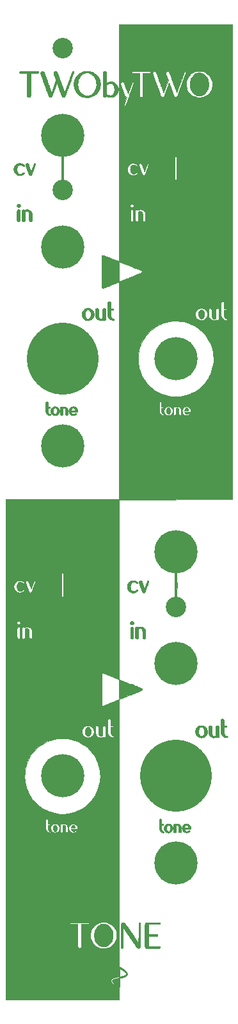
<source format=gts>
G04 #@! TF.GenerationSoftware,KiCad,Pcbnew,(5.0.0)*
G04 #@! TF.CreationDate,2018-08-12T22:01:39+02:00*
G04 #@! TF.ProjectId,twobytwo_tone_rev1_panel,74776F627974776F5F746F6E655F7265,rev?*
G04 #@! TF.SameCoordinates,Original*
G04 #@! TF.FileFunction,Soldermask,Top*
G04 #@! TF.FilePolarity,Negative*
%FSLAX46Y46*%
G04 Gerber Fmt 4.6, Leading zero omitted, Abs format (unit mm)*
G04 Created by KiCad (PCBNEW (5.0.0)) date 08/12/18 22:01:39*
%MOMM*%
%LPD*%
G01*
G04 APERTURE LIST*
%ADD10C,0.010000*%
%ADD11C,5.700000*%
%ADD12C,2.700000*%
%ADD13C,9.500000*%
G04 APERTURE END LIST*
D10*
G04 #@! TO.C,G\002A\002A\002A*
G36*
X25682464Y-6244405D02*
X25765144Y-6253955D01*
X25817274Y-6264918D01*
X25962018Y-6314569D01*
X26098870Y-6383090D01*
X26226867Y-6469351D01*
X26345047Y-6572222D01*
X26452447Y-6690572D01*
X26548106Y-6823272D01*
X26631062Y-6969190D01*
X26700351Y-7127198D01*
X26755011Y-7296165D01*
X26778619Y-7393958D01*
X26790338Y-7464285D01*
X26799419Y-7549790D01*
X26805647Y-7644625D01*
X26808808Y-7742939D01*
X26808686Y-7838884D01*
X26805066Y-7926611D01*
X26800213Y-7981054D01*
X26771181Y-8152792D01*
X26725371Y-8318107D01*
X26663878Y-8475434D01*
X26587797Y-8623205D01*
X26498222Y-8759854D01*
X26396248Y-8883814D01*
X26282971Y-8993519D01*
X26159484Y-9087401D01*
X26026883Y-9163895D01*
X25949601Y-9198332D01*
X25838958Y-9233867D01*
X25717810Y-9257469D01*
X25593740Y-9268204D01*
X25474329Y-9265134D01*
X25439709Y-9261269D01*
X25304911Y-9232718D01*
X25171812Y-9184206D01*
X25042316Y-9116938D01*
X24918327Y-9032119D01*
X24801747Y-8930954D01*
X24694481Y-8814648D01*
X24654868Y-8764500D01*
X24589296Y-8666809D01*
X24527246Y-8553659D01*
X24471173Y-8430732D01*
X24423530Y-8303708D01*
X24386773Y-8178268D01*
X24371381Y-8108333D01*
X24345528Y-7921303D01*
X24338604Y-7734982D01*
X24350136Y-7551141D01*
X24379651Y-7371552D01*
X24426678Y-7197985D01*
X24490742Y-7032213D01*
X24571371Y-6876005D01*
X24668092Y-6731135D01*
X24771726Y-6608495D01*
X24880416Y-6505939D01*
X24998275Y-6417490D01*
X25122203Y-6345041D01*
X25249101Y-6290487D01*
X25333875Y-6264980D01*
X25410197Y-6251022D01*
X25498237Y-6242939D01*
X25591244Y-6240733D01*
X25682464Y-6244405D01*
X25682464Y-6244405D01*
G37*
X25682464Y-6244405D02*
X25765144Y-6253955D01*
X25817274Y-6264918D01*
X25962018Y-6314569D01*
X26098870Y-6383090D01*
X26226867Y-6469351D01*
X26345047Y-6572222D01*
X26452447Y-6690572D01*
X26548106Y-6823272D01*
X26631062Y-6969190D01*
X26700351Y-7127198D01*
X26755011Y-7296165D01*
X26778619Y-7393958D01*
X26790338Y-7464285D01*
X26799419Y-7549790D01*
X26805647Y-7644625D01*
X26808808Y-7742939D01*
X26808686Y-7838884D01*
X26805066Y-7926611D01*
X26800213Y-7981054D01*
X26771181Y-8152792D01*
X26725371Y-8318107D01*
X26663878Y-8475434D01*
X26587797Y-8623205D01*
X26498222Y-8759854D01*
X26396248Y-8883814D01*
X26282971Y-8993519D01*
X26159484Y-9087401D01*
X26026883Y-9163895D01*
X25949601Y-9198332D01*
X25838958Y-9233867D01*
X25717810Y-9257469D01*
X25593740Y-9268204D01*
X25474329Y-9265134D01*
X25439709Y-9261269D01*
X25304911Y-9232718D01*
X25171812Y-9184206D01*
X25042316Y-9116938D01*
X24918327Y-9032119D01*
X24801747Y-8930954D01*
X24694481Y-8814648D01*
X24654868Y-8764500D01*
X24589296Y-8666809D01*
X24527246Y-8553659D01*
X24471173Y-8430732D01*
X24423530Y-8303708D01*
X24386773Y-8178268D01*
X24371381Y-8108333D01*
X24345528Y-7921303D01*
X24338604Y-7734982D01*
X24350136Y-7551141D01*
X24379651Y-7371552D01*
X24426678Y-7197985D01*
X24490742Y-7032213D01*
X24571371Y-6876005D01*
X24668092Y-6731135D01*
X24771726Y-6608495D01*
X24880416Y-6505939D01*
X24998275Y-6417490D01*
X25122203Y-6345041D01*
X25249101Y-6290487D01*
X25333875Y-6264980D01*
X25410197Y-6251022D01*
X25498237Y-6242939D01*
X25591244Y-6240733D01*
X25682464Y-6244405D01*
G36*
X25931408Y-37514607D02*
X25999922Y-37545328D01*
X26062681Y-37595762D01*
X26119074Y-37665431D01*
X26164323Y-37745097D01*
X26197703Y-37821569D01*
X26220724Y-37894023D01*
X26234840Y-37969289D01*
X26241507Y-38054197D01*
X26242537Y-38112083D01*
X26239844Y-38204703D01*
X26230516Y-38283790D01*
X26213038Y-38356349D01*
X26185897Y-38429385D01*
X26163376Y-38478343D01*
X26116635Y-38558227D01*
X26062036Y-38623923D01*
X26001624Y-38674095D01*
X25937442Y-38707403D01*
X25871534Y-38722510D01*
X25805945Y-38718077D01*
X25799542Y-38716523D01*
X25730911Y-38688069D01*
X25666637Y-38640182D01*
X25608350Y-38574420D01*
X25557684Y-38492341D01*
X25551220Y-38479489D01*
X25519723Y-38410464D01*
X25497449Y-38348328D01*
X25482995Y-38286593D01*
X25474960Y-38218773D01*
X25471940Y-38138379D01*
X25471803Y-38112083D01*
X25473635Y-38027200D01*
X25480069Y-37956650D01*
X25492509Y-37893842D01*
X25512358Y-37832185D01*
X25541022Y-37765088D01*
X25549602Y-37746958D01*
X25600056Y-37658518D01*
X25656900Y-37589854D01*
X25719925Y-37541132D01*
X25788923Y-37512513D01*
X25857750Y-37504082D01*
X25931408Y-37514607D01*
X25931408Y-37514607D01*
G37*
X25931408Y-37514607D02*
X25999922Y-37545328D01*
X26062681Y-37595762D01*
X26119074Y-37665431D01*
X26164323Y-37745097D01*
X26197703Y-37821569D01*
X26220724Y-37894023D01*
X26234840Y-37969289D01*
X26241507Y-38054197D01*
X26242537Y-38112083D01*
X26239844Y-38204703D01*
X26230516Y-38283790D01*
X26213038Y-38356349D01*
X26185897Y-38429385D01*
X26163376Y-38478343D01*
X26116635Y-38558227D01*
X26062036Y-38623923D01*
X26001624Y-38674095D01*
X25937442Y-38707403D01*
X25871534Y-38722510D01*
X25805945Y-38718077D01*
X25799542Y-38716523D01*
X25730911Y-38688069D01*
X25666637Y-38640182D01*
X25608350Y-38574420D01*
X25557684Y-38492341D01*
X25551220Y-38479489D01*
X25519723Y-38410464D01*
X25497449Y-38348328D01*
X25482995Y-38286593D01*
X25474960Y-38218773D01*
X25471940Y-38138379D01*
X25471803Y-38112083D01*
X25473635Y-38027200D01*
X25480069Y-37956650D01*
X25492509Y-37893842D01*
X25512358Y-37832185D01*
X25541022Y-37765088D01*
X25549602Y-37746958D01*
X25600056Y-37658518D01*
X25656900Y-37589854D01*
X25719925Y-37541132D01*
X25788923Y-37512513D01*
X25857750Y-37504082D01*
X25931408Y-37514607D01*
G36*
X23916012Y-50446559D02*
X23967414Y-50465999D01*
X24016555Y-50502011D01*
X24061284Y-50552347D01*
X24099449Y-50614759D01*
X24128901Y-50687000D01*
X24141871Y-50735875D01*
X24148714Y-50765642D01*
X24153510Y-50788683D01*
X24154044Y-50805851D01*
X24148098Y-50817999D01*
X24133458Y-50825983D01*
X24107908Y-50830655D01*
X24069230Y-50832869D01*
X24015209Y-50833479D01*
X23943629Y-50833339D01*
X23889125Y-50833250D01*
X23624417Y-50833250D01*
X23630765Y-50788270D01*
X23644267Y-50724296D01*
X23665869Y-50656926D01*
X23692258Y-50595582D01*
X23709189Y-50565307D01*
X23745628Y-50519619D01*
X23790355Y-50481062D01*
X23837169Y-50454400D01*
X23864498Y-50445940D01*
X23916012Y-50446559D01*
X23916012Y-50446559D01*
G37*
X23916012Y-50446559D02*
X23967414Y-50465999D01*
X24016555Y-50502011D01*
X24061284Y-50552347D01*
X24099449Y-50614759D01*
X24128901Y-50687000D01*
X24141871Y-50735875D01*
X24148714Y-50765642D01*
X24153510Y-50788683D01*
X24154044Y-50805851D01*
X24148098Y-50817999D01*
X24133458Y-50825983D01*
X24107908Y-50830655D01*
X24069230Y-50832869D01*
X24015209Y-50833479D01*
X23943629Y-50833339D01*
X23889125Y-50833250D01*
X23624417Y-50833250D01*
X23630765Y-50788270D01*
X23644267Y-50724296D01*
X23665869Y-50656926D01*
X23692258Y-50595582D01*
X23709189Y-50565307D01*
X23745628Y-50519619D01*
X23790355Y-50481062D01*
X23837169Y-50454400D01*
X23864498Y-50445940D01*
X23916012Y-50446559D01*
G36*
X21540408Y-50451196D02*
X21599366Y-50479462D01*
X21650382Y-50524837D01*
X21692740Y-50584538D01*
X21725728Y-50655779D01*
X21748632Y-50735778D01*
X21760739Y-50821748D01*
X21761334Y-50910907D01*
X21749704Y-51000469D01*
X21725136Y-51087651D01*
X21711917Y-51120349D01*
X21680050Y-51175933D01*
X21638252Y-51225017D01*
X21590686Y-51264142D01*
X21541516Y-51289845D01*
X21497417Y-51298675D01*
X21471785Y-51294144D01*
X21438731Y-51282489D01*
X21426201Y-51276745D01*
X21368696Y-51236654D01*
X21319969Y-51178253D01*
X21280846Y-51102849D01*
X21252151Y-51011748D01*
X21248527Y-50995543D01*
X21235679Y-50911226D01*
X21235496Y-50832080D01*
X21247990Y-50747286D01*
X21248824Y-50743291D01*
X21272653Y-50659942D01*
X21305728Y-50587758D01*
X21346339Y-50528457D01*
X21392773Y-50483752D01*
X21443317Y-50455360D01*
X21496259Y-50444995D01*
X21540408Y-50451196D01*
X21540408Y-50451196D01*
G37*
X21540408Y-50451196D02*
X21599366Y-50479462D01*
X21650382Y-50524837D01*
X21692740Y-50584538D01*
X21725728Y-50655779D01*
X21748632Y-50735778D01*
X21760739Y-50821748D01*
X21761334Y-50910907D01*
X21749704Y-51000469D01*
X21725136Y-51087651D01*
X21711917Y-51120349D01*
X21680050Y-51175933D01*
X21638252Y-51225017D01*
X21590686Y-51264142D01*
X21541516Y-51289845D01*
X21497417Y-51298675D01*
X21471785Y-51294144D01*
X21438731Y-51282489D01*
X21426201Y-51276745D01*
X21368696Y-51236654D01*
X21319969Y-51178253D01*
X21280846Y-51102849D01*
X21252151Y-51011748D01*
X21248527Y-50995543D01*
X21235679Y-50911226D01*
X21235496Y-50832080D01*
X21247990Y-50747286D01*
X21248824Y-50743291D01*
X21272653Y-50659942D01*
X21305728Y-50587758D01*
X21346339Y-50528457D01*
X21392773Y-50483752D01*
X21443317Y-50455360D01*
X21496259Y-50444995D01*
X21540408Y-50451196D01*
G36*
X10911441Y-92575056D02*
X10965225Y-92593869D01*
X11016917Y-92628015D01*
X11064790Y-92672829D01*
X11107983Y-92727368D01*
X11149136Y-92796849D01*
X11185090Y-92875080D01*
X11212688Y-92955864D01*
X11216676Y-92970791D01*
X11227993Y-93033953D01*
X11234420Y-93110392D01*
X11235956Y-93192788D01*
X11232598Y-93273825D01*
X11224346Y-93346183D01*
X11216755Y-93383541D01*
X11184948Y-93481165D01*
X11141943Y-93570650D01*
X11089909Y-93648673D01*
X11031015Y-93711911D01*
X10976319Y-93752060D01*
X10925872Y-93773305D01*
X10868399Y-93784928D01*
X10813482Y-93785391D01*
X10792375Y-93781606D01*
X10722221Y-93752650D01*
X10657307Y-93704097D01*
X10598886Y-93637136D01*
X10548212Y-93552958D01*
X10545232Y-93546952D01*
X10513360Y-93477307D01*
X10490807Y-93414989D01*
X10476147Y-93353464D01*
X10467956Y-93286196D01*
X10464810Y-93206650D01*
X10464636Y-93177166D01*
X10466469Y-93092283D01*
X10472902Y-93021733D01*
X10485342Y-92958925D01*
X10505191Y-92897268D01*
X10533855Y-92830172D01*
X10542435Y-92812041D01*
X10592889Y-92723601D01*
X10649733Y-92654938D01*
X10712758Y-92606215D01*
X10781757Y-92577597D01*
X10850584Y-92569166D01*
X10911441Y-92575056D01*
X10911441Y-92575056D01*
G37*
X10911441Y-92575056D02*
X10965225Y-92593869D01*
X11016917Y-92628015D01*
X11064790Y-92672829D01*
X11107983Y-92727368D01*
X11149136Y-92796849D01*
X11185090Y-92875080D01*
X11212688Y-92955864D01*
X11216676Y-92970791D01*
X11227993Y-93033953D01*
X11234420Y-93110392D01*
X11235956Y-93192788D01*
X11232598Y-93273825D01*
X11224346Y-93346183D01*
X11216755Y-93383541D01*
X11184948Y-93481165D01*
X11141943Y-93570650D01*
X11089909Y-93648673D01*
X11031015Y-93711911D01*
X10976319Y-93752060D01*
X10925872Y-93773305D01*
X10868399Y-93784928D01*
X10813482Y-93785391D01*
X10792375Y-93781606D01*
X10722221Y-93752650D01*
X10657307Y-93704097D01*
X10598886Y-93637136D01*
X10548212Y-93552958D01*
X10545232Y-93546952D01*
X10513360Y-93477307D01*
X10490807Y-93414989D01*
X10476147Y-93353464D01*
X10467956Y-93286196D01*
X10464810Y-93206650D01*
X10464636Y-93177166D01*
X10466469Y-93092283D01*
X10472902Y-93021733D01*
X10485342Y-92958925D01*
X10505191Y-92897268D01*
X10533855Y-92830172D01*
X10542435Y-92812041D01*
X10592889Y-92723601D01*
X10649733Y-92654938D01*
X10712758Y-92606215D01*
X10781757Y-92577597D01*
X10850584Y-92569166D01*
X10911441Y-92575056D01*
G36*
X8920479Y-105510571D02*
X8965248Y-105527150D01*
X9020365Y-105566283D01*
X9069167Y-105622649D01*
X9109315Y-105692690D01*
X9138469Y-105772849D01*
X9145288Y-105800958D01*
X9152128Y-105830708D01*
X9156925Y-105853740D01*
X9157465Y-105870906D01*
X9151532Y-105883057D01*
X9136913Y-105891046D01*
X9111392Y-105895725D01*
X9072754Y-105897947D01*
X9018784Y-105898562D01*
X8947268Y-105898423D01*
X8892187Y-105898333D01*
X8627124Y-105898333D01*
X8633761Y-105858645D01*
X8656617Y-105759124D01*
X8689066Y-105674188D01*
X8730264Y-105605309D01*
X8779369Y-105553959D01*
X8823784Y-105526487D01*
X8874663Y-105509836D01*
X8920479Y-105510571D01*
X8920479Y-105510571D01*
G37*
X8920479Y-105510571D02*
X8965248Y-105527150D01*
X9020365Y-105566283D01*
X9069167Y-105622649D01*
X9109315Y-105692690D01*
X9138469Y-105772849D01*
X9145288Y-105800958D01*
X9152128Y-105830708D01*
X9156925Y-105853740D01*
X9157465Y-105870906D01*
X9151532Y-105883057D01*
X9136913Y-105891046D01*
X9111392Y-105895725D01*
X9072754Y-105897947D01*
X9018784Y-105898562D01*
X8947268Y-105898423D01*
X8892187Y-105898333D01*
X8627124Y-105898333D01*
X8633761Y-105858645D01*
X8656617Y-105759124D01*
X8689066Y-105674188D01*
X8730264Y-105605309D01*
X8779369Y-105553959D01*
X8823784Y-105526487D01*
X8874663Y-105509836D01*
X8920479Y-105510571D01*
G36*
X6525499Y-105511006D02*
X6561101Y-105525481D01*
X6601605Y-105554062D01*
X6641934Y-105592191D01*
X6677007Y-105635308D01*
X6693490Y-105661813D01*
X6729326Y-105748468D01*
X6749986Y-105845164D01*
X6755368Y-105947081D01*
X6745367Y-106049396D01*
X6719880Y-106147289D01*
X6704751Y-106185433D01*
X6674557Y-106238133D01*
X6634196Y-106287191D01*
X6589419Y-106326339D01*
X6559042Y-106344255D01*
X6520467Y-106358641D01*
X6486620Y-106361668D01*
X6446609Y-106354036D01*
X6439195Y-106351956D01*
X6393986Y-106328972D01*
X6350076Y-106288283D01*
X6309806Y-106233323D01*
X6275518Y-106167529D01*
X6249553Y-106094334D01*
X6241688Y-106062190D01*
X6228668Y-105977740D01*
X6228178Y-105899128D01*
X6240217Y-105815328D01*
X6241657Y-105808375D01*
X6265908Y-105723906D01*
X6299748Y-105650860D01*
X6341485Y-105591007D01*
X6389432Y-105546118D01*
X6441897Y-105517964D01*
X6497191Y-105508315D01*
X6525499Y-105511006D01*
X6525499Y-105511006D01*
G37*
X6525499Y-105511006D02*
X6561101Y-105525481D01*
X6601605Y-105554062D01*
X6641934Y-105592191D01*
X6677007Y-105635308D01*
X6693490Y-105661813D01*
X6729326Y-105748468D01*
X6749986Y-105845164D01*
X6755368Y-105947081D01*
X6745367Y-106049396D01*
X6719880Y-106147289D01*
X6704751Y-106185433D01*
X6674557Y-106238133D01*
X6634196Y-106287191D01*
X6589419Y-106326339D01*
X6559042Y-106344255D01*
X6520467Y-106358641D01*
X6486620Y-106361668D01*
X6446609Y-106354036D01*
X6439195Y-106351956D01*
X6393986Y-106328972D01*
X6350076Y-106288283D01*
X6309806Y-106233323D01*
X6275518Y-106167529D01*
X6249553Y-106094334D01*
X6241688Y-106062190D01*
X6228668Y-105977740D01*
X6228178Y-105899128D01*
X6240217Y-105815328D01*
X6241657Y-105808375D01*
X6265908Y-105723906D01*
X6299748Y-105650860D01*
X6341485Y-105591007D01*
X6389432Y-105546118D01*
X6441897Y-105517964D01*
X6497191Y-105508315D01*
X6525499Y-105511006D01*
G36*
X12996040Y-118553476D02*
X13051677Y-118556368D01*
X13097467Y-118561633D01*
X13139052Y-118569813D01*
X13159607Y-118575053D01*
X13305903Y-118625472D01*
X13443751Y-118694648D01*
X13572304Y-118781582D01*
X13690713Y-118885276D01*
X13798132Y-119004730D01*
X13893712Y-119138947D01*
X13976606Y-119286927D01*
X14045968Y-119447673D01*
X14100948Y-119620186D01*
X14122572Y-119709583D01*
X14130530Y-119748324D01*
X14136542Y-119784250D01*
X14140868Y-119821284D01*
X14143770Y-119863346D01*
X14145509Y-119914358D01*
X14146346Y-119978242D01*
X14146542Y-120058919D01*
X14146536Y-120069416D01*
X14146234Y-120152994D01*
X14145315Y-120219301D01*
X14143522Y-120272232D01*
X14140597Y-120315678D01*
X14136285Y-120353535D01*
X14130326Y-120389694D01*
X14123016Y-120425522D01*
X14076106Y-120600466D01*
X14013974Y-120765276D01*
X13937576Y-120918701D01*
X13847872Y-121059494D01*
X13745820Y-121186404D01*
X13632377Y-121298185D01*
X13508503Y-121393585D01*
X13375154Y-121471358D01*
X13291935Y-121508665D01*
X13181291Y-121544200D01*
X13060143Y-121567802D01*
X12936073Y-121578537D01*
X12816662Y-121575467D01*
X12782042Y-121571603D01*
X12643505Y-121542354D01*
X12507893Y-121492543D01*
X12376205Y-121422688D01*
X12249442Y-121333306D01*
X12147446Y-121243461D01*
X12045644Y-121134635D01*
X11958431Y-121018136D01*
X11881934Y-120888559D01*
X11855806Y-120836708D01*
X11797204Y-120704095D01*
X11752209Y-120574723D01*
X11719138Y-120442281D01*
X11696311Y-120300458D01*
X11686147Y-120199978D01*
X11680732Y-120022027D01*
X11693047Y-119846714D01*
X11722266Y-119675662D01*
X11767565Y-119510491D01*
X11828119Y-119352822D01*
X11903104Y-119204275D01*
X11991693Y-119066471D01*
X12093064Y-118941033D01*
X12206390Y-118829579D01*
X12330847Y-118733732D01*
X12465611Y-118655112D01*
X12474422Y-118650775D01*
X12563645Y-118611043D01*
X12646956Y-118582785D01*
X12730964Y-118564558D01*
X12822279Y-118554919D01*
X12924917Y-118552412D01*
X12996040Y-118553476D01*
X12996040Y-118553476D01*
G37*
X12996040Y-118553476D02*
X13051677Y-118556368D01*
X13097467Y-118561633D01*
X13139052Y-118569813D01*
X13159607Y-118575053D01*
X13305903Y-118625472D01*
X13443751Y-118694648D01*
X13572304Y-118781582D01*
X13690713Y-118885276D01*
X13798132Y-119004730D01*
X13893712Y-119138947D01*
X13976606Y-119286927D01*
X14045968Y-119447673D01*
X14100948Y-119620186D01*
X14122572Y-119709583D01*
X14130530Y-119748324D01*
X14136542Y-119784250D01*
X14140868Y-119821284D01*
X14143770Y-119863346D01*
X14145509Y-119914358D01*
X14146346Y-119978242D01*
X14146542Y-120058919D01*
X14146536Y-120069416D01*
X14146234Y-120152994D01*
X14145315Y-120219301D01*
X14143522Y-120272232D01*
X14140597Y-120315678D01*
X14136285Y-120353535D01*
X14130326Y-120389694D01*
X14123016Y-120425522D01*
X14076106Y-120600466D01*
X14013974Y-120765276D01*
X13937576Y-120918701D01*
X13847872Y-121059494D01*
X13745820Y-121186404D01*
X13632377Y-121298185D01*
X13508503Y-121393585D01*
X13375154Y-121471358D01*
X13291935Y-121508665D01*
X13181291Y-121544200D01*
X13060143Y-121567802D01*
X12936073Y-121578537D01*
X12816662Y-121575467D01*
X12782042Y-121571603D01*
X12643505Y-121542354D01*
X12507893Y-121492543D01*
X12376205Y-121422688D01*
X12249442Y-121333306D01*
X12147446Y-121243461D01*
X12045644Y-121134635D01*
X11958431Y-121018136D01*
X11881934Y-120888559D01*
X11855806Y-120836708D01*
X11797204Y-120704095D01*
X11752209Y-120574723D01*
X11719138Y-120442281D01*
X11696311Y-120300458D01*
X11686147Y-120199978D01*
X11680732Y-120022027D01*
X11693047Y-119846714D01*
X11722266Y-119675662D01*
X11767565Y-119510491D01*
X11828119Y-119352822D01*
X11903104Y-119204275D01*
X11991693Y-119066471D01*
X12093064Y-118941033D01*
X12206390Y-118829579D01*
X12330847Y-118733732D01*
X12465611Y-118655112D01*
X12474422Y-118650775D01*
X12563645Y-118611043D01*
X12646956Y-118582785D01*
X12730964Y-118564558D01*
X12822279Y-118554919D01*
X12924917Y-118552412D01*
X12996040Y-118553476D01*
G36*
X14902801Y-125716189D02*
X14904440Y-125727732D01*
X14906424Y-125757656D01*
X14908633Y-125803181D01*
X14910948Y-125861525D01*
X14913246Y-125929908D01*
X14915408Y-126005551D01*
X14915513Y-126009563D01*
X14918057Y-126106227D01*
X14920971Y-126214753D01*
X14924048Y-126327615D01*
X14927082Y-126437291D01*
X14929869Y-126536256D01*
X14930841Y-126570229D01*
X14932752Y-126648819D01*
X14933719Y-126717133D01*
X14933754Y-126772863D01*
X14932871Y-126813697D01*
X14931082Y-126837326D01*
X14929281Y-126842391D01*
X14917407Y-126837143D01*
X14890631Y-126822869D01*
X14852226Y-126801387D01*
X14805467Y-126774519D01*
X14771709Y-126754772D01*
X14623948Y-126664159D01*
X14491943Y-126575783D01*
X14376199Y-126490156D01*
X14277223Y-126407789D01*
X14195523Y-126329195D01*
X14131603Y-126254886D01*
X14085971Y-126185373D01*
X14059133Y-126121169D01*
X14051596Y-126062785D01*
X14056283Y-126031734D01*
X14079990Y-125983312D01*
X14123943Y-125937153D01*
X14187298Y-125893702D01*
X14269212Y-125853405D01*
X14368842Y-125816708D01*
X14485346Y-125784056D01*
X14554750Y-125768310D01*
X14602889Y-125758796D01*
X14657563Y-125748966D01*
X14714845Y-125739407D01*
X14770805Y-125730707D01*
X14821516Y-125723455D01*
X14863049Y-125718240D01*
X14891476Y-125715649D01*
X14902801Y-125716189D01*
X14902801Y-125716189D01*
G37*
X14902801Y-125716189D02*
X14904440Y-125727732D01*
X14906424Y-125757656D01*
X14908633Y-125803181D01*
X14910948Y-125861525D01*
X14913246Y-125929908D01*
X14915408Y-126005551D01*
X14915513Y-126009563D01*
X14918057Y-126106227D01*
X14920971Y-126214753D01*
X14924048Y-126327615D01*
X14927082Y-126437291D01*
X14929869Y-126536256D01*
X14930841Y-126570229D01*
X14932752Y-126648819D01*
X14933719Y-126717133D01*
X14933754Y-126772863D01*
X14932871Y-126813697D01*
X14931082Y-126837326D01*
X14929281Y-126842391D01*
X14917407Y-126837143D01*
X14890631Y-126822869D01*
X14852226Y-126801387D01*
X14805467Y-126774519D01*
X14771709Y-126754772D01*
X14623948Y-126664159D01*
X14491943Y-126575783D01*
X14376199Y-126490156D01*
X14277223Y-126407789D01*
X14195523Y-126329195D01*
X14131603Y-126254886D01*
X14085971Y-126185373D01*
X14059133Y-126121169D01*
X14051596Y-126062785D01*
X14056283Y-126031734D01*
X14079990Y-125983312D01*
X14123943Y-125937153D01*
X14187298Y-125893702D01*
X14269212Y-125853405D01*
X14368842Y-125816708D01*
X14485346Y-125784056D01*
X14554750Y-125768310D01*
X14602889Y-125758796D01*
X14657563Y-125748966D01*
X14714845Y-125739407D01*
X14770805Y-125730707D01*
X14821516Y-125723455D01*
X14863049Y-125718240D01*
X14891476Y-125715649D01*
X14902801Y-125716189D01*
G36*
X6617184Y-6061632D02*
X6678704Y-6085963D01*
X6733174Y-6126952D01*
X6767807Y-6169307D01*
X6774518Y-6183918D01*
X6787963Y-6217239D01*
X6807697Y-6268069D01*
X6833273Y-6335207D01*
X6864246Y-6417452D01*
X6900170Y-6513602D01*
X6940599Y-6622457D01*
X6985088Y-6742814D01*
X7033191Y-6873473D01*
X7084462Y-7013232D01*
X7138455Y-7160891D01*
X7194725Y-7315247D01*
X7252826Y-7475100D01*
X7274259Y-7534187D01*
X7332561Y-7694893D01*
X7388917Y-7850019D01*
X7442903Y-7998413D01*
X7494096Y-8138918D01*
X7542073Y-8270381D01*
X7586410Y-8391648D01*
X7626685Y-8501563D01*
X7662474Y-8598973D01*
X7693354Y-8682722D01*
X7718902Y-8751657D01*
X7738694Y-8804623D01*
X7752308Y-8840464D01*
X7759319Y-8858028D01*
X7760186Y-8859678D01*
X7764380Y-8849912D01*
X7775393Y-8821385D01*
X7792806Y-8775229D01*
X7816204Y-8712575D01*
X7845170Y-8634553D01*
X7879287Y-8542296D01*
X7918139Y-8436933D01*
X7961308Y-8319597D01*
X8008378Y-8191419D01*
X8058932Y-8053529D01*
X8112553Y-7907059D01*
X8168824Y-7753140D01*
X8227330Y-7592904D01*
X8268072Y-7481199D01*
X8350657Y-7254968D01*
X8426191Y-7048675D01*
X8494678Y-6862304D01*
X8556125Y-6695838D01*
X8610539Y-6549259D01*
X8657926Y-6422552D01*
X8698291Y-6315699D01*
X8731642Y-6228684D01*
X8757985Y-6161489D01*
X8777325Y-6114099D01*
X8789670Y-6086496D01*
X8794111Y-6078979D01*
X8818219Y-6062206D01*
X8851162Y-6055591D01*
X8866542Y-6055166D01*
X8912722Y-6063562D01*
X8949057Y-6086498D01*
X8971684Y-6120600D01*
X8977334Y-6151935D01*
X8973786Y-6164537D01*
X8963457Y-6195717D01*
X8946819Y-6244172D01*
X8924344Y-6308593D01*
X8896503Y-6387676D01*
X8863769Y-6480115D01*
X8826612Y-6584603D01*
X8785504Y-6699835D01*
X8740919Y-6824504D01*
X8693326Y-6957306D01*
X8643198Y-7096933D01*
X8591006Y-7242079D01*
X8537223Y-7391440D01*
X8482320Y-7543708D01*
X8426769Y-7697578D01*
X8371041Y-7851745D01*
X8315609Y-8004901D01*
X8260943Y-8155741D01*
X8207517Y-8302959D01*
X8155801Y-8445249D01*
X8106267Y-8581306D01*
X8059388Y-8709822D01*
X8015634Y-8829493D01*
X7975478Y-8939012D01*
X7939391Y-9037073D01*
X7907845Y-9122371D01*
X7881312Y-9193599D01*
X7860264Y-9249451D01*
X7845171Y-9288622D01*
X7837155Y-9308340D01*
X7801006Y-9366594D01*
X7751215Y-9410692D01*
X7690894Y-9439410D01*
X7623157Y-9451526D01*
X7551118Y-9445817D01*
X7513389Y-9435533D01*
X7497208Y-9430000D01*
X7482659Y-9424287D01*
X7469186Y-9417162D01*
X7456233Y-9407390D01*
X7443245Y-9393740D01*
X7429666Y-9374977D01*
X7414939Y-9349869D01*
X7398510Y-9317181D01*
X7379821Y-9275682D01*
X7358317Y-9224137D01*
X7333442Y-9161313D01*
X7304640Y-9085978D01*
X7271356Y-8996897D01*
X7233033Y-8892838D01*
X7189115Y-8772567D01*
X7139047Y-8634851D01*
X7083514Y-8481878D01*
X7036458Y-8352307D01*
X6991220Y-8227853D01*
X6948355Y-8110035D01*
X6908419Y-8000374D01*
X6871967Y-7900393D01*
X6839554Y-7811611D01*
X6811735Y-7735551D01*
X6789065Y-7673732D01*
X6772100Y-7627677D01*
X6761394Y-7598905D01*
X6757875Y-7589750D01*
X6742643Y-7552708D01*
X6644541Y-7822583D01*
X6622567Y-7883056D01*
X6594395Y-7960614D01*
X6561048Y-8052446D01*
X6523546Y-8155739D01*
X6482911Y-8267680D01*
X6440163Y-8385456D01*
X6396323Y-8506256D01*
X6352413Y-8627267D01*
X6320793Y-8714418D01*
X6273088Y-8845834D01*
X6231903Y-8958852D01*
X6196541Y-9054972D01*
X6166307Y-9135692D01*
X6140504Y-9202515D01*
X6118435Y-9256939D01*
X6099404Y-9300464D01*
X6082716Y-9334591D01*
X6067673Y-9360819D01*
X6053580Y-9380649D01*
X6039740Y-9395581D01*
X6025457Y-9407114D01*
X6010035Y-9416749D01*
X5992777Y-9425986D01*
X5989779Y-9427537D01*
X5956580Y-9438474D01*
X5910931Y-9445898D01*
X5861350Y-9449168D01*
X5816360Y-9447644D01*
X5789542Y-9442589D01*
X5736532Y-9415460D01*
X5689371Y-9372353D01*
X5668190Y-9343649D01*
X5660599Y-9327388D01*
X5646419Y-9292600D01*
X5626143Y-9240651D01*
X5600266Y-9172905D01*
X5569281Y-9090724D01*
X5533684Y-8995474D01*
X5493966Y-8888518D01*
X5450624Y-8771220D01*
X5404150Y-8644944D01*
X5355039Y-8511054D01*
X5303785Y-8370914D01*
X5250882Y-8225887D01*
X5196824Y-8077338D01*
X5142105Y-7926631D01*
X5087219Y-7775129D01*
X5032660Y-7624196D01*
X4978922Y-7475197D01*
X4926499Y-7329495D01*
X4875886Y-7188454D01*
X4827575Y-7053438D01*
X4782062Y-6925811D01*
X4739841Y-6806937D01*
X4701404Y-6698180D01*
X4667247Y-6600903D01*
X4637864Y-6516472D01*
X4613748Y-6446248D01*
X4595393Y-6391598D01*
X4583294Y-6353884D01*
X4577945Y-6334470D01*
X4577759Y-6333253D01*
X4579704Y-6260391D01*
X4600647Y-6193516D01*
X4638899Y-6135722D01*
X4692771Y-6090104D01*
X4718097Y-6076064D01*
X4779790Y-6057322D01*
X4845011Y-6056633D01*
X4909051Y-6072557D01*
X4967199Y-6103649D01*
X5014744Y-6148467D01*
X5030912Y-6171863D01*
X5037906Y-6187470D01*
X5051622Y-6221780D01*
X5071613Y-6273584D01*
X5097430Y-6341668D01*
X5128626Y-6424822D01*
X5164751Y-6521835D01*
X5205359Y-6631494D01*
X5250000Y-6752590D01*
X5298226Y-6883911D01*
X5349590Y-7024244D01*
X5403644Y-7172380D01*
X5459938Y-7327107D01*
X5518025Y-7487213D01*
X5538720Y-7544361D01*
X5596887Y-7704994D01*
X5653076Y-7860011D01*
X5706866Y-8008262D01*
X5757837Y-8148594D01*
X5805569Y-8279855D01*
X5849641Y-8400895D01*
X5889634Y-8510560D01*
X5925128Y-8607701D01*
X5955701Y-8691164D01*
X5980935Y-8759798D01*
X6000409Y-8812452D01*
X6013702Y-8847974D01*
X6020396Y-8865211D01*
X6021134Y-8866727D01*
X6025124Y-8856600D01*
X6035860Y-8828071D01*
X6052799Y-8782611D01*
X6075399Y-8721688D01*
X6103116Y-8646773D01*
X6135407Y-8559335D01*
X6171729Y-8460846D01*
X6211539Y-8352773D01*
X6254294Y-8236589D01*
X6299451Y-8113761D01*
X6325513Y-8042823D01*
X6627104Y-7221706D01*
X6473770Y-6810415D01*
X6432893Y-6700167D01*
X6399183Y-6607805D01*
X6372042Y-6531525D01*
X6350870Y-6469525D01*
X6335068Y-6419999D01*
X6324037Y-6381145D01*
X6317177Y-6351157D01*
X6313994Y-6329413D01*
X6313059Y-6263769D01*
X6325118Y-6209920D01*
X6352060Y-6161640D01*
X6372465Y-6136795D01*
X6426254Y-6091540D01*
X6487366Y-6064125D01*
X6552207Y-6054254D01*
X6617184Y-6061632D01*
X6617184Y-6061632D01*
G37*
X6617184Y-6061632D02*
X6678704Y-6085963D01*
X6733174Y-6126952D01*
X6767807Y-6169307D01*
X6774518Y-6183918D01*
X6787963Y-6217239D01*
X6807697Y-6268069D01*
X6833273Y-6335207D01*
X6864246Y-6417452D01*
X6900170Y-6513602D01*
X6940599Y-6622457D01*
X6985088Y-6742814D01*
X7033191Y-6873473D01*
X7084462Y-7013232D01*
X7138455Y-7160891D01*
X7194725Y-7315247D01*
X7252826Y-7475100D01*
X7274259Y-7534187D01*
X7332561Y-7694893D01*
X7388917Y-7850019D01*
X7442903Y-7998413D01*
X7494096Y-8138918D01*
X7542073Y-8270381D01*
X7586410Y-8391648D01*
X7626685Y-8501563D01*
X7662474Y-8598973D01*
X7693354Y-8682722D01*
X7718902Y-8751657D01*
X7738694Y-8804623D01*
X7752308Y-8840464D01*
X7759319Y-8858028D01*
X7760186Y-8859678D01*
X7764380Y-8849912D01*
X7775393Y-8821385D01*
X7792806Y-8775229D01*
X7816204Y-8712575D01*
X7845170Y-8634553D01*
X7879287Y-8542296D01*
X7918139Y-8436933D01*
X7961308Y-8319597D01*
X8008378Y-8191419D01*
X8058932Y-8053529D01*
X8112553Y-7907059D01*
X8168824Y-7753140D01*
X8227330Y-7592904D01*
X8268072Y-7481199D01*
X8350657Y-7254968D01*
X8426191Y-7048675D01*
X8494678Y-6862304D01*
X8556125Y-6695838D01*
X8610539Y-6549259D01*
X8657926Y-6422552D01*
X8698291Y-6315699D01*
X8731642Y-6228684D01*
X8757985Y-6161489D01*
X8777325Y-6114099D01*
X8789670Y-6086496D01*
X8794111Y-6078979D01*
X8818219Y-6062206D01*
X8851162Y-6055591D01*
X8866542Y-6055166D01*
X8912722Y-6063562D01*
X8949057Y-6086498D01*
X8971684Y-6120600D01*
X8977334Y-6151935D01*
X8973786Y-6164537D01*
X8963457Y-6195717D01*
X8946819Y-6244172D01*
X8924344Y-6308593D01*
X8896503Y-6387676D01*
X8863769Y-6480115D01*
X8826612Y-6584603D01*
X8785504Y-6699835D01*
X8740919Y-6824504D01*
X8693326Y-6957306D01*
X8643198Y-7096933D01*
X8591006Y-7242079D01*
X8537223Y-7391440D01*
X8482320Y-7543708D01*
X8426769Y-7697578D01*
X8371041Y-7851745D01*
X8315609Y-8004901D01*
X8260943Y-8155741D01*
X8207517Y-8302959D01*
X8155801Y-8445249D01*
X8106267Y-8581306D01*
X8059388Y-8709822D01*
X8015634Y-8829493D01*
X7975478Y-8939012D01*
X7939391Y-9037073D01*
X7907845Y-9122371D01*
X7881312Y-9193599D01*
X7860264Y-9249451D01*
X7845171Y-9288622D01*
X7837155Y-9308340D01*
X7801006Y-9366594D01*
X7751215Y-9410692D01*
X7690894Y-9439410D01*
X7623157Y-9451526D01*
X7551118Y-9445817D01*
X7513389Y-9435533D01*
X7497208Y-9430000D01*
X7482659Y-9424287D01*
X7469186Y-9417162D01*
X7456233Y-9407390D01*
X7443245Y-9393740D01*
X7429666Y-9374977D01*
X7414939Y-9349869D01*
X7398510Y-9317181D01*
X7379821Y-9275682D01*
X7358317Y-9224137D01*
X7333442Y-9161313D01*
X7304640Y-9085978D01*
X7271356Y-8996897D01*
X7233033Y-8892838D01*
X7189115Y-8772567D01*
X7139047Y-8634851D01*
X7083514Y-8481878D01*
X7036458Y-8352307D01*
X6991220Y-8227853D01*
X6948355Y-8110035D01*
X6908419Y-8000374D01*
X6871967Y-7900393D01*
X6839554Y-7811611D01*
X6811735Y-7735551D01*
X6789065Y-7673732D01*
X6772100Y-7627677D01*
X6761394Y-7598905D01*
X6757875Y-7589750D01*
X6742643Y-7552708D01*
X6644541Y-7822583D01*
X6622567Y-7883056D01*
X6594395Y-7960614D01*
X6561048Y-8052446D01*
X6523546Y-8155739D01*
X6482911Y-8267680D01*
X6440163Y-8385456D01*
X6396323Y-8506256D01*
X6352413Y-8627267D01*
X6320793Y-8714418D01*
X6273088Y-8845834D01*
X6231903Y-8958852D01*
X6196541Y-9054972D01*
X6166307Y-9135692D01*
X6140504Y-9202515D01*
X6118435Y-9256939D01*
X6099404Y-9300464D01*
X6082716Y-9334591D01*
X6067673Y-9360819D01*
X6053580Y-9380649D01*
X6039740Y-9395581D01*
X6025457Y-9407114D01*
X6010035Y-9416749D01*
X5992777Y-9425986D01*
X5989779Y-9427537D01*
X5956580Y-9438474D01*
X5910931Y-9445898D01*
X5861350Y-9449168D01*
X5816360Y-9447644D01*
X5789542Y-9442589D01*
X5736532Y-9415460D01*
X5689371Y-9372353D01*
X5668190Y-9343649D01*
X5660599Y-9327388D01*
X5646419Y-9292600D01*
X5626143Y-9240651D01*
X5600266Y-9172905D01*
X5569281Y-9090724D01*
X5533684Y-8995474D01*
X5493966Y-8888518D01*
X5450624Y-8771220D01*
X5404150Y-8644944D01*
X5355039Y-8511054D01*
X5303785Y-8370914D01*
X5250882Y-8225887D01*
X5196824Y-8077338D01*
X5142105Y-7926631D01*
X5087219Y-7775129D01*
X5032660Y-7624196D01*
X4978922Y-7475197D01*
X4926499Y-7329495D01*
X4875886Y-7188454D01*
X4827575Y-7053438D01*
X4782062Y-6925811D01*
X4739841Y-6806937D01*
X4701404Y-6698180D01*
X4667247Y-6600903D01*
X4637864Y-6516472D01*
X4613748Y-6446248D01*
X4595393Y-6391598D01*
X4583294Y-6353884D01*
X4577945Y-6334470D01*
X4577759Y-6333253D01*
X4579704Y-6260391D01*
X4600647Y-6193516D01*
X4638899Y-6135722D01*
X4692771Y-6090104D01*
X4718097Y-6076064D01*
X4779790Y-6057322D01*
X4845011Y-6056633D01*
X4909051Y-6072557D01*
X4967199Y-6103649D01*
X5014744Y-6148467D01*
X5030912Y-6171863D01*
X5037906Y-6187470D01*
X5051622Y-6221780D01*
X5071613Y-6273584D01*
X5097430Y-6341668D01*
X5128626Y-6424822D01*
X5164751Y-6521835D01*
X5205359Y-6631494D01*
X5250000Y-6752590D01*
X5298226Y-6883911D01*
X5349590Y-7024244D01*
X5403644Y-7172380D01*
X5459938Y-7327107D01*
X5518025Y-7487213D01*
X5538720Y-7544361D01*
X5596887Y-7704994D01*
X5653076Y-7860011D01*
X5706866Y-8008262D01*
X5757837Y-8148594D01*
X5805569Y-8279855D01*
X5849641Y-8400895D01*
X5889634Y-8510560D01*
X5925128Y-8607701D01*
X5955701Y-8691164D01*
X5980935Y-8759798D01*
X6000409Y-8812452D01*
X6013702Y-8847974D01*
X6020396Y-8865211D01*
X6021134Y-8866727D01*
X6025124Y-8856600D01*
X6035860Y-8828071D01*
X6052799Y-8782611D01*
X6075399Y-8721688D01*
X6103116Y-8646773D01*
X6135407Y-8559335D01*
X6171729Y-8460846D01*
X6211539Y-8352773D01*
X6254294Y-8236589D01*
X6299451Y-8113761D01*
X6325513Y-8042823D01*
X6627104Y-7221706D01*
X6473770Y-6810415D01*
X6432893Y-6700167D01*
X6399183Y-6607805D01*
X6372042Y-6531525D01*
X6350870Y-6469525D01*
X6335068Y-6419999D01*
X6324037Y-6381145D01*
X6317177Y-6351157D01*
X6313994Y-6329413D01*
X6313059Y-6263769D01*
X6325118Y-6209920D01*
X6352060Y-6161640D01*
X6372465Y-6136795D01*
X6426254Y-6091540D01*
X6487366Y-6064125D01*
X6552207Y-6054254D01*
X6617184Y-6061632D01*
G36*
X4268564Y-6086102D02*
X4289126Y-6111341D01*
X4298010Y-6138649D01*
X4299500Y-6166291D01*
X4296562Y-6201965D01*
X4284991Y-6227682D01*
X4268564Y-6246480D01*
X4237628Y-6277416D01*
X3294084Y-6277416D01*
X3293851Y-7772312D01*
X3293810Y-7980101D01*
X3293747Y-8167780D01*
X3293647Y-8336405D01*
X3293497Y-8487032D01*
X3293283Y-8620718D01*
X3292992Y-8738519D01*
X3292609Y-8841490D01*
X3292122Y-8930689D01*
X3291517Y-9007172D01*
X3290779Y-9071995D01*
X3289896Y-9126214D01*
X3288854Y-9170886D01*
X3287638Y-9207067D01*
X3286236Y-9235813D01*
X3284634Y-9258180D01*
X3282817Y-9275226D01*
X3280773Y-9288005D01*
X3278488Y-9297575D01*
X3275948Y-9304992D01*
X3273977Y-9309541D01*
X3235795Y-9368583D01*
X3184804Y-9412813D01*
X3124389Y-9441045D01*
X3057937Y-9452095D01*
X2988833Y-9444778D01*
X2938303Y-9426993D01*
X2901783Y-9405650D01*
X2869163Y-9379408D01*
X2856610Y-9365673D01*
X2848358Y-9355312D01*
X2840897Y-9346231D01*
X2834188Y-9337370D01*
X2828191Y-9327667D01*
X2822865Y-9316063D01*
X2818172Y-9301496D01*
X2814071Y-9282905D01*
X2810524Y-9259230D01*
X2807489Y-9229410D01*
X2804928Y-9192384D01*
X2802801Y-9147092D01*
X2801067Y-9092473D01*
X2799688Y-9027465D01*
X2798624Y-8951009D01*
X2797834Y-8862043D01*
X2797280Y-8759507D01*
X2796921Y-8642340D01*
X2796717Y-8509481D01*
X2796630Y-8359870D01*
X2796619Y-8192445D01*
X2796644Y-8006146D01*
X2796666Y-7799913D01*
X2796667Y-7764714D01*
X2796667Y-6277416D01*
X1863705Y-6277416D01*
X1832769Y-6246480D01*
X1812208Y-6221242D01*
X1803323Y-6193933D01*
X1801834Y-6166291D01*
X1804771Y-6130617D01*
X1816343Y-6104900D01*
X1832769Y-6086102D01*
X1863705Y-6055166D01*
X4237628Y-6055166D01*
X4268564Y-6086102D01*
X4268564Y-6086102D01*
G37*
X4268564Y-6086102D02*
X4289126Y-6111341D01*
X4298010Y-6138649D01*
X4299500Y-6166291D01*
X4296562Y-6201965D01*
X4284991Y-6227682D01*
X4268564Y-6246480D01*
X4237628Y-6277416D01*
X3294084Y-6277416D01*
X3293851Y-7772312D01*
X3293810Y-7980101D01*
X3293747Y-8167780D01*
X3293647Y-8336405D01*
X3293497Y-8487032D01*
X3293283Y-8620718D01*
X3292992Y-8738519D01*
X3292609Y-8841490D01*
X3292122Y-8930689D01*
X3291517Y-9007172D01*
X3290779Y-9071995D01*
X3289896Y-9126214D01*
X3288854Y-9170886D01*
X3287638Y-9207067D01*
X3286236Y-9235813D01*
X3284634Y-9258180D01*
X3282817Y-9275226D01*
X3280773Y-9288005D01*
X3278488Y-9297575D01*
X3275948Y-9304992D01*
X3273977Y-9309541D01*
X3235795Y-9368583D01*
X3184804Y-9412813D01*
X3124389Y-9441045D01*
X3057937Y-9452095D01*
X2988833Y-9444778D01*
X2938303Y-9426993D01*
X2901783Y-9405650D01*
X2869163Y-9379408D01*
X2856610Y-9365673D01*
X2848358Y-9355312D01*
X2840897Y-9346231D01*
X2834188Y-9337370D01*
X2828191Y-9327667D01*
X2822865Y-9316063D01*
X2818172Y-9301496D01*
X2814071Y-9282905D01*
X2810524Y-9259230D01*
X2807489Y-9229410D01*
X2804928Y-9192384D01*
X2802801Y-9147092D01*
X2801067Y-9092473D01*
X2799688Y-9027465D01*
X2798624Y-8951009D01*
X2797834Y-8862043D01*
X2797280Y-8759507D01*
X2796921Y-8642340D01*
X2796717Y-8509481D01*
X2796630Y-8359870D01*
X2796619Y-8192445D01*
X2796644Y-8006146D01*
X2796666Y-7799913D01*
X2796667Y-7764714D01*
X2796667Y-6277416D01*
X1863705Y-6277416D01*
X1832769Y-6246480D01*
X1812208Y-6221242D01*
X1803323Y-6193933D01*
X1801834Y-6166291D01*
X1804771Y-6130617D01*
X1816343Y-6104900D01*
X1832769Y-6086102D01*
X1863705Y-6055166D01*
X4237628Y-6055166D01*
X4268564Y-6086102D01*
G36*
X13151231Y-6068102D02*
X13193789Y-6089012D01*
X13236882Y-6123677D01*
X13274229Y-6165817D01*
X13299546Y-6209148D01*
X13303564Y-6220436D01*
X13306465Y-6236321D01*
X13308949Y-6263764D01*
X13311037Y-6303935D01*
X13312752Y-6358002D01*
X13314116Y-6427134D01*
X13315150Y-6512501D01*
X13315877Y-6615271D01*
X13316318Y-6736614D01*
X13316494Y-6877698D01*
X13316500Y-6911176D01*
X13316500Y-7558356D01*
X13366771Y-7532919D01*
X13432718Y-7503497D01*
X13509937Y-7475190D01*
X13589395Y-7450954D01*
X13662059Y-7433744D01*
X13679048Y-7430732D01*
X13736768Y-7424650D01*
X13806467Y-7422237D01*
X13881694Y-7423254D01*
X13956003Y-7427458D01*
X14022944Y-7434607D01*
X14076068Y-7444461D01*
X14081123Y-7445790D01*
X14225880Y-7495776D01*
X14358677Y-7562590D01*
X14478521Y-7645225D01*
X14584417Y-7742675D01*
X14675369Y-7853936D01*
X14750385Y-7978000D01*
X14808468Y-8113862D01*
X14837275Y-8210426D01*
X14848562Y-8274268D01*
X14855145Y-8352215D01*
X14857094Y-8437752D01*
X14854481Y-8524363D01*
X14847377Y-8605533D01*
X14835853Y-8674745D01*
X14832026Y-8690416D01*
X14784971Y-8828243D01*
X14720363Y-8956814D01*
X14639750Y-9074439D01*
X14544682Y-9179429D01*
X14436708Y-9270092D01*
X14317377Y-9344738D01*
X14188237Y-9401677D01*
X14176528Y-9405759D01*
X14081502Y-9434470D01*
X13992957Y-9452389D01*
X13902445Y-9460692D01*
X13801521Y-9460557D01*
X13787459Y-9459993D01*
X13674809Y-9450364D01*
X13573818Y-9430784D01*
X13476546Y-9399298D01*
X13393722Y-9363095D01*
X13349606Y-9342232D01*
X13320787Y-9329981D01*
X13303675Y-9325396D01*
X13294684Y-9327527D01*
X13290225Y-9335426D01*
X13290131Y-9335718D01*
X13275367Y-9359715D01*
X13247777Y-9388369D01*
X13213374Y-9416677D01*
X13178166Y-9439638D01*
X13150921Y-9451554D01*
X13087141Y-9461490D01*
X13021075Y-9458692D01*
X12973862Y-9447451D01*
X12924680Y-9420690D01*
X12879202Y-9379483D01*
X12844289Y-9330315D01*
X12839190Y-9320125D01*
X12836471Y-9313621D01*
X12834014Y-9305720D01*
X12831806Y-9295367D01*
X12829833Y-9281513D01*
X12828083Y-9263104D01*
X12826541Y-9239088D01*
X12825195Y-9208415D01*
X12824030Y-9170032D01*
X12823034Y-9122888D01*
X12822192Y-9065929D01*
X12821491Y-8998106D01*
X12820918Y-8918365D01*
X12820459Y-8825655D01*
X12820100Y-8718924D01*
X12819829Y-8597121D01*
X12819632Y-8459192D01*
X12819495Y-8304087D01*
X12819404Y-8130754D01*
X12819347Y-7938141D01*
X12819330Y-7844242D01*
X13316500Y-7844242D01*
X13316500Y-9048718D01*
X13393892Y-9100481D01*
X13484825Y-9153154D01*
X13580121Y-9193545D01*
X13676423Y-9221045D01*
X13770370Y-9235049D01*
X13858606Y-9234948D01*
X13937770Y-9220134D01*
X13975741Y-9205722D01*
X14049598Y-9163241D01*
X14114772Y-9107529D01*
X14173386Y-9036259D01*
X14227563Y-8947103D01*
X14247757Y-8907375D01*
X14284807Y-8825154D01*
X14311960Y-8749119D01*
X14330487Y-8673332D01*
X14341660Y-8591858D01*
X14346747Y-8498758D01*
X14347411Y-8441708D01*
X14345086Y-8338400D01*
X14337243Y-8250108D01*
X14322754Y-8171143D01*
X14300495Y-8095814D01*
X14269340Y-8018433D01*
X14259363Y-7996676D01*
X14205970Y-7895538D01*
X14148863Y-7813288D01*
X14086155Y-7747729D01*
X14015963Y-7696661D01*
X13989493Y-7681915D01*
X13957091Y-7666014D01*
X13930042Y-7656195D01*
X13901324Y-7651069D01*
X13863916Y-7649243D01*
X13824500Y-7649212D01*
X13701870Y-7659591D01*
X13584399Y-7688221D01*
X13475276Y-7734033D01*
X13377688Y-7795959D01*
X13370559Y-7801511D01*
X13316500Y-7844242D01*
X12819330Y-7844242D01*
X12819316Y-7770894D01*
X12819330Y-7545801D01*
X12819448Y-7341169D01*
X12819677Y-7156290D01*
X12820021Y-6990459D01*
X12820486Y-6842968D01*
X12821077Y-6713113D01*
X12821800Y-6600185D01*
X12822661Y-6503480D01*
X12823665Y-6422290D01*
X12824817Y-6355910D01*
X12826123Y-6303632D01*
X12827588Y-6264751D01*
X12829219Y-6238561D01*
X12831019Y-6224354D01*
X12831366Y-6223001D01*
X12859672Y-6163004D01*
X12903217Y-6114812D01*
X12958695Y-6080025D01*
X13022803Y-6060244D01*
X13092234Y-6057070D01*
X13151231Y-6068102D01*
X13151231Y-6068102D01*
G37*
X13151231Y-6068102D02*
X13193789Y-6089012D01*
X13236882Y-6123677D01*
X13274229Y-6165817D01*
X13299546Y-6209148D01*
X13303564Y-6220436D01*
X13306465Y-6236321D01*
X13308949Y-6263764D01*
X13311037Y-6303935D01*
X13312752Y-6358002D01*
X13314116Y-6427134D01*
X13315150Y-6512501D01*
X13315877Y-6615271D01*
X13316318Y-6736614D01*
X13316494Y-6877698D01*
X13316500Y-6911176D01*
X13316500Y-7558356D01*
X13366771Y-7532919D01*
X13432718Y-7503497D01*
X13509937Y-7475190D01*
X13589395Y-7450954D01*
X13662059Y-7433744D01*
X13679048Y-7430732D01*
X13736768Y-7424650D01*
X13806467Y-7422237D01*
X13881694Y-7423254D01*
X13956003Y-7427458D01*
X14022944Y-7434607D01*
X14076068Y-7444461D01*
X14081123Y-7445790D01*
X14225880Y-7495776D01*
X14358677Y-7562590D01*
X14478521Y-7645225D01*
X14584417Y-7742675D01*
X14675369Y-7853936D01*
X14750385Y-7978000D01*
X14808468Y-8113862D01*
X14837275Y-8210426D01*
X14848562Y-8274268D01*
X14855145Y-8352215D01*
X14857094Y-8437752D01*
X14854481Y-8524363D01*
X14847377Y-8605533D01*
X14835853Y-8674745D01*
X14832026Y-8690416D01*
X14784971Y-8828243D01*
X14720363Y-8956814D01*
X14639750Y-9074439D01*
X14544682Y-9179429D01*
X14436708Y-9270092D01*
X14317377Y-9344738D01*
X14188237Y-9401677D01*
X14176528Y-9405759D01*
X14081502Y-9434470D01*
X13992957Y-9452389D01*
X13902445Y-9460692D01*
X13801521Y-9460557D01*
X13787459Y-9459993D01*
X13674809Y-9450364D01*
X13573818Y-9430784D01*
X13476546Y-9399298D01*
X13393722Y-9363095D01*
X13349606Y-9342232D01*
X13320787Y-9329981D01*
X13303675Y-9325396D01*
X13294684Y-9327527D01*
X13290225Y-9335426D01*
X13290131Y-9335718D01*
X13275367Y-9359715D01*
X13247777Y-9388369D01*
X13213374Y-9416677D01*
X13178166Y-9439638D01*
X13150921Y-9451554D01*
X13087141Y-9461490D01*
X13021075Y-9458692D01*
X12973862Y-9447451D01*
X12924680Y-9420690D01*
X12879202Y-9379483D01*
X12844289Y-9330315D01*
X12839190Y-9320125D01*
X12836471Y-9313621D01*
X12834014Y-9305720D01*
X12831806Y-9295367D01*
X12829833Y-9281513D01*
X12828083Y-9263104D01*
X12826541Y-9239088D01*
X12825195Y-9208415D01*
X12824030Y-9170032D01*
X12823034Y-9122888D01*
X12822192Y-9065929D01*
X12821491Y-8998106D01*
X12820918Y-8918365D01*
X12820459Y-8825655D01*
X12820100Y-8718924D01*
X12819829Y-8597121D01*
X12819632Y-8459192D01*
X12819495Y-8304087D01*
X12819404Y-8130754D01*
X12819347Y-7938141D01*
X12819330Y-7844242D01*
X13316500Y-7844242D01*
X13316500Y-9048718D01*
X13393892Y-9100481D01*
X13484825Y-9153154D01*
X13580121Y-9193545D01*
X13676423Y-9221045D01*
X13770370Y-9235049D01*
X13858606Y-9234948D01*
X13937770Y-9220134D01*
X13975741Y-9205722D01*
X14049598Y-9163241D01*
X14114772Y-9107529D01*
X14173386Y-9036259D01*
X14227563Y-8947103D01*
X14247757Y-8907375D01*
X14284807Y-8825154D01*
X14311960Y-8749119D01*
X14330487Y-8673332D01*
X14341660Y-8591858D01*
X14346747Y-8498758D01*
X14347411Y-8441708D01*
X14345086Y-8338400D01*
X14337243Y-8250108D01*
X14322754Y-8171143D01*
X14300495Y-8095814D01*
X14269340Y-8018433D01*
X14259363Y-7996676D01*
X14205970Y-7895538D01*
X14148863Y-7813288D01*
X14086155Y-7747729D01*
X14015963Y-7696661D01*
X13989493Y-7681915D01*
X13957091Y-7666014D01*
X13930042Y-7656195D01*
X13901324Y-7651069D01*
X13863916Y-7649243D01*
X13824500Y-7649212D01*
X13701870Y-7659591D01*
X13584399Y-7688221D01*
X13475276Y-7734033D01*
X13377688Y-7795959D01*
X13370559Y-7801511D01*
X13316500Y-7844242D01*
X12819330Y-7844242D01*
X12819316Y-7770894D01*
X12819330Y-7545801D01*
X12819448Y-7341169D01*
X12819677Y-7156290D01*
X12820021Y-6990459D01*
X12820486Y-6842968D01*
X12821077Y-6713113D01*
X12821800Y-6600185D01*
X12822661Y-6503480D01*
X12823665Y-6422290D01*
X12824817Y-6355910D01*
X12826123Y-6303632D01*
X12827588Y-6264751D01*
X12829219Y-6238561D01*
X12831019Y-6224354D01*
X12831366Y-6223001D01*
X12859672Y-6163004D01*
X12903217Y-6114812D01*
X12958695Y-6080025D01*
X13022803Y-6060244D01*
X13092234Y-6057070D01*
X13151231Y-6068102D01*
G36*
X10744750Y-6018572D02*
X10825938Y-6019035D01*
X10890210Y-6020267D01*
X10941809Y-6022567D01*
X10984982Y-6026234D01*
X11023972Y-6031567D01*
X11063026Y-6038866D01*
X11078125Y-6042078D01*
X11269169Y-6093940D01*
X11449851Y-6163551D01*
X11619279Y-6250012D01*
X11776562Y-6352427D01*
X11920808Y-6469899D01*
X12051125Y-6601530D01*
X12166622Y-6746424D01*
X12266406Y-6903682D01*
X12349586Y-7072409D01*
X12415271Y-7251705D01*
X12461169Y-7433588D01*
X12473755Y-7516331D01*
X12482152Y-7613262D01*
X12486311Y-7718102D01*
X12486184Y-7824571D01*
X12481721Y-7926391D01*
X12472874Y-8017284D01*
X12466053Y-8060708D01*
X12420763Y-8246947D01*
X12355268Y-8428048D01*
X12270240Y-8602364D01*
X12193435Y-8728593D01*
X12131180Y-8813377D01*
X12054949Y-8902954D01*
X11969563Y-8992501D01*
X11879844Y-9077194D01*
X11790614Y-9152211D01*
X11714721Y-9207460D01*
X11546284Y-9306851D01*
X11368857Y-9387544D01*
X11184372Y-9448729D01*
X11074434Y-9475057D01*
X11028861Y-9482217D01*
X10967675Y-9488661D01*
X10895904Y-9494166D01*
X10818580Y-9498508D01*
X10740733Y-9501464D01*
X10667393Y-9502810D01*
X10603591Y-9502323D01*
X10554357Y-9499778D01*
X10543667Y-9498642D01*
X10350907Y-9464327D01*
X10166324Y-9411073D01*
X9990970Y-9339722D01*
X9825894Y-9251120D01*
X9672147Y-9146111D01*
X9530779Y-9025540D01*
X9402841Y-8890252D01*
X9289382Y-8741090D01*
X9191454Y-8578901D01*
X9110107Y-8404527D01*
X9078593Y-8320599D01*
X9051998Y-8240750D01*
X9031464Y-8169594D01*
X9016262Y-8102272D01*
X9005660Y-8033929D01*
X8998928Y-7959707D01*
X8995337Y-7874751D01*
X8994154Y-7774203D01*
X8994139Y-7759083D01*
X8994330Y-7696907D01*
X9500947Y-7696907D01*
X9504754Y-7873768D01*
X9505916Y-7888847D01*
X9522206Y-8035791D01*
X9546835Y-8169013D01*
X9581533Y-8294899D01*
X9628031Y-8419836D01*
X9681501Y-8536958D01*
X9762651Y-8681378D01*
X9857500Y-8813365D01*
X9964462Y-8931496D01*
X10081950Y-9034350D01*
X10208377Y-9120503D01*
X10342157Y-9188535D01*
X10453709Y-9229048D01*
X10572575Y-9255480D01*
X10700469Y-9267222D01*
X10830973Y-9264060D01*
X10956873Y-9245945D01*
X11082381Y-9209512D01*
X11207510Y-9153998D01*
X11329455Y-9081352D01*
X11445410Y-8993521D01*
X11552568Y-8892452D01*
X11648124Y-8780091D01*
X11668927Y-8751790D01*
X11758257Y-8609933D01*
X11834229Y-8454811D01*
X11895174Y-8290805D01*
X11939423Y-8122298D01*
X11962313Y-7981814D01*
X11968602Y-7903098D01*
X11971224Y-7812066D01*
X11970392Y-7714563D01*
X11966321Y-7616436D01*
X11959224Y-7523532D01*
X11949316Y-7441698D01*
X11940785Y-7393958D01*
X11894633Y-7219413D01*
X11833319Y-7055201D01*
X11757807Y-6902453D01*
X11669059Y-6762299D01*
X11568036Y-6635869D01*
X11455702Y-6524294D01*
X11333018Y-6428702D01*
X11200947Y-6350225D01*
X11060451Y-6289993D01*
X10979440Y-6264918D01*
X10937016Y-6255075D01*
X10892545Y-6248425D01*
X10840398Y-6244425D01*
X10774943Y-6242531D01*
X10744750Y-6242246D01*
X10640311Y-6244715D01*
X10549598Y-6254363D01*
X10465959Y-6272643D01*
X10382741Y-6301008D01*
X10293455Y-6340833D01*
X10158840Y-6417938D01*
X10034289Y-6512443D01*
X9920642Y-6622699D01*
X9818739Y-6747055D01*
X9729419Y-6883862D01*
X9653522Y-7031470D01*
X9591887Y-7188228D01*
X9545353Y-7352487D01*
X9514760Y-7522596D01*
X9500947Y-7696907D01*
X8994330Y-7696907D01*
X8994391Y-7677162D01*
X8995330Y-7612328D01*
X8997234Y-7560504D01*
X9000379Y-7517616D01*
X9005042Y-7479586D01*
X9011501Y-7442339D01*
X9017685Y-7412489D01*
X9067327Y-7226088D01*
X9132869Y-7052877D01*
X9215319Y-6891004D01*
X9315684Y-6738618D01*
X9434972Y-6593869D01*
X9500444Y-6525360D01*
X9643387Y-6395568D01*
X9793491Y-6285375D01*
X9952225Y-6193990D01*
X10121058Y-6120624D01*
X10301460Y-6064488D01*
X10400763Y-6041756D01*
X10444436Y-6033481D01*
X10485233Y-6027368D01*
X10527588Y-6023117D01*
X10575936Y-6020429D01*
X10634713Y-6019006D01*
X10708353Y-6018548D01*
X10744750Y-6018572D01*
X10744750Y-6018572D01*
G37*
X10744750Y-6018572D02*
X10825938Y-6019035D01*
X10890210Y-6020267D01*
X10941809Y-6022567D01*
X10984982Y-6026234D01*
X11023972Y-6031567D01*
X11063026Y-6038866D01*
X11078125Y-6042078D01*
X11269169Y-6093940D01*
X11449851Y-6163551D01*
X11619279Y-6250012D01*
X11776562Y-6352427D01*
X11920808Y-6469899D01*
X12051125Y-6601530D01*
X12166622Y-6746424D01*
X12266406Y-6903682D01*
X12349586Y-7072409D01*
X12415271Y-7251705D01*
X12461169Y-7433588D01*
X12473755Y-7516331D01*
X12482152Y-7613262D01*
X12486311Y-7718102D01*
X12486184Y-7824571D01*
X12481721Y-7926391D01*
X12472874Y-8017284D01*
X12466053Y-8060708D01*
X12420763Y-8246947D01*
X12355268Y-8428048D01*
X12270240Y-8602364D01*
X12193435Y-8728593D01*
X12131180Y-8813377D01*
X12054949Y-8902954D01*
X11969563Y-8992501D01*
X11879844Y-9077194D01*
X11790614Y-9152211D01*
X11714721Y-9207460D01*
X11546284Y-9306851D01*
X11368857Y-9387544D01*
X11184372Y-9448729D01*
X11074434Y-9475057D01*
X11028861Y-9482217D01*
X10967675Y-9488661D01*
X10895904Y-9494166D01*
X10818580Y-9498508D01*
X10740733Y-9501464D01*
X10667393Y-9502810D01*
X10603591Y-9502323D01*
X10554357Y-9499778D01*
X10543667Y-9498642D01*
X10350907Y-9464327D01*
X10166324Y-9411073D01*
X9990970Y-9339722D01*
X9825894Y-9251120D01*
X9672147Y-9146111D01*
X9530779Y-9025540D01*
X9402841Y-8890252D01*
X9289382Y-8741090D01*
X9191454Y-8578901D01*
X9110107Y-8404527D01*
X9078593Y-8320599D01*
X9051998Y-8240750D01*
X9031464Y-8169594D01*
X9016262Y-8102272D01*
X9005660Y-8033929D01*
X8998928Y-7959707D01*
X8995337Y-7874751D01*
X8994154Y-7774203D01*
X8994139Y-7759083D01*
X8994330Y-7696907D01*
X9500947Y-7696907D01*
X9504754Y-7873768D01*
X9505916Y-7888847D01*
X9522206Y-8035791D01*
X9546835Y-8169013D01*
X9581533Y-8294899D01*
X9628031Y-8419836D01*
X9681501Y-8536958D01*
X9762651Y-8681378D01*
X9857500Y-8813365D01*
X9964462Y-8931496D01*
X10081950Y-9034350D01*
X10208377Y-9120503D01*
X10342157Y-9188535D01*
X10453709Y-9229048D01*
X10572575Y-9255480D01*
X10700469Y-9267222D01*
X10830973Y-9264060D01*
X10956873Y-9245945D01*
X11082381Y-9209512D01*
X11207510Y-9153998D01*
X11329455Y-9081352D01*
X11445410Y-8993521D01*
X11552568Y-8892452D01*
X11648124Y-8780091D01*
X11668927Y-8751790D01*
X11758257Y-8609933D01*
X11834229Y-8454811D01*
X11895174Y-8290805D01*
X11939423Y-8122298D01*
X11962313Y-7981814D01*
X11968602Y-7903098D01*
X11971224Y-7812066D01*
X11970392Y-7714563D01*
X11966321Y-7616436D01*
X11959224Y-7523532D01*
X11949316Y-7441698D01*
X11940785Y-7393958D01*
X11894633Y-7219413D01*
X11833319Y-7055201D01*
X11757807Y-6902453D01*
X11669059Y-6762299D01*
X11568036Y-6635869D01*
X11455702Y-6524294D01*
X11333018Y-6428702D01*
X11200947Y-6350225D01*
X11060451Y-6289993D01*
X10979440Y-6264918D01*
X10937016Y-6255075D01*
X10892545Y-6248425D01*
X10840398Y-6244425D01*
X10774943Y-6242531D01*
X10744750Y-6242246D01*
X10640311Y-6244715D01*
X10549598Y-6254363D01*
X10465959Y-6272643D01*
X10382741Y-6301008D01*
X10293455Y-6340833D01*
X10158840Y-6417938D01*
X10034289Y-6512443D01*
X9920642Y-6622699D01*
X9818739Y-6747055D01*
X9729419Y-6883862D01*
X9653522Y-7031470D01*
X9591887Y-7188228D01*
X9545353Y-7352487D01*
X9514760Y-7522596D01*
X9500947Y-7696907D01*
X8994330Y-7696907D01*
X8994391Y-7677162D01*
X8995330Y-7612328D01*
X8997234Y-7560504D01*
X9000379Y-7517616D01*
X9005042Y-7479586D01*
X9011501Y-7442339D01*
X9017685Y-7412489D01*
X9067327Y-7226088D01*
X9132869Y-7052877D01*
X9215319Y-6891004D01*
X9315684Y-6738618D01*
X9434972Y-6593869D01*
X9500444Y-6525360D01*
X9643387Y-6395568D01*
X9793491Y-6285375D01*
X9952225Y-6193990D01*
X10121058Y-6120624D01*
X10301460Y-6064488D01*
X10400763Y-6041756D01*
X10444436Y-6033481D01*
X10485233Y-6027368D01*
X10527588Y-6023117D01*
X10575936Y-6020429D01*
X10634713Y-6019006D01*
X10708353Y-6018548D01*
X10744750Y-6018572D01*
G36*
X3852783Y-18203703D02*
X3883756Y-18230720D01*
X3901546Y-18271409D01*
X3901438Y-18281589D01*
X3897804Y-18300067D01*
X3890241Y-18328026D01*
X3878345Y-18366646D01*
X3861712Y-18417108D01*
X3839941Y-18480593D01*
X3812626Y-18558283D01*
X3779366Y-18651358D01*
X3739755Y-18760999D01*
X3693391Y-18888388D01*
X3654175Y-18995658D01*
X3611476Y-19112008D01*
X3570574Y-19222939D01*
X3532096Y-19326780D01*
X3496671Y-19421866D01*
X3464925Y-19506525D01*
X3437485Y-19579091D01*
X3414979Y-19637895D01*
X3398033Y-19681267D01*
X3387276Y-19707540D01*
X3383835Y-19714758D01*
X3353212Y-19744286D01*
X3308511Y-19766204D01*
X3255899Y-19779083D01*
X3201541Y-19781493D01*
X3151603Y-19772006D01*
X3145917Y-19769888D01*
X3106775Y-19745769D01*
X3070286Y-19708709D01*
X3043954Y-19666369D01*
X3043500Y-19665333D01*
X3037024Y-19648841D01*
X3023987Y-19614333D01*
X3005081Y-19563681D01*
X2980998Y-19498756D01*
X2952430Y-19421428D01*
X2920066Y-19333569D01*
X2884599Y-19237048D01*
X2846719Y-19133736D01*
X2810818Y-19035625D01*
X2765515Y-18911584D01*
X2727003Y-18805763D01*
X2694746Y-18716522D01*
X2668212Y-18642221D01*
X2646866Y-18581221D01*
X2630172Y-18531881D01*
X2617597Y-18492564D01*
X2608607Y-18461628D01*
X2602667Y-18437436D01*
X2599242Y-18418346D01*
X2597798Y-18402720D01*
X2597801Y-18388917D01*
X2598119Y-18383061D01*
X2607948Y-18326637D01*
X2629887Y-18281155D01*
X2670479Y-18237139D01*
X2720692Y-18208901D01*
X2776390Y-18196199D01*
X2833438Y-18198788D01*
X2887700Y-18216425D01*
X2935040Y-18248865D01*
X2971323Y-18295864D01*
X2974236Y-18301460D01*
X2982620Y-18320925D01*
X2997325Y-18358040D01*
X3017500Y-18410539D01*
X3042293Y-18476159D01*
X3070853Y-18552636D01*
X3102328Y-18637704D01*
X3135866Y-18729099D01*
X3160795Y-18797500D01*
X3194719Y-18890821D01*
X3226600Y-18978464D01*
X3255673Y-19058332D01*
X3281174Y-19128324D01*
X3302338Y-19186343D01*
X3318399Y-19230289D01*
X3328593Y-19258064D01*
X3331970Y-19267129D01*
X3336541Y-19264515D01*
X3346360Y-19245901D01*
X3361652Y-19210711D01*
X3382642Y-19158369D01*
X3409556Y-19088300D01*
X3442618Y-18999928D01*
X3482053Y-18892678D01*
X3528087Y-18765974D01*
X3528649Y-18764420D01*
X3572368Y-18643631D01*
X3609652Y-18541233D01*
X3641257Y-18455705D01*
X3667933Y-18385531D01*
X3690436Y-18329191D01*
X3709517Y-18285167D01*
X3725931Y-18251939D01*
X3740430Y-18227988D01*
X3753767Y-18211797D01*
X3766696Y-18201847D01*
X3779970Y-18196618D01*
X3794342Y-18194592D01*
X3810566Y-18194250D01*
X3811412Y-18194250D01*
X3852783Y-18203703D01*
X3852783Y-18203703D01*
G37*
X3852783Y-18203703D02*
X3883756Y-18230720D01*
X3901546Y-18271409D01*
X3901438Y-18281589D01*
X3897804Y-18300067D01*
X3890241Y-18328026D01*
X3878345Y-18366646D01*
X3861712Y-18417108D01*
X3839941Y-18480593D01*
X3812626Y-18558283D01*
X3779366Y-18651358D01*
X3739755Y-18760999D01*
X3693391Y-18888388D01*
X3654175Y-18995658D01*
X3611476Y-19112008D01*
X3570574Y-19222939D01*
X3532096Y-19326780D01*
X3496671Y-19421866D01*
X3464925Y-19506525D01*
X3437485Y-19579091D01*
X3414979Y-19637895D01*
X3398033Y-19681267D01*
X3387276Y-19707540D01*
X3383835Y-19714758D01*
X3353212Y-19744286D01*
X3308511Y-19766204D01*
X3255899Y-19779083D01*
X3201541Y-19781493D01*
X3151603Y-19772006D01*
X3145917Y-19769888D01*
X3106775Y-19745769D01*
X3070286Y-19708709D01*
X3043954Y-19666369D01*
X3043500Y-19665333D01*
X3037024Y-19648841D01*
X3023987Y-19614333D01*
X3005081Y-19563681D01*
X2980998Y-19498756D01*
X2952430Y-19421428D01*
X2920066Y-19333569D01*
X2884599Y-19237048D01*
X2846719Y-19133736D01*
X2810818Y-19035625D01*
X2765515Y-18911584D01*
X2727003Y-18805763D01*
X2694746Y-18716522D01*
X2668212Y-18642221D01*
X2646866Y-18581221D01*
X2630172Y-18531881D01*
X2617597Y-18492564D01*
X2608607Y-18461628D01*
X2602667Y-18437436D01*
X2599242Y-18418346D01*
X2597798Y-18402720D01*
X2597801Y-18388917D01*
X2598119Y-18383061D01*
X2607948Y-18326637D01*
X2629887Y-18281155D01*
X2670479Y-18237139D01*
X2720692Y-18208901D01*
X2776390Y-18196199D01*
X2833438Y-18198788D01*
X2887700Y-18216425D01*
X2935040Y-18248865D01*
X2971323Y-18295864D01*
X2974236Y-18301460D01*
X2982620Y-18320925D01*
X2997325Y-18358040D01*
X3017500Y-18410539D01*
X3042293Y-18476159D01*
X3070853Y-18552636D01*
X3102328Y-18637704D01*
X3135866Y-18729099D01*
X3160795Y-18797500D01*
X3194719Y-18890821D01*
X3226600Y-18978464D01*
X3255673Y-19058332D01*
X3281174Y-19128324D01*
X3302338Y-19186343D01*
X3318399Y-19230289D01*
X3328593Y-19258064D01*
X3331970Y-19267129D01*
X3336541Y-19264515D01*
X3346360Y-19245901D01*
X3361652Y-19210711D01*
X3382642Y-19158369D01*
X3409556Y-19088300D01*
X3442618Y-18999928D01*
X3482053Y-18892678D01*
X3528087Y-18765974D01*
X3528649Y-18764420D01*
X3572368Y-18643631D01*
X3609652Y-18541233D01*
X3641257Y-18455705D01*
X3667933Y-18385531D01*
X3690436Y-18329191D01*
X3709517Y-18285167D01*
X3725931Y-18251939D01*
X3740430Y-18227988D01*
X3753767Y-18211797D01*
X3766696Y-18201847D01*
X3779970Y-18196618D01*
X3794342Y-18194592D01*
X3810566Y-18194250D01*
X3811412Y-18194250D01*
X3852783Y-18203703D01*
G36*
X1919498Y-18188430D02*
X2036019Y-18207475D01*
X2145653Y-18244151D01*
X2252073Y-18299441D01*
X2278084Y-18315944D01*
X2339867Y-18359342D01*
X2383670Y-18397167D01*
X2411281Y-18431418D01*
X2424483Y-18464097D01*
X2426250Y-18481902D01*
X2421753Y-18525328D01*
X2406380Y-18554205D01*
X2377305Y-18573560D01*
X2373943Y-18574997D01*
X2337904Y-18583072D01*
X2301660Y-18575635D01*
X2261346Y-18551449D01*
X2236646Y-18531098D01*
X2146351Y-18464808D01*
X2047284Y-18416971D01*
X1941803Y-18388505D01*
X1849459Y-18380231D01*
X1803574Y-18380786D01*
X1770637Y-18384634D01*
X1742482Y-18393546D01*
X1710946Y-18409289D01*
X1708114Y-18410851D01*
X1642947Y-18457222D01*
X1586136Y-18520147D01*
X1536117Y-18601441D01*
X1525435Y-18622875D01*
X1494383Y-18692324D01*
X1472492Y-18754710D01*
X1458356Y-18816622D01*
X1450573Y-18884652D01*
X1447737Y-18965390D01*
X1447636Y-18988000D01*
X1449453Y-19072923D01*
X1455854Y-19143453D01*
X1468262Y-19206123D01*
X1488103Y-19267468D01*
X1516801Y-19334024D01*
X1528232Y-19357785D01*
X1578242Y-19442410D01*
X1637065Y-19511505D01*
X1702619Y-19562727D01*
X1718345Y-19571688D01*
X1775658Y-19591325D01*
X1844408Y-19597426D01*
X1920646Y-19590994D01*
X2000422Y-19573029D01*
X2079788Y-19544532D01*
X2154793Y-19506505D01*
X2221489Y-19459949D01*
X2246334Y-19437843D01*
X2289608Y-19405258D01*
X2331382Y-19393077D01*
X2373422Y-19400788D01*
X2373943Y-19401002D01*
X2404628Y-19420004D01*
X2421117Y-19448247D01*
X2426241Y-19490711D01*
X2426250Y-19493056D01*
X2423906Y-19518200D01*
X2414446Y-19539801D01*
X2394231Y-19564348D01*
X2375979Y-19582650D01*
X2287390Y-19654468D01*
X2185606Y-19712318D01*
X2074123Y-19755253D01*
X1956439Y-19782322D01*
X1836048Y-19792578D01*
X1716447Y-19785070D01*
X1664549Y-19775802D01*
X1543371Y-19739041D01*
X1429803Y-19683867D01*
X1326111Y-19612157D01*
X1234561Y-19525788D01*
X1157418Y-19426637D01*
X1096949Y-19316579D01*
X1089631Y-19299662D01*
X1053412Y-19188437D01*
X1033381Y-19069860D01*
X1029730Y-18949071D01*
X1042650Y-18831215D01*
X1068586Y-18731947D01*
X1120257Y-18613294D01*
X1189608Y-18505797D01*
X1277456Y-18408199D01*
X1280856Y-18404966D01*
X1376994Y-18324355D01*
X1475358Y-18263482D01*
X1579224Y-18220947D01*
X1691868Y-18195346D01*
X1792415Y-18186034D01*
X1919498Y-18188430D01*
X1919498Y-18188430D01*
G37*
X1919498Y-18188430D02*
X2036019Y-18207475D01*
X2145653Y-18244151D01*
X2252073Y-18299441D01*
X2278084Y-18315944D01*
X2339867Y-18359342D01*
X2383670Y-18397167D01*
X2411281Y-18431418D01*
X2424483Y-18464097D01*
X2426250Y-18481902D01*
X2421753Y-18525328D01*
X2406380Y-18554205D01*
X2377305Y-18573560D01*
X2373943Y-18574997D01*
X2337904Y-18583072D01*
X2301660Y-18575635D01*
X2261346Y-18551449D01*
X2236646Y-18531098D01*
X2146351Y-18464808D01*
X2047284Y-18416971D01*
X1941803Y-18388505D01*
X1849459Y-18380231D01*
X1803574Y-18380786D01*
X1770637Y-18384634D01*
X1742482Y-18393546D01*
X1710946Y-18409289D01*
X1708114Y-18410851D01*
X1642947Y-18457222D01*
X1586136Y-18520147D01*
X1536117Y-18601441D01*
X1525435Y-18622875D01*
X1494383Y-18692324D01*
X1472492Y-18754710D01*
X1458356Y-18816622D01*
X1450573Y-18884652D01*
X1447737Y-18965390D01*
X1447636Y-18988000D01*
X1449453Y-19072923D01*
X1455854Y-19143453D01*
X1468262Y-19206123D01*
X1488103Y-19267468D01*
X1516801Y-19334024D01*
X1528232Y-19357785D01*
X1578242Y-19442410D01*
X1637065Y-19511505D01*
X1702619Y-19562727D01*
X1718345Y-19571688D01*
X1775658Y-19591325D01*
X1844408Y-19597426D01*
X1920646Y-19590994D01*
X2000422Y-19573029D01*
X2079788Y-19544532D01*
X2154793Y-19506505D01*
X2221489Y-19459949D01*
X2246334Y-19437843D01*
X2289608Y-19405258D01*
X2331382Y-19393077D01*
X2373422Y-19400788D01*
X2373943Y-19401002D01*
X2404628Y-19420004D01*
X2421117Y-19448247D01*
X2426241Y-19490711D01*
X2426250Y-19493056D01*
X2423906Y-19518200D01*
X2414446Y-19539801D01*
X2394231Y-19564348D01*
X2375979Y-19582650D01*
X2287390Y-19654468D01*
X2185606Y-19712318D01*
X2074123Y-19755253D01*
X1956439Y-19782322D01*
X1836048Y-19792578D01*
X1716447Y-19785070D01*
X1664549Y-19775802D01*
X1543371Y-19739041D01*
X1429803Y-19683867D01*
X1326111Y-19612157D01*
X1234561Y-19525788D01*
X1157418Y-19426637D01*
X1096949Y-19316579D01*
X1089631Y-19299662D01*
X1053412Y-19188437D01*
X1033381Y-19069860D01*
X1029730Y-18949071D01*
X1042650Y-18831215D01*
X1068586Y-18731947D01*
X1120257Y-18613294D01*
X1189608Y-18505797D01*
X1277456Y-18408199D01*
X1280856Y-18404966D01*
X1376994Y-18324355D01*
X1475358Y-18263482D01*
X1579224Y-18220947D01*
X1691868Y-18195346D01*
X1792415Y-18186034D01*
X1919498Y-18188430D01*
G36*
X7479586Y-14576308D02*
X7482560Y-14589054D01*
X7486472Y-14621191D01*
X7491211Y-14670969D01*
X7496665Y-14736639D01*
X7502722Y-14816451D01*
X7509272Y-14908656D01*
X7516202Y-15011504D01*
X7523401Y-15123245D01*
X7530758Y-15242130D01*
X7538160Y-15366409D01*
X7545496Y-15494333D01*
X7552655Y-15624151D01*
X7559525Y-15754115D01*
X7565995Y-15882474D01*
X7571952Y-16007480D01*
X7574652Y-16067000D01*
X7586668Y-16355547D01*
X7597369Y-16650898D01*
X7606743Y-16951210D01*
X7614781Y-17254645D01*
X7621470Y-17559362D01*
X7626800Y-17863522D01*
X7630760Y-18165283D01*
X7633338Y-18462806D01*
X7634524Y-18754250D01*
X7634307Y-19037777D01*
X7632675Y-19311544D01*
X7629617Y-19573714D01*
X7625123Y-19822444D01*
X7619182Y-20055896D01*
X7611782Y-20272229D01*
X7602912Y-20469603D01*
X7601242Y-20501416D01*
X7595524Y-20600117D01*
X7588585Y-20707016D01*
X7580629Y-20819812D01*
X7571862Y-20936206D01*
X7562491Y-21053897D01*
X7552722Y-21170584D01*
X7542759Y-21283968D01*
X7532809Y-21391747D01*
X7523078Y-21491622D01*
X7513771Y-21581291D01*
X7505095Y-21658456D01*
X7497255Y-21720814D01*
X7490457Y-21766067D01*
X7486193Y-21787291D01*
X7481610Y-21802375D01*
X7478085Y-21802587D01*
X7474559Y-21785768D01*
X7470662Y-21755541D01*
X7449121Y-21568575D01*
X7429925Y-21387670D01*
X7412770Y-21209023D01*
X7397354Y-21028833D01*
X7383375Y-20843298D01*
X7370530Y-20648615D01*
X7358517Y-20440983D01*
X7347033Y-20216599D01*
X7345212Y-20178625D01*
X7342812Y-20115319D01*
X7340656Y-20032711D01*
X7338742Y-19932664D01*
X7337072Y-19817043D01*
X7335644Y-19687709D01*
X7334459Y-19546527D01*
X7333516Y-19395360D01*
X7332815Y-19236070D01*
X7332357Y-19070522D01*
X7332140Y-18900579D01*
X7332165Y-18728104D01*
X7332431Y-18554961D01*
X7332938Y-18383012D01*
X7333687Y-18214121D01*
X7334676Y-18050152D01*
X7335905Y-17892967D01*
X7337376Y-17744431D01*
X7339086Y-17606406D01*
X7341036Y-17480756D01*
X7343226Y-17369344D01*
X7345517Y-17278791D01*
X7357552Y-16888744D01*
X7370467Y-16519655D01*
X7384272Y-16171331D01*
X7398977Y-15843581D01*
X7414589Y-15536214D01*
X7431117Y-15249037D01*
X7448572Y-14981860D01*
X7458871Y-14839333D01*
X7463705Y-14773372D01*
X7467930Y-14712859D01*
X7471293Y-14661659D01*
X7473541Y-14623634D01*
X7474420Y-14602646D01*
X7474423Y-14602090D01*
X7475943Y-14581929D01*
X7479500Y-14576226D01*
X7479586Y-14576308D01*
X7479586Y-14576308D01*
G37*
X7479586Y-14576308D02*
X7482560Y-14589054D01*
X7486472Y-14621191D01*
X7491211Y-14670969D01*
X7496665Y-14736639D01*
X7502722Y-14816451D01*
X7509272Y-14908656D01*
X7516202Y-15011504D01*
X7523401Y-15123245D01*
X7530758Y-15242130D01*
X7538160Y-15366409D01*
X7545496Y-15494333D01*
X7552655Y-15624151D01*
X7559525Y-15754115D01*
X7565995Y-15882474D01*
X7571952Y-16007480D01*
X7574652Y-16067000D01*
X7586668Y-16355547D01*
X7597369Y-16650898D01*
X7606743Y-16951210D01*
X7614781Y-17254645D01*
X7621470Y-17559362D01*
X7626800Y-17863522D01*
X7630760Y-18165283D01*
X7633338Y-18462806D01*
X7634524Y-18754250D01*
X7634307Y-19037777D01*
X7632675Y-19311544D01*
X7629617Y-19573714D01*
X7625123Y-19822444D01*
X7619182Y-20055896D01*
X7611782Y-20272229D01*
X7602912Y-20469603D01*
X7601242Y-20501416D01*
X7595524Y-20600117D01*
X7588585Y-20707016D01*
X7580629Y-20819812D01*
X7571862Y-20936206D01*
X7562491Y-21053897D01*
X7552722Y-21170584D01*
X7542759Y-21283968D01*
X7532809Y-21391747D01*
X7523078Y-21491622D01*
X7513771Y-21581291D01*
X7505095Y-21658456D01*
X7497255Y-21720814D01*
X7490457Y-21766067D01*
X7486193Y-21787291D01*
X7481610Y-21802375D01*
X7478085Y-21802587D01*
X7474559Y-21785768D01*
X7470662Y-21755541D01*
X7449121Y-21568575D01*
X7429925Y-21387670D01*
X7412770Y-21209023D01*
X7397354Y-21028833D01*
X7383375Y-20843298D01*
X7370530Y-20648615D01*
X7358517Y-20440983D01*
X7347033Y-20216599D01*
X7345212Y-20178625D01*
X7342812Y-20115319D01*
X7340656Y-20032711D01*
X7338742Y-19932664D01*
X7337072Y-19817043D01*
X7335644Y-19687709D01*
X7334459Y-19546527D01*
X7333516Y-19395360D01*
X7332815Y-19236070D01*
X7332357Y-19070522D01*
X7332140Y-18900579D01*
X7332165Y-18728104D01*
X7332431Y-18554961D01*
X7332938Y-18383012D01*
X7333687Y-18214121D01*
X7334676Y-18050152D01*
X7335905Y-17892967D01*
X7337376Y-17744431D01*
X7339086Y-17606406D01*
X7341036Y-17480756D01*
X7343226Y-17369344D01*
X7345517Y-17278791D01*
X7357552Y-16888744D01*
X7370467Y-16519655D01*
X7384272Y-16171331D01*
X7398977Y-15843581D01*
X7414589Y-15536214D01*
X7431117Y-15249037D01*
X7448572Y-14981860D01*
X7458871Y-14839333D01*
X7463705Y-14773372D01*
X7467930Y-14712859D01*
X7471293Y-14661659D01*
X7473541Y-14623634D01*
X7474420Y-14602646D01*
X7474423Y-14602090D01*
X7475943Y-14581929D01*
X7479500Y-14576226D01*
X7479586Y-14576308D01*
G36*
X1760499Y-23565068D02*
X1812692Y-23593568D01*
X1853199Y-23633876D01*
X1881641Y-23682835D01*
X1897638Y-23737283D01*
X1900810Y-23794062D01*
X1890777Y-23850012D01*
X1867161Y-23901973D01*
X1829581Y-23946785D01*
X1777658Y-23981290D01*
X1749983Y-23992455D01*
X1692372Y-24003154D01*
X1630926Y-24000582D01*
X1575990Y-23985209D01*
X1574292Y-23984435D01*
X1518680Y-23948163D01*
X1477755Y-23899973D01*
X1452066Y-23843618D01*
X1442163Y-23782849D01*
X1448596Y-23721420D01*
X1471916Y-23663082D01*
X1512673Y-23611588D01*
X1518806Y-23606008D01*
X1570439Y-23571133D01*
X1628331Y-23553453D01*
X1697000Y-23551538D01*
X1760499Y-23565068D01*
X1760499Y-23565068D01*
G37*
X1760499Y-23565068D02*
X1812692Y-23593568D01*
X1853199Y-23633876D01*
X1881641Y-23682835D01*
X1897638Y-23737283D01*
X1900810Y-23794062D01*
X1890777Y-23850012D01*
X1867161Y-23901973D01*
X1829581Y-23946785D01*
X1777658Y-23981290D01*
X1749983Y-23992455D01*
X1692372Y-24003154D01*
X1630926Y-24000582D01*
X1575990Y-23985209D01*
X1574292Y-23984435D01*
X1518680Y-23948163D01*
X1477755Y-23899973D01*
X1452066Y-23843618D01*
X1442163Y-23782849D01*
X1448596Y-23721420D01*
X1471916Y-23663082D01*
X1512673Y-23611588D01*
X1518806Y-23606008D01*
X1570439Y-23571133D01*
X1628331Y-23553453D01*
X1697000Y-23551538D01*
X1760499Y-23565068D01*
G36*
X2904733Y-24297393D02*
X2950547Y-24306230D01*
X3049869Y-24340599D01*
X3147545Y-24391568D01*
X3236561Y-24455259D01*
X3263865Y-24479364D01*
X3338734Y-24560160D01*
X3397065Y-24648506D01*
X3442185Y-24749632D01*
X3449896Y-24771791D01*
X3478167Y-24856458D01*
X3482368Y-25258625D01*
X3483396Y-25373890D01*
X3483739Y-25470049D01*
X3483213Y-25549154D01*
X3481638Y-25613258D01*
X3478831Y-25664417D01*
X3474610Y-25704682D01*
X3468795Y-25736108D01*
X3461202Y-25760749D01*
X3451650Y-25780657D01*
X3439958Y-25797886D01*
X3433964Y-25805295D01*
X3389155Y-25843381D01*
X3333566Y-25867848D01*
X3273397Y-25877192D01*
X3214844Y-25869907D01*
X3195848Y-25863136D01*
X3158458Y-25839834D01*
X3121589Y-25805213D01*
X3092718Y-25766946D01*
X3083066Y-25747415D01*
X3079851Y-25727832D01*
X3077120Y-25687970D01*
X3074897Y-25628710D01*
X3073205Y-25550935D01*
X3072068Y-25455526D01*
X3071510Y-25343366D01*
X3071464Y-25313498D01*
X3071106Y-25195042D01*
X3070230Y-25095895D01*
X3068776Y-25014204D01*
X3066689Y-24948117D01*
X3063909Y-24895781D01*
X3060380Y-24855343D01*
X3056303Y-24826382D01*
X3035745Y-24744394D01*
X3005354Y-24668325D01*
X2967201Y-24601359D01*
X2923358Y-24546682D01*
X2875894Y-24507478D01*
X2837337Y-24489584D01*
X2790748Y-24483317D01*
X2732814Y-24486961D01*
X2670272Y-24499424D01*
X2609861Y-24519615D01*
X2586666Y-24530176D01*
X2526792Y-24560125D01*
X2521500Y-25142208D01*
X2520301Y-25271708D01*
X2519148Y-25381788D01*
X2517895Y-25474195D01*
X2516394Y-25550675D01*
X2514500Y-25612974D01*
X2512066Y-25662838D01*
X2508946Y-25702015D01*
X2504992Y-25732249D01*
X2500059Y-25755287D01*
X2494001Y-25772877D01*
X2486670Y-25786762D01*
X2477920Y-25798691D01*
X2467605Y-25810409D01*
X2465233Y-25813000D01*
X2421557Y-25846591D01*
X2366745Y-25868309D01*
X2307766Y-25876678D01*
X2251592Y-25870220D01*
X2230459Y-25862708D01*
X2194622Y-25839634D01*
X2158742Y-25805435D01*
X2130257Y-25767872D01*
X2119983Y-25747415D01*
X2117591Y-25730507D01*
X2115473Y-25694729D01*
X2113630Y-25642370D01*
X2112061Y-25575725D01*
X2110766Y-25497083D01*
X2109745Y-25408738D01*
X2108998Y-25312982D01*
X2108524Y-25212106D01*
X2108325Y-25108402D01*
X2108400Y-25004163D01*
X2108749Y-24901679D01*
X2109371Y-24803244D01*
X2110267Y-24711150D01*
X2111437Y-24627687D01*
X2112881Y-24555148D01*
X2114598Y-24495826D01*
X2116589Y-24452012D01*
X2118853Y-24425998D01*
X2120007Y-24420584D01*
X2149792Y-24369324D01*
X2193167Y-24330792D01*
X2246092Y-24305998D01*
X2304525Y-24295957D01*
X2364428Y-24301682D01*
X2421760Y-24324184D01*
X2444563Y-24339230D01*
X2467685Y-24355222D01*
X2484088Y-24359126D01*
X2503441Y-24352247D01*
X2511325Y-24348247D01*
X2575365Y-24323045D01*
X2653172Y-24304742D01*
X2738299Y-24293955D01*
X2824302Y-24291300D01*
X2904733Y-24297393D01*
X2904733Y-24297393D01*
G37*
X2904733Y-24297393D02*
X2950547Y-24306230D01*
X3049869Y-24340599D01*
X3147545Y-24391568D01*
X3236561Y-24455259D01*
X3263865Y-24479364D01*
X3338734Y-24560160D01*
X3397065Y-24648506D01*
X3442185Y-24749632D01*
X3449896Y-24771791D01*
X3478167Y-24856458D01*
X3482368Y-25258625D01*
X3483396Y-25373890D01*
X3483739Y-25470049D01*
X3483213Y-25549154D01*
X3481638Y-25613258D01*
X3478831Y-25664417D01*
X3474610Y-25704682D01*
X3468795Y-25736108D01*
X3461202Y-25760749D01*
X3451650Y-25780657D01*
X3439958Y-25797886D01*
X3433964Y-25805295D01*
X3389155Y-25843381D01*
X3333566Y-25867848D01*
X3273397Y-25877192D01*
X3214844Y-25869907D01*
X3195848Y-25863136D01*
X3158458Y-25839834D01*
X3121589Y-25805213D01*
X3092718Y-25766946D01*
X3083066Y-25747415D01*
X3079851Y-25727832D01*
X3077120Y-25687970D01*
X3074897Y-25628710D01*
X3073205Y-25550935D01*
X3072068Y-25455526D01*
X3071510Y-25343366D01*
X3071464Y-25313498D01*
X3071106Y-25195042D01*
X3070230Y-25095895D01*
X3068776Y-25014204D01*
X3066689Y-24948117D01*
X3063909Y-24895781D01*
X3060380Y-24855343D01*
X3056303Y-24826382D01*
X3035745Y-24744394D01*
X3005354Y-24668325D01*
X2967201Y-24601359D01*
X2923358Y-24546682D01*
X2875894Y-24507478D01*
X2837337Y-24489584D01*
X2790748Y-24483317D01*
X2732814Y-24486961D01*
X2670272Y-24499424D01*
X2609861Y-24519615D01*
X2586666Y-24530176D01*
X2526792Y-24560125D01*
X2521500Y-25142208D01*
X2520301Y-25271708D01*
X2519148Y-25381788D01*
X2517895Y-25474195D01*
X2516394Y-25550675D01*
X2514500Y-25612974D01*
X2512066Y-25662838D01*
X2508946Y-25702015D01*
X2504992Y-25732249D01*
X2500059Y-25755287D01*
X2494001Y-25772877D01*
X2486670Y-25786762D01*
X2477920Y-25798691D01*
X2467605Y-25810409D01*
X2465233Y-25813000D01*
X2421557Y-25846591D01*
X2366745Y-25868309D01*
X2307766Y-25876678D01*
X2251592Y-25870220D01*
X2230459Y-25862708D01*
X2194622Y-25839634D01*
X2158742Y-25805435D01*
X2130257Y-25767872D01*
X2119983Y-25747415D01*
X2117591Y-25730507D01*
X2115473Y-25694729D01*
X2113630Y-25642370D01*
X2112061Y-25575725D01*
X2110766Y-25497083D01*
X2109745Y-25408738D01*
X2108998Y-25312982D01*
X2108524Y-25212106D01*
X2108325Y-25108402D01*
X2108400Y-25004163D01*
X2108749Y-24901679D01*
X2109371Y-24803244D01*
X2110267Y-24711150D01*
X2111437Y-24627687D01*
X2112881Y-24555148D01*
X2114598Y-24495826D01*
X2116589Y-24452012D01*
X2118853Y-24425998D01*
X2120007Y-24420584D01*
X2149792Y-24369324D01*
X2193167Y-24330792D01*
X2246092Y-24305998D01*
X2304525Y-24295957D01*
X2364428Y-24301682D01*
X2421760Y-24324184D01*
X2444563Y-24339230D01*
X2467685Y-24355222D01*
X2484088Y-24359126D01*
X2503441Y-24352247D01*
X2511325Y-24348247D01*
X2575365Y-24323045D01*
X2653172Y-24304742D01*
X2738299Y-24293955D01*
X2824302Y-24291300D01*
X2904733Y-24297393D01*
G36*
X1734826Y-24299563D02*
X1789700Y-24327239D01*
X1833558Y-24372884D01*
X1855852Y-24411958D01*
X1859951Y-24421827D01*
X1863436Y-24433465D01*
X1866359Y-24448560D01*
X1868767Y-24468805D01*
X1870711Y-24495890D01*
X1872239Y-24531504D01*
X1873401Y-24577340D01*
X1874247Y-24635088D01*
X1874824Y-24706438D01*
X1875184Y-24793081D01*
X1875375Y-24896708D01*
X1875446Y-25019009D01*
X1875452Y-25084000D01*
X1875420Y-25215744D01*
X1875292Y-25328013D01*
X1875019Y-25422497D01*
X1874551Y-25500886D01*
X1873838Y-25564871D01*
X1872833Y-25616143D01*
X1871484Y-25656393D01*
X1869744Y-25687310D01*
X1867562Y-25710587D01*
X1864889Y-25727913D01*
X1861677Y-25740979D01*
X1857875Y-25751476D01*
X1855852Y-25756041D01*
X1819670Y-25811850D01*
X1772052Y-25851435D01*
X1716161Y-25873608D01*
X1655156Y-25877185D01*
X1592197Y-25860978D01*
X1584875Y-25857747D01*
X1531365Y-25823542D01*
X1493138Y-25776050D01*
X1479547Y-25748299D01*
X1476068Y-25737735D01*
X1473111Y-25722912D01*
X1470634Y-25702194D01*
X1468599Y-25673943D01*
X1466966Y-25636522D01*
X1465696Y-25588294D01*
X1464747Y-25527623D01*
X1464082Y-25452871D01*
X1463660Y-25362401D01*
X1463442Y-25254576D01*
X1463388Y-25127760D01*
X1463399Y-25081694D01*
X1463480Y-24950197D01*
X1463651Y-24838173D01*
X1463961Y-24743928D01*
X1464462Y-24665767D01*
X1465203Y-24601996D01*
X1466235Y-24550922D01*
X1467607Y-24510849D01*
X1469371Y-24480085D01*
X1471575Y-24456934D01*
X1474270Y-24439703D01*
X1477507Y-24426698D01*
X1481335Y-24416225D01*
X1483231Y-24411958D01*
X1519613Y-24354857D01*
X1567402Y-24315468D01*
X1625996Y-24294186D01*
X1669542Y-24290250D01*
X1734826Y-24299563D01*
X1734826Y-24299563D01*
G37*
X1734826Y-24299563D02*
X1789700Y-24327239D01*
X1833558Y-24372884D01*
X1855852Y-24411958D01*
X1859951Y-24421827D01*
X1863436Y-24433465D01*
X1866359Y-24448560D01*
X1868767Y-24468805D01*
X1870711Y-24495890D01*
X1872239Y-24531504D01*
X1873401Y-24577340D01*
X1874247Y-24635088D01*
X1874824Y-24706438D01*
X1875184Y-24793081D01*
X1875375Y-24896708D01*
X1875446Y-25019009D01*
X1875452Y-25084000D01*
X1875420Y-25215744D01*
X1875292Y-25328013D01*
X1875019Y-25422497D01*
X1874551Y-25500886D01*
X1873838Y-25564871D01*
X1872833Y-25616143D01*
X1871484Y-25656393D01*
X1869744Y-25687310D01*
X1867562Y-25710587D01*
X1864889Y-25727913D01*
X1861677Y-25740979D01*
X1857875Y-25751476D01*
X1855852Y-25756041D01*
X1819670Y-25811850D01*
X1772052Y-25851435D01*
X1716161Y-25873608D01*
X1655156Y-25877185D01*
X1592197Y-25860978D01*
X1584875Y-25857747D01*
X1531365Y-25823542D01*
X1493138Y-25776050D01*
X1479547Y-25748299D01*
X1476068Y-25737735D01*
X1473111Y-25722912D01*
X1470634Y-25702194D01*
X1468599Y-25673943D01*
X1466966Y-25636522D01*
X1465696Y-25588294D01*
X1464747Y-25527623D01*
X1464082Y-25452871D01*
X1463660Y-25362401D01*
X1463442Y-25254576D01*
X1463388Y-25127760D01*
X1463399Y-25081694D01*
X1463480Y-24950197D01*
X1463651Y-24838173D01*
X1463961Y-24743928D01*
X1464462Y-24665767D01*
X1465203Y-24601996D01*
X1466235Y-24550922D01*
X1467607Y-24510849D01*
X1469371Y-24480085D01*
X1471575Y-24456934D01*
X1474270Y-24439703D01*
X1477507Y-24426698D01*
X1481335Y-24416225D01*
X1483231Y-24411958D01*
X1519613Y-24354857D01*
X1567402Y-24315468D01*
X1625996Y-24294186D01*
X1669542Y-24290250D01*
X1734826Y-24299563D01*
G36*
X13707709Y-36439321D02*
X13764290Y-36466616D01*
X13808703Y-36509452D01*
X13838393Y-36565834D01*
X13844808Y-36588295D01*
X13847652Y-36611390D01*
X13850186Y-36653227D01*
X13852345Y-36711386D01*
X13854064Y-36783442D01*
X13855275Y-36866975D01*
X13855912Y-36959562D01*
X13855991Y-36998187D01*
X13856250Y-37360666D01*
X14013573Y-37360666D01*
X14075344Y-37360906D01*
X14119729Y-37361925D01*
X14150504Y-37364170D01*
X14171447Y-37368087D01*
X14186336Y-37374126D01*
X14198781Y-37382601D01*
X14220614Y-37412030D01*
X14228485Y-37450215D01*
X14222299Y-37489915D01*
X14201959Y-37523891D01*
X14200690Y-37525189D01*
X14189877Y-37535172D01*
X14178243Y-37542202D01*
X14162102Y-37546797D01*
X14137769Y-37549474D01*
X14101558Y-37550750D01*
X14049783Y-37551141D01*
X14015481Y-37551166D01*
X13856250Y-37551166D01*
X13856250Y-37898723D01*
X13856365Y-37996298D01*
X13856794Y-38075384D01*
X13857664Y-38138660D01*
X13859105Y-38188803D01*
X13861243Y-38228492D01*
X13864206Y-38260403D01*
X13868122Y-38287216D01*
X13873119Y-38311606D01*
X13876626Y-38325949D01*
X13906724Y-38418607D01*
X13946597Y-38502768D01*
X13994287Y-38575793D01*
X14047840Y-38635039D01*
X14105298Y-38677866D01*
X14152527Y-38698461D01*
X14191000Y-38708194D01*
X14226635Y-38714454D01*
X14241817Y-38715669D01*
X14282148Y-38724887D01*
X14311551Y-38748404D01*
X14328227Y-38781421D01*
X14330373Y-38819141D01*
X14316191Y-38856763D01*
X14301564Y-38874897D01*
X14282950Y-38891547D01*
X14264519Y-38900781D01*
X14239247Y-38904664D01*
X14200113Y-38905263D01*
X14198377Y-38905250D01*
X14149521Y-38901978D01*
X14093400Y-38894016D01*
X14046750Y-38884172D01*
X13923446Y-38841749D01*
X13810377Y-38781409D01*
X13709152Y-38704486D01*
X13621378Y-38612311D01*
X13548666Y-38506218D01*
X13517092Y-38445458D01*
X13504066Y-38417561D01*
X13492675Y-38392171D01*
X13482810Y-38367728D01*
X13474360Y-38342671D01*
X13467217Y-38315439D01*
X13461271Y-38284472D01*
X13456411Y-38248208D01*
X13452529Y-38205088D01*
X13449515Y-38153550D01*
X13447258Y-38092034D01*
X13445651Y-38018979D01*
X13444581Y-37932825D01*
X13443941Y-37832010D01*
X13443621Y-37714975D01*
X13443510Y-37580158D01*
X13443500Y-37425999D01*
X13443500Y-37397925D01*
X13443505Y-37243812D01*
X13443572Y-37109418D01*
X13443783Y-36993293D01*
X13444218Y-36893988D01*
X13444959Y-36810056D01*
X13446085Y-36740046D01*
X13447679Y-36682511D01*
X13449820Y-36636003D01*
X13452589Y-36599071D01*
X13456068Y-36570268D01*
X13460337Y-36548144D01*
X13465477Y-36531252D01*
X13471568Y-36518143D01*
X13478692Y-36507367D01*
X13486929Y-36497476D01*
X13494175Y-36489448D01*
X13533762Y-36458859D01*
X13584995Y-36437725D01*
X13639198Y-36429571D01*
X13641516Y-36429565D01*
X13707709Y-36439321D01*
X13707709Y-36439321D01*
G37*
X13707709Y-36439321D02*
X13764290Y-36466616D01*
X13808703Y-36509452D01*
X13838393Y-36565834D01*
X13844808Y-36588295D01*
X13847652Y-36611390D01*
X13850186Y-36653227D01*
X13852345Y-36711386D01*
X13854064Y-36783442D01*
X13855275Y-36866975D01*
X13855912Y-36959562D01*
X13855991Y-36998187D01*
X13856250Y-37360666D01*
X14013573Y-37360666D01*
X14075344Y-37360906D01*
X14119729Y-37361925D01*
X14150504Y-37364170D01*
X14171447Y-37368087D01*
X14186336Y-37374126D01*
X14198781Y-37382601D01*
X14220614Y-37412030D01*
X14228485Y-37450215D01*
X14222299Y-37489915D01*
X14201959Y-37523891D01*
X14200690Y-37525189D01*
X14189877Y-37535172D01*
X14178243Y-37542202D01*
X14162102Y-37546797D01*
X14137769Y-37549474D01*
X14101558Y-37550750D01*
X14049783Y-37551141D01*
X14015481Y-37551166D01*
X13856250Y-37551166D01*
X13856250Y-37898723D01*
X13856365Y-37996298D01*
X13856794Y-38075384D01*
X13857664Y-38138660D01*
X13859105Y-38188803D01*
X13861243Y-38228492D01*
X13864206Y-38260403D01*
X13868122Y-38287216D01*
X13873119Y-38311606D01*
X13876626Y-38325949D01*
X13906724Y-38418607D01*
X13946597Y-38502768D01*
X13994287Y-38575793D01*
X14047840Y-38635039D01*
X14105298Y-38677866D01*
X14152527Y-38698461D01*
X14191000Y-38708194D01*
X14226635Y-38714454D01*
X14241817Y-38715669D01*
X14282148Y-38724887D01*
X14311551Y-38748404D01*
X14328227Y-38781421D01*
X14330373Y-38819141D01*
X14316191Y-38856763D01*
X14301564Y-38874897D01*
X14282950Y-38891547D01*
X14264519Y-38900781D01*
X14239247Y-38904664D01*
X14200113Y-38905263D01*
X14198377Y-38905250D01*
X14149521Y-38901978D01*
X14093400Y-38894016D01*
X14046750Y-38884172D01*
X13923446Y-38841749D01*
X13810377Y-38781409D01*
X13709152Y-38704486D01*
X13621378Y-38612311D01*
X13548666Y-38506218D01*
X13517092Y-38445458D01*
X13504066Y-38417561D01*
X13492675Y-38392171D01*
X13482810Y-38367728D01*
X13474360Y-38342671D01*
X13467217Y-38315439D01*
X13461271Y-38284472D01*
X13456411Y-38248208D01*
X13452529Y-38205088D01*
X13449515Y-38153550D01*
X13447258Y-38092034D01*
X13445651Y-38018979D01*
X13444581Y-37932825D01*
X13443941Y-37832010D01*
X13443621Y-37714975D01*
X13443510Y-37580158D01*
X13443500Y-37425999D01*
X13443500Y-37397925D01*
X13443505Y-37243812D01*
X13443572Y-37109418D01*
X13443783Y-36993293D01*
X13444218Y-36893988D01*
X13444959Y-36810056D01*
X13446085Y-36740046D01*
X13447679Y-36682511D01*
X13449820Y-36636003D01*
X13452589Y-36599071D01*
X13456068Y-36570268D01*
X13460337Y-36548144D01*
X13465477Y-36531252D01*
X13471568Y-36518143D01*
X13478692Y-36507367D01*
X13486929Y-36497476D01*
X13494175Y-36489448D01*
X13533762Y-36458859D01*
X13584995Y-36437725D01*
X13639198Y-36429571D01*
X13641516Y-36429565D01*
X13707709Y-36439321D01*
G36*
X13030538Y-37333331D02*
X13087416Y-37352101D01*
X13137293Y-37387328D01*
X13144163Y-37394333D01*
X13155550Y-37406968D01*
X13165275Y-37419713D01*
X13173471Y-37434255D01*
X13180267Y-37452283D01*
X13185795Y-37475486D01*
X13190184Y-37505552D01*
X13193567Y-37544169D01*
X13196072Y-37593027D01*
X13197832Y-37653814D01*
X13198976Y-37728217D01*
X13199636Y-37817926D01*
X13199943Y-37924629D01*
X13200025Y-38050015D01*
X13200024Y-38116059D01*
X13199957Y-38250641D01*
X13199711Y-38365761D01*
X13199182Y-38463125D01*
X13198266Y-38544438D01*
X13196856Y-38611404D01*
X13194848Y-38665729D01*
X13192136Y-38709118D01*
X13188616Y-38743275D01*
X13184182Y-38769906D01*
X13178729Y-38790717D01*
X13172151Y-38807411D01*
X13164345Y-38821694D01*
X13155715Y-38834555D01*
X13117392Y-38871406D01*
X13066875Y-38896027D01*
X13009683Y-38907780D01*
X12951334Y-38906026D01*
X12897346Y-38890124D01*
X12862964Y-38868469D01*
X12833379Y-38843575D01*
X12738919Y-38876470D01*
X12650086Y-38900164D01*
X12554906Y-38912964D01*
X12460354Y-38914507D01*
X12373406Y-38904428D01*
X12342546Y-38897125D01*
X12228018Y-38854905D01*
X12124393Y-38796038D01*
X12033334Y-38722185D01*
X11956506Y-38635006D01*
X11895574Y-38536162D01*
X11852201Y-38427314D01*
X11844724Y-38400417D01*
X11839509Y-38378461D01*
X11835258Y-38355825D01*
X11831875Y-38330161D01*
X11829264Y-38299123D01*
X11827332Y-38260361D01*
X11825982Y-38211530D01*
X11825120Y-38150281D01*
X11824650Y-38074267D01*
X11824476Y-37981140D01*
X11824483Y-37901369D01*
X11824605Y-37795221D01*
X11824905Y-37708093D01*
X11825474Y-37637840D01*
X11826404Y-37582316D01*
X11827788Y-37539375D01*
X11829717Y-37506870D01*
X11832285Y-37482657D01*
X11835582Y-37464588D01*
X11839701Y-37450519D01*
X11844320Y-37439209D01*
X11878290Y-37387930D01*
X11925779Y-37352422D01*
X11985449Y-37333375D01*
X12053082Y-37331229D01*
X12113289Y-37346245D01*
X12164310Y-37379952D01*
X12204694Y-37431336D01*
X12209797Y-37440605D01*
X12215092Y-37451541D01*
X12219503Y-37463685D01*
X12223144Y-37479062D01*
X12226127Y-37499701D01*
X12228566Y-37527629D01*
X12230575Y-37564873D01*
X12232267Y-37613459D01*
X12233754Y-37675417D01*
X12235152Y-37752771D01*
X12236572Y-37847550D01*
X12237874Y-37942750D01*
X12239442Y-38058105D01*
X12240963Y-38154523D01*
X12242699Y-38234230D01*
X12244917Y-38299451D01*
X12247882Y-38352413D01*
X12251858Y-38395343D01*
X12257111Y-38430467D01*
X12263906Y-38460011D01*
X12272508Y-38486202D01*
X12283181Y-38511266D01*
X12296192Y-38537429D01*
X12311805Y-38566919D01*
X12312304Y-38567853D01*
X12353912Y-38631244D01*
X12402365Y-38680009D01*
X12454620Y-38711266D01*
X12468938Y-38716315D01*
X12518891Y-38722878D01*
X12579978Y-38717811D01*
X12646354Y-38702123D01*
X12712174Y-38676824D01*
X12720359Y-38672894D01*
X12786657Y-38640256D01*
X12792625Y-37459640D01*
X12821031Y-37416727D01*
X12861906Y-37372716D01*
X12913383Y-37343944D01*
X12971060Y-37330714D01*
X13030538Y-37333331D01*
X13030538Y-37333331D01*
G37*
X13030538Y-37333331D02*
X13087416Y-37352101D01*
X13137293Y-37387328D01*
X13144163Y-37394333D01*
X13155550Y-37406968D01*
X13165275Y-37419713D01*
X13173471Y-37434255D01*
X13180267Y-37452283D01*
X13185795Y-37475486D01*
X13190184Y-37505552D01*
X13193567Y-37544169D01*
X13196072Y-37593027D01*
X13197832Y-37653814D01*
X13198976Y-37728217D01*
X13199636Y-37817926D01*
X13199943Y-37924629D01*
X13200025Y-38050015D01*
X13200024Y-38116059D01*
X13199957Y-38250641D01*
X13199711Y-38365761D01*
X13199182Y-38463125D01*
X13198266Y-38544438D01*
X13196856Y-38611404D01*
X13194848Y-38665729D01*
X13192136Y-38709118D01*
X13188616Y-38743275D01*
X13184182Y-38769906D01*
X13178729Y-38790717D01*
X13172151Y-38807411D01*
X13164345Y-38821694D01*
X13155715Y-38834555D01*
X13117392Y-38871406D01*
X13066875Y-38896027D01*
X13009683Y-38907780D01*
X12951334Y-38906026D01*
X12897346Y-38890124D01*
X12862964Y-38868469D01*
X12833379Y-38843575D01*
X12738919Y-38876470D01*
X12650086Y-38900164D01*
X12554906Y-38912964D01*
X12460354Y-38914507D01*
X12373406Y-38904428D01*
X12342546Y-38897125D01*
X12228018Y-38854905D01*
X12124393Y-38796038D01*
X12033334Y-38722185D01*
X11956506Y-38635006D01*
X11895574Y-38536162D01*
X11852201Y-38427314D01*
X11844724Y-38400417D01*
X11839509Y-38378461D01*
X11835258Y-38355825D01*
X11831875Y-38330161D01*
X11829264Y-38299123D01*
X11827332Y-38260361D01*
X11825982Y-38211530D01*
X11825120Y-38150281D01*
X11824650Y-38074267D01*
X11824476Y-37981140D01*
X11824483Y-37901369D01*
X11824605Y-37795221D01*
X11824905Y-37708093D01*
X11825474Y-37637840D01*
X11826404Y-37582316D01*
X11827788Y-37539375D01*
X11829717Y-37506870D01*
X11832285Y-37482657D01*
X11835582Y-37464588D01*
X11839701Y-37450519D01*
X11844320Y-37439209D01*
X11878290Y-37387930D01*
X11925779Y-37352422D01*
X11985449Y-37333375D01*
X12053082Y-37331229D01*
X12113289Y-37346245D01*
X12164310Y-37379952D01*
X12204694Y-37431336D01*
X12209797Y-37440605D01*
X12215092Y-37451541D01*
X12219503Y-37463685D01*
X12223144Y-37479062D01*
X12226127Y-37499701D01*
X12228566Y-37527629D01*
X12230575Y-37564873D01*
X12232267Y-37613459D01*
X12233754Y-37675417D01*
X12235152Y-37752771D01*
X12236572Y-37847550D01*
X12237874Y-37942750D01*
X12239442Y-38058105D01*
X12240963Y-38154523D01*
X12242699Y-38234230D01*
X12244917Y-38299451D01*
X12247882Y-38352413D01*
X12251858Y-38395343D01*
X12257111Y-38430467D01*
X12263906Y-38460011D01*
X12272508Y-38486202D01*
X12283181Y-38511266D01*
X12296192Y-38537429D01*
X12311805Y-38566919D01*
X12312304Y-38567853D01*
X12353912Y-38631244D01*
X12402365Y-38680009D01*
X12454620Y-38711266D01*
X12468938Y-38716315D01*
X12518891Y-38722878D01*
X12579978Y-38717811D01*
X12646354Y-38702123D01*
X12712174Y-38676824D01*
X12720359Y-38672894D01*
X12786657Y-38640256D01*
X12792625Y-37459640D01*
X12821031Y-37416727D01*
X12861906Y-37372716D01*
X12913383Y-37343944D01*
X12971060Y-37330714D01*
X13030538Y-37333331D01*
G36*
X10920099Y-37310228D02*
X11027508Y-37326224D01*
X11034023Y-37327746D01*
X11158574Y-37367758D01*
X11271768Y-37425604D01*
X11374034Y-37501537D01*
X11440263Y-37566588D01*
X11521045Y-37670015D01*
X11582983Y-37781532D01*
X11625884Y-37899226D01*
X11649558Y-38021180D01*
X11653813Y-38145480D01*
X11638456Y-38270212D01*
X11603297Y-38393461D01*
X11548144Y-38513312D01*
X11536961Y-38532878D01*
X11505180Y-38578442D01*
X11460922Y-38630670D01*
X11409303Y-38684450D01*
X11355433Y-38734670D01*
X11304426Y-38776217D01*
X11271379Y-38798461D01*
X11155071Y-38855519D01*
X11032770Y-38894232D01*
X10907551Y-38914074D01*
X10782486Y-38914514D01*
X10681549Y-38899886D01*
X10557158Y-38862287D01*
X10441628Y-38805674D01*
X10336418Y-38730863D01*
X10272342Y-38670878D01*
X10187738Y-38568870D01*
X10123011Y-38459634D01*
X10078030Y-38342842D01*
X10052661Y-38218167D01*
X10046398Y-38112083D01*
X10464636Y-38112083D01*
X10466504Y-38197641D01*
X10473024Y-38268695D01*
X10485577Y-38331649D01*
X10505539Y-38392910D01*
X10534289Y-38458885D01*
X10543180Y-38477208D01*
X10589889Y-38559916D01*
X10640122Y-38624011D01*
X10696364Y-38672022D01*
X10761103Y-38706477D01*
X10773304Y-38711232D01*
X10826498Y-38721493D01*
X10886751Y-38718046D01*
X10945872Y-38701860D01*
X10976017Y-38687251D01*
X11039553Y-38639001D01*
X11097935Y-38573097D01*
X11149011Y-38492841D01*
X11190625Y-38401531D01*
X11216755Y-38318458D01*
X11227742Y-38256781D01*
X11234071Y-38181625D01*
X11235736Y-38100162D01*
X11232730Y-38019561D01*
X11225048Y-37946994D01*
X11217103Y-37905708D01*
X11192609Y-37827516D01*
X11158513Y-37749270D01*
X11118164Y-37677524D01*
X11074912Y-37618830D01*
X11064790Y-37607746D01*
X11010806Y-37558059D01*
X10959127Y-37525834D01*
X10904772Y-37508660D01*
X10850584Y-37504082D01*
X10776255Y-37513994D01*
X10707707Y-37544161D01*
X10645149Y-37594420D01*
X10588788Y-37664606D01*
X10542435Y-37746958D01*
X10511383Y-37816408D01*
X10489492Y-37878793D01*
X10475356Y-37940706D01*
X10467573Y-38008735D01*
X10464737Y-38089474D01*
X10464636Y-38112083D01*
X10046398Y-38112083D01*
X10056062Y-37980456D01*
X10085099Y-37857336D01*
X10133580Y-37742561D01*
X10201574Y-37635968D01*
X10289151Y-37537396D01*
X10298317Y-37528609D01*
X10369489Y-37466293D01*
X10438036Y-37418142D01*
X10511303Y-37379649D01*
X10593819Y-37347277D01*
X10695948Y-37321078D01*
X10807144Y-37308620D01*
X10920099Y-37310228D01*
X10920099Y-37310228D01*
G37*
X10920099Y-37310228D02*
X11027508Y-37326224D01*
X11034023Y-37327746D01*
X11158574Y-37367758D01*
X11271768Y-37425604D01*
X11374034Y-37501537D01*
X11440263Y-37566588D01*
X11521045Y-37670015D01*
X11582983Y-37781532D01*
X11625884Y-37899226D01*
X11649558Y-38021180D01*
X11653813Y-38145480D01*
X11638456Y-38270212D01*
X11603297Y-38393461D01*
X11548144Y-38513312D01*
X11536961Y-38532878D01*
X11505180Y-38578442D01*
X11460922Y-38630670D01*
X11409303Y-38684450D01*
X11355433Y-38734670D01*
X11304426Y-38776217D01*
X11271379Y-38798461D01*
X11155071Y-38855519D01*
X11032770Y-38894232D01*
X10907551Y-38914074D01*
X10782486Y-38914514D01*
X10681549Y-38899886D01*
X10557158Y-38862287D01*
X10441628Y-38805674D01*
X10336418Y-38730863D01*
X10272342Y-38670878D01*
X10187738Y-38568870D01*
X10123011Y-38459634D01*
X10078030Y-38342842D01*
X10052661Y-38218167D01*
X10046398Y-38112083D01*
X10464636Y-38112083D01*
X10466504Y-38197641D01*
X10473024Y-38268695D01*
X10485577Y-38331649D01*
X10505539Y-38392910D01*
X10534289Y-38458885D01*
X10543180Y-38477208D01*
X10589889Y-38559916D01*
X10640122Y-38624011D01*
X10696364Y-38672022D01*
X10761103Y-38706477D01*
X10773304Y-38711232D01*
X10826498Y-38721493D01*
X10886751Y-38718046D01*
X10945872Y-38701860D01*
X10976017Y-38687251D01*
X11039553Y-38639001D01*
X11097935Y-38573097D01*
X11149011Y-38492841D01*
X11190625Y-38401531D01*
X11216755Y-38318458D01*
X11227742Y-38256781D01*
X11234071Y-38181625D01*
X11235736Y-38100162D01*
X11232730Y-38019561D01*
X11225048Y-37946994D01*
X11217103Y-37905708D01*
X11192609Y-37827516D01*
X11158513Y-37749270D01*
X11118164Y-37677524D01*
X11074912Y-37618830D01*
X11064790Y-37607746D01*
X11010806Y-37558059D01*
X10959127Y-37525834D01*
X10904772Y-37508660D01*
X10850584Y-37504082D01*
X10776255Y-37513994D01*
X10707707Y-37544161D01*
X10645149Y-37594420D01*
X10588788Y-37664606D01*
X10542435Y-37746958D01*
X10511383Y-37816408D01*
X10489492Y-37878793D01*
X10475356Y-37940706D01*
X10467573Y-38008735D01*
X10464737Y-38089474D01*
X10464636Y-38112083D01*
X10046398Y-38112083D01*
X10056062Y-37980456D01*
X10085099Y-37857336D01*
X10133580Y-37742561D01*
X10201574Y-37635968D01*
X10289151Y-37537396D01*
X10298317Y-37528609D01*
X10369489Y-37466293D01*
X10438036Y-37418142D01*
X10511303Y-37379649D01*
X10593819Y-37347277D01*
X10695948Y-37321078D01*
X10807144Y-37308620D01*
X10920099Y-37310228D01*
G36*
X7808911Y-50311119D02*
X7898554Y-50344097D01*
X7980693Y-50392636D01*
X8052239Y-50455489D01*
X8110101Y-50531407D01*
X8126404Y-50560551D01*
X8142250Y-50593385D01*
X8154902Y-50625102D01*
X8164711Y-50658578D01*
X8172029Y-50696691D01*
X8177207Y-50742319D01*
X8180597Y-50798340D01*
X8182550Y-50867631D01*
X8183417Y-50953070D01*
X8183567Y-51028619D01*
X8183434Y-51117361D01*
X8182950Y-51187515D01*
X8181971Y-51241659D01*
X8180355Y-51282370D01*
X8177959Y-51312225D01*
X8174637Y-51333803D01*
X8170249Y-51349681D01*
X8165046Y-51361664D01*
X8132474Y-51404700D01*
X8089189Y-51432810D01*
X8039810Y-51445566D01*
X7988955Y-51442540D01*
X7941242Y-51423303D01*
X7901289Y-51387426D01*
X7900362Y-51386224D01*
X7871375Y-51348250D01*
X7865698Y-51008729D01*
X7864054Y-50914362D01*
X7862486Y-50838588D01*
X7860803Y-50778833D01*
X7858813Y-50732525D01*
X7856323Y-50697091D01*
X7853142Y-50669958D01*
X7849077Y-50648554D01*
X7843936Y-50630306D01*
X7837526Y-50612641D01*
X7835772Y-50608189D01*
X7801224Y-50539795D01*
X7759761Y-50491391D01*
X7711162Y-50462882D01*
X7655205Y-50454178D01*
X7591669Y-50465187D01*
X7540646Y-50485488D01*
X7495667Y-50507054D01*
X7495650Y-50916214D01*
X7495571Y-51021314D01*
X7495284Y-51107378D01*
X7494700Y-51176541D01*
X7493731Y-51230932D01*
X7492289Y-51272685D01*
X7490284Y-51303932D01*
X7487629Y-51326803D01*
X7484234Y-51343432D01*
X7480012Y-51355950D01*
X7477130Y-51362205D01*
X7444382Y-51405688D01*
X7399905Y-51434201D01*
X7348249Y-51446299D01*
X7293966Y-51440537D01*
X7265143Y-51429482D01*
X7234562Y-51408446D01*
X7207994Y-51380908D01*
X7206934Y-51379452D01*
X7201318Y-51371185D01*
X7196665Y-51362259D01*
X7192869Y-51350702D01*
X7189827Y-51334538D01*
X7187435Y-51311794D01*
X7185588Y-51280496D01*
X7184181Y-51238670D01*
X7183112Y-51184341D01*
X7182275Y-51115536D01*
X7181566Y-51030281D01*
X7180881Y-50926601D01*
X7180599Y-50880875D01*
X7179877Y-50762749D01*
X7179479Y-50663905D01*
X7179692Y-50582457D01*
X7180801Y-50516520D01*
X7183092Y-50464207D01*
X7186853Y-50423635D01*
X7192368Y-50392916D01*
X7199925Y-50370167D01*
X7209810Y-50353501D01*
X7222308Y-50341033D01*
X7237707Y-50330878D01*
X7256291Y-50321150D01*
X7266329Y-50316129D01*
X7303503Y-50300430D01*
X7335551Y-50295753D01*
X7363044Y-50298188D01*
X7397656Y-50306723D01*
X7426657Y-50319418D01*
X7432790Y-50323626D01*
X7445935Y-50332841D01*
X7459401Y-50336071D01*
X7479031Y-50332963D01*
X7510667Y-50323168D01*
X7525851Y-50318028D01*
X7619469Y-50296837D01*
X7714853Y-50294950D01*
X7808911Y-50311119D01*
X7808911Y-50311119D01*
G37*
X7808911Y-50311119D02*
X7898554Y-50344097D01*
X7980693Y-50392636D01*
X8052239Y-50455489D01*
X8110101Y-50531407D01*
X8126404Y-50560551D01*
X8142250Y-50593385D01*
X8154902Y-50625102D01*
X8164711Y-50658578D01*
X8172029Y-50696691D01*
X8177207Y-50742319D01*
X8180597Y-50798340D01*
X8182550Y-50867631D01*
X8183417Y-50953070D01*
X8183567Y-51028619D01*
X8183434Y-51117361D01*
X8182950Y-51187515D01*
X8181971Y-51241659D01*
X8180355Y-51282370D01*
X8177959Y-51312225D01*
X8174637Y-51333803D01*
X8170249Y-51349681D01*
X8165046Y-51361664D01*
X8132474Y-51404700D01*
X8089189Y-51432810D01*
X8039810Y-51445566D01*
X7988955Y-51442540D01*
X7941242Y-51423303D01*
X7901289Y-51387426D01*
X7900362Y-51386224D01*
X7871375Y-51348250D01*
X7865698Y-51008729D01*
X7864054Y-50914362D01*
X7862486Y-50838588D01*
X7860803Y-50778833D01*
X7858813Y-50732525D01*
X7856323Y-50697091D01*
X7853142Y-50669958D01*
X7849077Y-50648554D01*
X7843936Y-50630306D01*
X7837526Y-50612641D01*
X7835772Y-50608189D01*
X7801224Y-50539795D01*
X7759761Y-50491391D01*
X7711162Y-50462882D01*
X7655205Y-50454178D01*
X7591669Y-50465187D01*
X7540646Y-50485488D01*
X7495667Y-50507054D01*
X7495650Y-50916214D01*
X7495571Y-51021314D01*
X7495284Y-51107378D01*
X7494700Y-51176541D01*
X7493731Y-51230932D01*
X7492289Y-51272685D01*
X7490284Y-51303932D01*
X7487629Y-51326803D01*
X7484234Y-51343432D01*
X7480012Y-51355950D01*
X7477130Y-51362205D01*
X7444382Y-51405688D01*
X7399905Y-51434201D01*
X7348249Y-51446299D01*
X7293966Y-51440537D01*
X7265143Y-51429482D01*
X7234562Y-51408446D01*
X7207994Y-51380908D01*
X7206934Y-51379452D01*
X7201318Y-51371185D01*
X7196665Y-51362259D01*
X7192869Y-51350702D01*
X7189827Y-51334538D01*
X7187435Y-51311794D01*
X7185588Y-51280496D01*
X7184181Y-51238670D01*
X7183112Y-51184341D01*
X7182275Y-51115536D01*
X7181566Y-51030281D01*
X7180881Y-50926601D01*
X7180599Y-50880875D01*
X7179877Y-50762749D01*
X7179479Y-50663905D01*
X7179692Y-50582457D01*
X7180801Y-50516520D01*
X7183092Y-50464207D01*
X7186853Y-50423635D01*
X7192368Y-50392916D01*
X7199925Y-50370167D01*
X7209810Y-50353501D01*
X7222308Y-50341033D01*
X7237707Y-50330878D01*
X7256291Y-50321150D01*
X7266329Y-50316129D01*
X7303503Y-50300430D01*
X7335551Y-50295753D01*
X7363044Y-50298188D01*
X7397656Y-50306723D01*
X7426657Y-50319418D01*
X7432790Y-50323626D01*
X7445935Y-50332841D01*
X7459401Y-50336071D01*
X7479031Y-50332963D01*
X7510667Y-50323168D01*
X7525851Y-50318028D01*
X7619469Y-50296837D01*
X7714853Y-50294950D01*
X7808911Y-50311119D01*
G36*
X5461537Y-49664739D02*
X5508324Y-49685189D01*
X5544618Y-49723537D01*
X5556271Y-49743546D01*
X5563599Y-49758719D01*
X5569248Y-49774014D01*
X5573435Y-49792307D01*
X5576378Y-49816475D01*
X5578296Y-49849395D01*
X5579407Y-49893944D01*
X5579928Y-49952998D01*
X5580078Y-50029434D01*
X5580084Y-50057617D01*
X5580084Y-50325250D01*
X5688854Y-50325250D01*
X5750113Y-50326583D01*
X5793281Y-50331530D01*
X5821319Y-50341509D01*
X5837189Y-50357941D01*
X5843853Y-50382245D01*
X5844667Y-50399933D01*
X5841969Y-50433144D01*
X5831879Y-50456474D01*
X5811404Y-50471564D01*
X5777551Y-50480052D01*
X5727326Y-50483580D01*
X5691209Y-50484000D01*
X5580084Y-50484000D01*
X5580084Y-50716312D01*
X5580632Y-50790408D01*
X5582172Y-50859818D01*
X5584541Y-50920618D01*
X5587580Y-50968883D01*
X5591128Y-51000689D01*
X5591880Y-51004708D01*
X5615445Y-51083987D01*
X5649693Y-51153605D01*
X5692522Y-51211181D01*
X5741834Y-51254336D01*
X5795526Y-51280690D01*
X5842021Y-51288100D01*
X5878682Y-51297174D01*
X5904777Y-51320235D01*
X5918232Y-51351884D01*
X5916973Y-51386719D01*
X5898923Y-51419340D01*
X5894256Y-51424071D01*
X5862880Y-51440340D01*
X5816227Y-51446636D01*
X5757747Y-51442848D01*
X5696500Y-51430372D01*
X5595584Y-51393179D01*
X5503627Y-51338212D01*
X5422963Y-51267800D01*
X5355926Y-51184273D01*
X5304852Y-51089960D01*
X5278303Y-51013086D01*
X5274689Y-50988929D01*
X5271496Y-50946762D01*
X5268724Y-50888942D01*
X5266376Y-50817822D01*
X5264453Y-50735756D01*
X5262957Y-50645099D01*
X5261889Y-50548204D01*
X5261251Y-50447427D01*
X5261045Y-50345121D01*
X5261271Y-50243641D01*
X5261932Y-50145341D01*
X5263030Y-50052575D01*
X5264565Y-49967698D01*
X5266539Y-49893064D01*
X5268954Y-49831027D01*
X5271812Y-49783941D01*
X5275114Y-49754161D01*
X5277453Y-49745286D01*
X5309760Y-49699805D01*
X5351284Y-49672485D01*
X5402731Y-49661372D01*
X5461537Y-49664739D01*
X5461537Y-49664739D01*
G37*
X5461537Y-49664739D02*
X5508324Y-49685189D01*
X5544618Y-49723537D01*
X5556271Y-49743546D01*
X5563599Y-49758719D01*
X5569248Y-49774014D01*
X5573435Y-49792307D01*
X5576378Y-49816475D01*
X5578296Y-49849395D01*
X5579407Y-49893944D01*
X5579928Y-49952998D01*
X5580078Y-50029434D01*
X5580084Y-50057617D01*
X5580084Y-50325250D01*
X5688854Y-50325250D01*
X5750113Y-50326583D01*
X5793281Y-50331530D01*
X5821319Y-50341509D01*
X5837189Y-50357941D01*
X5843853Y-50382245D01*
X5844667Y-50399933D01*
X5841969Y-50433144D01*
X5831879Y-50456474D01*
X5811404Y-50471564D01*
X5777551Y-50480052D01*
X5727326Y-50483580D01*
X5691209Y-50484000D01*
X5580084Y-50484000D01*
X5580084Y-50716312D01*
X5580632Y-50790408D01*
X5582172Y-50859818D01*
X5584541Y-50920618D01*
X5587580Y-50968883D01*
X5591128Y-51000689D01*
X5591880Y-51004708D01*
X5615445Y-51083987D01*
X5649693Y-51153605D01*
X5692522Y-51211181D01*
X5741834Y-51254336D01*
X5795526Y-51280690D01*
X5842021Y-51288100D01*
X5878682Y-51297174D01*
X5904777Y-51320235D01*
X5918232Y-51351884D01*
X5916973Y-51386719D01*
X5898923Y-51419340D01*
X5894256Y-51424071D01*
X5862880Y-51440340D01*
X5816227Y-51446636D01*
X5757747Y-51442848D01*
X5696500Y-51430372D01*
X5595584Y-51393179D01*
X5503627Y-51338212D01*
X5422963Y-51267800D01*
X5355926Y-51184273D01*
X5304852Y-51089960D01*
X5278303Y-51013086D01*
X5274689Y-50988929D01*
X5271496Y-50946762D01*
X5268724Y-50888942D01*
X5266376Y-50817822D01*
X5264453Y-50735756D01*
X5262957Y-50645099D01*
X5261889Y-50548204D01*
X5261251Y-50447427D01*
X5261045Y-50345121D01*
X5261271Y-50243641D01*
X5261932Y-50145341D01*
X5263030Y-50052575D01*
X5264565Y-49967698D01*
X5266539Y-49893064D01*
X5268954Y-49831027D01*
X5271812Y-49783941D01*
X5275114Y-49754161D01*
X5277453Y-49745286D01*
X5309760Y-49699805D01*
X5351284Y-49672485D01*
X5402731Y-49661372D01*
X5461537Y-49664739D01*
G36*
X9006290Y-50293040D02*
X9107594Y-50322302D01*
X9200960Y-50369036D01*
X9284370Y-50431574D01*
X9355807Y-50508251D01*
X9413253Y-50597400D01*
X9454688Y-50697355D01*
X9469412Y-50753875D01*
X9482339Y-50845701D01*
X9480689Y-50926802D01*
X9476044Y-50954958D01*
X9469259Y-50986708D01*
X9055203Y-50992000D01*
X8641148Y-50997291D01*
X8661126Y-51062358D01*
X8691924Y-51136524D01*
X8734767Y-51202185D01*
X8785841Y-51253732D01*
X8796738Y-51261875D01*
X8822908Y-51278734D01*
X8846336Y-51288139D01*
X8874841Y-51292044D01*
X8916242Y-51292399D01*
X8918838Y-51292358D01*
X8985789Y-51285668D01*
X9048614Y-51266536D01*
X9112623Y-51232874D01*
X9167549Y-51194615D01*
X9216094Y-51163453D01*
X9256009Y-51150694D01*
X9288825Y-51156171D01*
X9315232Y-51178635D01*
X9333611Y-51210174D01*
X9335428Y-51240110D01*
X9319869Y-51272070D01*
X9286119Y-51309677D01*
X9285728Y-51310054D01*
X9211677Y-51367469D01*
X9124527Y-51411555D01*
X9028396Y-51441301D01*
X8927402Y-51455692D01*
X8825661Y-51453716D01*
X8752773Y-51441231D01*
X8666014Y-51410705D01*
X8580951Y-51363305D01*
X8502257Y-51302712D01*
X8434602Y-51232606D01*
X8382658Y-51156669D01*
X8376313Y-51144612D01*
X8334375Y-51039466D01*
X8312689Y-50932268D01*
X8311068Y-50833250D01*
X8627124Y-50833250D01*
X8892187Y-50833250D01*
X8973808Y-50833187D01*
X9036699Y-50832872D01*
X9083296Y-50832116D01*
X9116038Y-50830728D01*
X9137361Y-50828519D01*
X9149700Y-50825299D01*
X9155495Y-50820878D01*
X9157180Y-50815066D01*
X9157250Y-50812604D01*
X9153343Y-50775710D01*
X9143009Y-50727571D01*
X9128328Y-50676323D01*
X9111381Y-50630102D01*
X9109414Y-50625551D01*
X9077376Y-50568412D01*
X9036278Y-50518183D01*
X8989952Y-50478157D01*
X8942232Y-50451631D01*
X8896951Y-50441897D01*
X8895734Y-50441899D01*
X8844983Y-50452117D01*
X8793628Y-50479979D01*
X8745603Y-50522452D01*
X8704843Y-50576506D01*
X8692621Y-50598383D01*
X8673945Y-50642714D01*
X8655642Y-50699393D01*
X8640335Y-50759719D01*
X8633761Y-50793562D01*
X8627124Y-50833250D01*
X8311068Y-50833250D01*
X8310936Y-50825187D01*
X8328796Y-50720395D01*
X8365950Y-50620061D01*
X8422078Y-50526354D01*
X8476989Y-50461154D01*
X8561507Y-50387714D01*
X8654539Y-50333651D01*
X8756055Y-50298980D01*
X8866024Y-50283712D01*
X8899067Y-50282916D01*
X9006290Y-50293040D01*
X9006290Y-50293040D01*
G37*
X9006290Y-50293040D02*
X9107594Y-50322302D01*
X9200960Y-50369036D01*
X9284370Y-50431574D01*
X9355807Y-50508251D01*
X9413253Y-50597400D01*
X9454688Y-50697355D01*
X9469412Y-50753875D01*
X9482339Y-50845701D01*
X9480689Y-50926802D01*
X9476044Y-50954958D01*
X9469259Y-50986708D01*
X9055203Y-50992000D01*
X8641148Y-50997291D01*
X8661126Y-51062358D01*
X8691924Y-51136524D01*
X8734767Y-51202185D01*
X8785841Y-51253732D01*
X8796738Y-51261875D01*
X8822908Y-51278734D01*
X8846336Y-51288139D01*
X8874841Y-51292044D01*
X8916242Y-51292399D01*
X8918838Y-51292358D01*
X8985789Y-51285668D01*
X9048614Y-51266536D01*
X9112623Y-51232874D01*
X9167549Y-51194615D01*
X9216094Y-51163453D01*
X9256009Y-51150694D01*
X9288825Y-51156171D01*
X9315232Y-51178635D01*
X9333611Y-51210174D01*
X9335428Y-51240110D01*
X9319869Y-51272070D01*
X9286119Y-51309677D01*
X9285728Y-51310054D01*
X9211677Y-51367469D01*
X9124527Y-51411555D01*
X9028396Y-51441301D01*
X8927402Y-51455692D01*
X8825661Y-51453716D01*
X8752773Y-51441231D01*
X8666014Y-51410705D01*
X8580951Y-51363305D01*
X8502257Y-51302712D01*
X8434602Y-51232606D01*
X8382658Y-51156669D01*
X8376313Y-51144612D01*
X8334375Y-51039466D01*
X8312689Y-50932268D01*
X8311068Y-50833250D01*
X8627124Y-50833250D01*
X8892187Y-50833250D01*
X8973808Y-50833187D01*
X9036699Y-50832872D01*
X9083296Y-50832116D01*
X9116038Y-50830728D01*
X9137361Y-50828519D01*
X9149700Y-50825299D01*
X9155495Y-50820878D01*
X9157180Y-50815066D01*
X9157250Y-50812604D01*
X9153343Y-50775710D01*
X9143009Y-50727571D01*
X9128328Y-50676323D01*
X9111381Y-50630102D01*
X9109414Y-50625551D01*
X9077376Y-50568412D01*
X9036278Y-50518183D01*
X8989952Y-50478157D01*
X8942232Y-50451631D01*
X8896951Y-50441897D01*
X8895734Y-50441899D01*
X8844983Y-50452117D01*
X8793628Y-50479979D01*
X8745603Y-50522452D01*
X8704843Y-50576506D01*
X8692621Y-50598383D01*
X8673945Y-50642714D01*
X8655642Y-50699393D01*
X8640335Y-50759719D01*
X8633761Y-50793562D01*
X8627124Y-50833250D01*
X8311068Y-50833250D01*
X8310936Y-50825187D01*
X8328796Y-50720395D01*
X8365950Y-50620061D01*
X8422078Y-50526354D01*
X8476989Y-50461154D01*
X8561507Y-50387714D01*
X8654539Y-50333651D01*
X8756055Y-50298980D01*
X8866024Y-50283712D01*
X8899067Y-50282916D01*
X9006290Y-50293040D01*
G36*
X6604300Y-50293257D02*
X6706804Y-50322542D01*
X6800754Y-50369350D01*
X6884270Y-50432135D01*
X6955476Y-50509351D01*
X7012494Y-50599453D01*
X7053446Y-50700893D01*
X7066995Y-50753875D01*
X7078400Y-50819658D01*
X7081616Y-50876236D01*
X7076642Y-50933921D01*
X7066995Y-50986708D01*
X7034785Y-51091814D01*
X6985721Y-51186345D01*
X6921899Y-51268973D01*
X6845417Y-51338367D01*
X6758372Y-51393197D01*
X6662860Y-51432133D01*
X6560978Y-51453846D01*
X6454823Y-51457005D01*
X6350356Y-51441231D01*
X6263597Y-51410705D01*
X6178535Y-51363305D01*
X6099840Y-51302712D01*
X6032185Y-51232606D01*
X5980242Y-51156669D01*
X5973897Y-51144612D01*
X5931958Y-51039466D01*
X5910272Y-50932268D01*
X5909258Y-50870291D01*
X6226034Y-50870291D01*
X6232785Y-50957098D01*
X6251906Y-51041025D01*
X6281700Y-51118491D01*
X6320471Y-51185915D01*
X6366520Y-51239714D01*
X6418153Y-51276308D01*
X6418480Y-51276471D01*
X6464126Y-51294199D01*
X6504319Y-51296639D01*
X6548062Y-51283964D01*
X6559042Y-51279171D01*
X6616724Y-51241639D01*
X6665974Y-51186750D01*
X6705569Y-51117044D01*
X6734289Y-51035066D01*
X6750913Y-50943356D01*
X6754708Y-50871819D01*
X6746904Y-50761261D01*
X6723130Y-50664490D01*
X6683317Y-50581320D01*
X6627393Y-50511562D01*
X6614229Y-50499168D01*
X6560242Y-50461334D01*
X6506008Y-50444664D01*
X6451563Y-50449157D01*
X6396944Y-50474815D01*
X6362695Y-50501635D01*
X6322078Y-50549518D01*
X6286230Y-50613153D01*
X6257087Y-50687317D01*
X6236584Y-50766784D01*
X6226660Y-50846332D01*
X6226034Y-50870291D01*
X5909258Y-50870291D01*
X5908519Y-50825187D01*
X5926380Y-50720395D01*
X5963534Y-50620061D01*
X6019662Y-50526354D01*
X6074572Y-50461154D01*
X6159194Y-50387681D01*
X6252416Y-50333539D01*
X6353946Y-50298853D01*
X6463492Y-50283747D01*
X6495120Y-50283042D01*
X6604300Y-50293257D01*
X6604300Y-50293257D01*
G37*
X6604300Y-50293257D02*
X6706804Y-50322542D01*
X6800754Y-50369350D01*
X6884270Y-50432135D01*
X6955476Y-50509351D01*
X7012494Y-50599453D01*
X7053446Y-50700893D01*
X7066995Y-50753875D01*
X7078400Y-50819658D01*
X7081616Y-50876236D01*
X7076642Y-50933921D01*
X7066995Y-50986708D01*
X7034785Y-51091814D01*
X6985721Y-51186345D01*
X6921899Y-51268973D01*
X6845417Y-51338367D01*
X6758372Y-51393197D01*
X6662860Y-51432133D01*
X6560978Y-51453846D01*
X6454823Y-51457005D01*
X6350356Y-51441231D01*
X6263597Y-51410705D01*
X6178535Y-51363305D01*
X6099840Y-51302712D01*
X6032185Y-51232606D01*
X5980242Y-51156669D01*
X5973897Y-51144612D01*
X5931958Y-51039466D01*
X5910272Y-50932268D01*
X5909258Y-50870291D01*
X6226034Y-50870291D01*
X6232785Y-50957098D01*
X6251906Y-51041025D01*
X6281700Y-51118491D01*
X6320471Y-51185915D01*
X6366520Y-51239714D01*
X6418153Y-51276308D01*
X6418480Y-51276471D01*
X6464126Y-51294199D01*
X6504319Y-51296639D01*
X6548062Y-51283964D01*
X6559042Y-51279171D01*
X6616724Y-51241639D01*
X6665974Y-51186750D01*
X6705569Y-51117044D01*
X6734289Y-51035066D01*
X6750913Y-50943356D01*
X6754708Y-50871819D01*
X6746904Y-50761261D01*
X6723130Y-50664490D01*
X6683317Y-50581320D01*
X6627393Y-50511562D01*
X6614229Y-50499168D01*
X6560242Y-50461334D01*
X6506008Y-50444664D01*
X6451563Y-50449157D01*
X6396944Y-50474815D01*
X6362695Y-50501635D01*
X6322078Y-50549518D01*
X6286230Y-50613153D01*
X6257087Y-50687317D01*
X6236584Y-50766784D01*
X6226660Y-50846332D01*
X6226034Y-50870291D01*
X5909258Y-50870291D01*
X5908519Y-50825187D01*
X5926380Y-50720395D01*
X5963534Y-50620061D01*
X6019662Y-50526354D01*
X6074572Y-50461154D01*
X6159194Y-50387681D01*
X6252416Y-50333539D01*
X6353946Y-50298853D01*
X6463492Y-50283747D01*
X6495120Y-50283042D01*
X6604300Y-50293257D01*
G36*
X18859139Y-73276189D02*
X18864819Y-73280314D01*
X18875324Y-73288742D01*
X18884000Y-73297202D01*
X18890460Y-73307104D01*
X18894317Y-73319859D01*
X18895185Y-73336876D01*
X18892678Y-73359566D01*
X18886409Y-73389339D01*
X18875992Y-73427605D01*
X18861041Y-73475774D01*
X18841168Y-73535257D01*
X18815988Y-73607463D01*
X18785115Y-73693804D01*
X18748161Y-73795689D01*
X18704741Y-73914527D01*
X18654468Y-74051731D01*
X18650439Y-74062724D01*
X18607768Y-74178869D01*
X18566893Y-74289599D01*
X18528442Y-74393242D01*
X18493046Y-74488128D01*
X18461333Y-74572582D01*
X18433933Y-74644934D01*
X18411476Y-74703510D01*
X18394591Y-74746640D01*
X18383908Y-74772650D01*
X18380571Y-74779609D01*
X18349843Y-74809282D01*
X18305050Y-74831291D01*
X18252355Y-74844201D01*
X18197920Y-74846580D01*
X18147911Y-74836994D01*
X18142500Y-74834972D01*
X18103358Y-74810853D01*
X18066869Y-74773792D01*
X18040537Y-74731452D01*
X18040084Y-74730416D01*
X18033607Y-74713924D01*
X18020570Y-74679416D01*
X18001665Y-74628765D01*
X17977582Y-74563840D01*
X17949013Y-74486512D01*
X17916649Y-74398652D01*
X17881182Y-74302131D01*
X17843303Y-74198820D01*
X17807401Y-74100708D01*
X17762098Y-73976668D01*
X17723586Y-73870847D01*
X17691330Y-73781605D01*
X17664796Y-73707304D01*
X17643449Y-73646304D01*
X17626756Y-73596965D01*
X17614181Y-73557647D01*
X17605190Y-73526712D01*
X17599250Y-73502519D01*
X17595825Y-73483429D01*
X17594382Y-73467803D01*
X17594385Y-73454001D01*
X17594703Y-73448144D01*
X17604531Y-73391720D01*
X17626470Y-73346239D01*
X17667096Y-73302190D01*
X17717346Y-73273947D01*
X17773084Y-73261269D01*
X17830174Y-73263909D01*
X17884479Y-73281626D01*
X17931864Y-73314174D01*
X17968193Y-73361310D01*
X17970921Y-73366544D01*
X17979324Y-73386010D01*
X17994041Y-73423128D01*
X18014223Y-73475633D01*
X18039016Y-73541259D01*
X18067570Y-73617742D01*
X18099032Y-73702817D01*
X18132551Y-73794219D01*
X18157447Y-73862583D01*
X18191343Y-73955902D01*
X18223197Y-74043537D01*
X18252245Y-74123390D01*
X18277722Y-74193363D01*
X18298865Y-74251357D01*
X18314910Y-74295275D01*
X18325091Y-74323019D01*
X18328461Y-74332058D01*
X18333109Y-74329230D01*
X18343147Y-74310047D01*
X18358783Y-74273980D01*
X18380224Y-74220499D01*
X18407678Y-74149074D01*
X18441351Y-74059175D01*
X18481453Y-73950273D01*
X18525469Y-73829349D01*
X18570339Y-73705996D01*
X18608794Y-73601342D01*
X18641350Y-73514084D01*
X18668521Y-73442922D01*
X18690822Y-73386554D01*
X18708767Y-73343679D01*
X18722872Y-73312993D01*
X18733651Y-73293197D01*
X18741439Y-73283145D01*
X18778093Y-73263451D01*
X18819782Y-73261076D01*
X18859139Y-73276189D01*
X18859139Y-73276189D01*
G37*
X18859139Y-73276189D02*
X18864819Y-73280314D01*
X18875324Y-73288742D01*
X18884000Y-73297202D01*
X18890460Y-73307104D01*
X18894317Y-73319859D01*
X18895185Y-73336876D01*
X18892678Y-73359566D01*
X18886409Y-73389339D01*
X18875992Y-73427605D01*
X18861041Y-73475774D01*
X18841168Y-73535257D01*
X18815988Y-73607463D01*
X18785115Y-73693804D01*
X18748161Y-73795689D01*
X18704741Y-73914527D01*
X18654468Y-74051731D01*
X18650439Y-74062724D01*
X18607768Y-74178869D01*
X18566893Y-74289599D01*
X18528442Y-74393242D01*
X18493046Y-74488128D01*
X18461333Y-74572582D01*
X18433933Y-74644934D01*
X18411476Y-74703510D01*
X18394591Y-74746640D01*
X18383908Y-74772650D01*
X18380571Y-74779609D01*
X18349843Y-74809282D01*
X18305050Y-74831291D01*
X18252355Y-74844201D01*
X18197920Y-74846580D01*
X18147911Y-74836994D01*
X18142500Y-74834972D01*
X18103358Y-74810853D01*
X18066869Y-74773792D01*
X18040537Y-74731452D01*
X18040084Y-74730416D01*
X18033607Y-74713924D01*
X18020570Y-74679416D01*
X18001665Y-74628765D01*
X17977582Y-74563840D01*
X17949013Y-74486512D01*
X17916649Y-74398652D01*
X17881182Y-74302131D01*
X17843303Y-74198820D01*
X17807401Y-74100708D01*
X17762098Y-73976668D01*
X17723586Y-73870847D01*
X17691330Y-73781605D01*
X17664796Y-73707304D01*
X17643449Y-73646304D01*
X17626756Y-73596965D01*
X17614181Y-73557647D01*
X17605190Y-73526712D01*
X17599250Y-73502519D01*
X17595825Y-73483429D01*
X17594382Y-73467803D01*
X17594385Y-73454001D01*
X17594703Y-73448144D01*
X17604531Y-73391720D01*
X17626470Y-73346239D01*
X17667096Y-73302190D01*
X17717346Y-73273947D01*
X17773084Y-73261269D01*
X17830174Y-73263909D01*
X17884479Y-73281626D01*
X17931864Y-73314174D01*
X17968193Y-73361310D01*
X17970921Y-73366544D01*
X17979324Y-73386010D01*
X17994041Y-73423128D01*
X18014223Y-73475633D01*
X18039016Y-73541259D01*
X18067570Y-73617742D01*
X18099032Y-73702817D01*
X18132551Y-73794219D01*
X18157447Y-73862583D01*
X18191343Y-73955902D01*
X18223197Y-74043537D01*
X18252245Y-74123390D01*
X18277722Y-74193363D01*
X18298865Y-74251357D01*
X18314910Y-74295275D01*
X18325091Y-74323019D01*
X18328461Y-74332058D01*
X18333109Y-74329230D01*
X18343147Y-74310047D01*
X18358783Y-74273980D01*
X18380224Y-74220499D01*
X18407678Y-74149074D01*
X18441351Y-74059175D01*
X18481453Y-73950273D01*
X18525469Y-73829349D01*
X18570339Y-73705996D01*
X18608794Y-73601342D01*
X18641350Y-73514084D01*
X18668521Y-73442922D01*
X18690822Y-73386554D01*
X18708767Y-73343679D01*
X18722872Y-73312993D01*
X18733651Y-73293197D01*
X18741439Y-73283145D01*
X18778093Y-73263451D01*
X18819782Y-73261076D01*
X18859139Y-73276189D01*
G36*
X16904611Y-73251240D02*
X17027263Y-73269424D01*
X17144399Y-73305826D01*
X17152959Y-73309338D01*
X17214388Y-73339193D01*
X17279220Y-73377687D01*
X17339922Y-73419929D01*
X17388962Y-73461029D01*
X17393729Y-73465676D01*
X17418719Y-73493876D01*
X17430544Y-73518606D01*
X17433417Y-73546986D01*
X17428920Y-73590412D01*
X17413546Y-73619289D01*
X17384472Y-73638643D01*
X17381110Y-73640080D01*
X17345071Y-73648155D01*
X17308827Y-73640718D01*
X17268513Y-73616532D01*
X17243813Y-73596181D01*
X17153517Y-73529892D01*
X17054450Y-73482055D01*
X16948969Y-73453589D01*
X16856625Y-73445315D01*
X16810741Y-73445869D01*
X16777804Y-73449718D01*
X16749649Y-73458629D01*
X16718113Y-73474372D01*
X16715280Y-73475934D01*
X16650114Y-73522305D01*
X16593302Y-73585231D01*
X16543284Y-73666524D01*
X16532602Y-73687958D01*
X16501489Y-73757471D01*
X16479583Y-73819712D01*
X16465476Y-73881291D01*
X16457764Y-73948818D01*
X16455042Y-74028904D01*
X16454980Y-74053083D01*
X16457002Y-74138621D01*
X16463592Y-74209703D01*
X16476158Y-74272804D01*
X16496107Y-74334397D01*
X16524848Y-74400956D01*
X16535399Y-74422869D01*
X16585408Y-74507494D01*
X16644231Y-74576588D01*
X16709785Y-74627810D01*
X16725511Y-74636772D01*
X16755197Y-74650183D01*
X16786003Y-74657658D01*
X16825599Y-74660600D01*
X16856625Y-74660774D01*
X16961949Y-74649673D01*
X17065497Y-74619203D01*
X17163082Y-74571023D01*
X17250516Y-74506792D01*
X17254758Y-74502997D01*
X17296802Y-74471511D01*
X17334576Y-74458448D01*
X17371930Y-74462682D01*
X17381110Y-74466085D01*
X17411624Y-74484913D01*
X17428110Y-74512866D01*
X17433393Y-74554958D01*
X17433417Y-74558852D01*
X17431495Y-74582855D01*
X17423389Y-74603014D01*
X17405590Y-74625237D01*
X17377854Y-74652380D01*
X17282817Y-74727199D01*
X17176076Y-74785874D01*
X17060450Y-74827663D01*
X16938755Y-74851822D01*
X16813810Y-74857609D01*
X16688432Y-74844280D01*
X16666678Y-74839932D01*
X16548807Y-74804105D01*
X16437270Y-74749523D01*
X16334587Y-74678251D01*
X16243275Y-74592354D01*
X16165851Y-74493895D01*
X16104833Y-74384939D01*
X16100755Y-74375875D01*
X16064007Y-74268658D01*
X16043019Y-74152264D01*
X16037811Y-74031666D01*
X16048401Y-73911838D01*
X16074809Y-73797753D01*
X16098316Y-73733983D01*
X16142777Y-73649832D01*
X16202740Y-73564759D01*
X16273493Y-73484117D01*
X16350322Y-73413260D01*
X16428515Y-73357539D01*
X16431084Y-73356009D01*
X16539681Y-73303657D01*
X16657209Y-73268590D01*
X16780056Y-73251039D01*
X16904611Y-73251240D01*
X16904611Y-73251240D01*
G37*
X16904611Y-73251240D02*
X17027263Y-73269424D01*
X17144399Y-73305826D01*
X17152959Y-73309338D01*
X17214388Y-73339193D01*
X17279220Y-73377687D01*
X17339922Y-73419929D01*
X17388962Y-73461029D01*
X17393729Y-73465676D01*
X17418719Y-73493876D01*
X17430544Y-73518606D01*
X17433417Y-73546986D01*
X17428920Y-73590412D01*
X17413546Y-73619289D01*
X17384472Y-73638643D01*
X17381110Y-73640080D01*
X17345071Y-73648155D01*
X17308827Y-73640718D01*
X17268513Y-73616532D01*
X17243813Y-73596181D01*
X17153517Y-73529892D01*
X17054450Y-73482055D01*
X16948969Y-73453589D01*
X16856625Y-73445315D01*
X16810741Y-73445869D01*
X16777804Y-73449718D01*
X16749649Y-73458629D01*
X16718113Y-73474372D01*
X16715280Y-73475934D01*
X16650114Y-73522305D01*
X16593302Y-73585231D01*
X16543284Y-73666524D01*
X16532602Y-73687958D01*
X16501489Y-73757471D01*
X16479583Y-73819712D01*
X16465476Y-73881291D01*
X16457764Y-73948818D01*
X16455042Y-74028904D01*
X16454980Y-74053083D01*
X16457002Y-74138621D01*
X16463592Y-74209703D01*
X16476158Y-74272804D01*
X16496107Y-74334397D01*
X16524848Y-74400956D01*
X16535399Y-74422869D01*
X16585408Y-74507494D01*
X16644231Y-74576588D01*
X16709785Y-74627810D01*
X16725511Y-74636772D01*
X16755197Y-74650183D01*
X16786003Y-74657658D01*
X16825599Y-74660600D01*
X16856625Y-74660774D01*
X16961949Y-74649673D01*
X17065497Y-74619203D01*
X17163082Y-74571023D01*
X17250516Y-74506792D01*
X17254758Y-74502997D01*
X17296802Y-74471511D01*
X17334576Y-74458448D01*
X17371930Y-74462682D01*
X17381110Y-74466085D01*
X17411624Y-74484913D01*
X17428110Y-74512866D01*
X17433393Y-74554958D01*
X17433417Y-74558852D01*
X17431495Y-74582855D01*
X17423389Y-74603014D01*
X17405590Y-74625237D01*
X17377854Y-74652380D01*
X17282817Y-74727199D01*
X17176076Y-74785874D01*
X17060450Y-74827663D01*
X16938755Y-74851822D01*
X16813810Y-74857609D01*
X16688432Y-74844280D01*
X16666678Y-74839932D01*
X16548807Y-74804105D01*
X16437270Y-74749523D01*
X16334587Y-74678251D01*
X16243275Y-74592354D01*
X16165851Y-74493895D01*
X16104833Y-74384939D01*
X16100755Y-74375875D01*
X16064007Y-74268658D01*
X16043019Y-74152264D01*
X16037811Y-74031666D01*
X16048401Y-73911838D01*
X16074809Y-73797753D01*
X16098316Y-73733983D01*
X16142777Y-73649832D01*
X16202740Y-73564759D01*
X16273493Y-73484117D01*
X16350322Y-73413260D01*
X16428515Y-73357539D01*
X16431084Y-73356009D01*
X16539681Y-73303657D01*
X16657209Y-73268590D01*
X16780056Y-73251039D01*
X16904611Y-73251240D01*
G36*
X22485413Y-69670852D02*
X22489376Y-69697534D01*
X22493262Y-69736730D01*
X22495991Y-69774770D01*
X22498954Y-69821801D01*
X22503044Y-69884362D01*
X22507887Y-69956874D01*
X22513110Y-70033753D01*
X22518342Y-70109417D01*
X22518438Y-70110791D01*
X22534653Y-70358375D01*
X22549845Y-70621164D01*
X22563972Y-70897030D01*
X22576991Y-71183846D01*
X22588860Y-71479484D01*
X22599537Y-71781816D01*
X22608979Y-72088713D01*
X22617145Y-72398049D01*
X22623992Y-72707695D01*
X22629478Y-73015524D01*
X22633561Y-73319407D01*
X22636198Y-73617217D01*
X22637347Y-73906826D01*
X22636967Y-74186106D01*
X22635014Y-74452929D01*
X22631446Y-74705168D01*
X22626222Y-74940694D01*
X22619299Y-75157380D01*
X22618833Y-75169625D01*
X22612313Y-75324749D01*
X22604508Y-75485910D01*
X22595707Y-75648198D01*
X22586197Y-75806705D01*
X22576267Y-75956525D01*
X22566205Y-76092748D01*
X22560797Y-76159166D01*
X22553644Y-76240349D01*
X22545604Y-76325901D01*
X22536971Y-76413205D01*
X22528038Y-76499643D01*
X22519098Y-76582596D01*
X22510443Y-76659446D01*
X22502367Y-76727577D01*
X22495162Y-76784369D01*
X22489122Y-76827204D01*
X22484539Y-76853466D01*
X22482308Y-76860639D01*
X22478162Y-76854289D01*
X22472766Y-76830747D01*
X22466867Y-76793897D01*
X22461991Y-76754806D01*
X22441072Y-76561496D01*
X22422330Y-76377043D01*
X22405661Y-76199226D01*
X22390963Y-76025824D01*
X22378131Y-75854616D01*
X22367062Y-75683379D01*
X22357653Y-75509894D01*
X22349800Y-75331937D01*
X22343400Y-75147289D01*
X22338350Y-74953727D01*
X22334546Y-74749031D01*
X22331885Y-74530979D01*
X22330262Y-74297349D01*
X22329576Y-74045920D01*
X22329553Y-73910208D01*
X22330334Y-73570062D01*
X22332326Y-73247354D01*
X22335608Y-72938389D01*
X22340262Y-72639466D01*
X22346370Y-72346890D01*
X22354011Y-72056962D01*
X22363267Y-71765985D01*
X22374220Y-71470262D01*
X22386949Y-71166093D01*
X22392274Y-71047416D01*
X22398111Y-70923837D01*
X22404458Y-70797155D01*
X22411202Y-70669113D01*
X22418232Y-70541454D01*
X22425433Y-70415922D01*
X22432693Y-70294260D01*
X22439901Y-70178212D01*
X22446942Y-70069520D01*
X22453705Y-69969928D01*
X22460076Y-69881178D01*
X22465943Y-69805016D01*
X22471193Y-69743182D01*
X22475714Y-69697421D01*
X22479392Y-69669477D01*
X22481906Y-69661000D01*
X22485413Y-69670852D01*
X22485413Y-69670852D01*
G37*
X22485413Y-69670852D02*
X22489376Y-69697534D01*
X22493262Y-69736730D01*
X22495991Y-69774770D01*
X22498954Y-69821801D01*
X22503044Y-69884362D01*
X22507887Y-69956874D01*
X22513110Y-70033753D01*
X22518342Y-70109417D01*
X22518438Y-70110791D01*
X22534653Y-70358375D01*
X22549845Y-70621164D01*
X22563972Y-70897030D01*
X22576991Y-71183846D01*
X22588860Y-71479484D01*
X22599537Y-71781816D01*
X22608979Y-72088713D01*
X22617145Y-72398049D01*
X22623992Y-72707695D01*
X22629478Y-73015524D01*
X22633561Y-73319407D01*
X22636198Y-73617217D01*
X22637347Y-73906826D01*
X22636967Y-74186106D01*
X22635014Y-74452929D01*
X22631446Y-74705168D01*
X22626222Y-74940694D01*
X22619299Y-75157380D01*
X22618833Y-75169625D01*
X22612313Y-75324749D01*
X22604508Y-75485910D01*
X22595707Y-75648198D01*
X22586197Y-75806705D01*
X22576267Y-75956525D01*
X22566205Y-76092748D01*
X22560797Y-76159166D01*
X22553644Y-76240349D01*
X22545604Y-76325901D01*
X22536971Y-76413205D01*
X22528038Y-76499643D01*
X22519098Y-76582596D01*
X22510443Y-76659446D01*
X22502367Y-76727577D01*
X22495162Y-76784369D01*
X22489122Y-76827204D01*
X22484539Y-76853466D01*
X22482308Y-76860639D01*
X22478162Y-76854289D01*
X22472766Y-76830747D01*
X22466867Y-76793897D01*
X22461991Y-76754806D01*
X22441072Y-76561496D01*
X22422330Y-76377043D01*
X22405661Y-76199226D01*
X22390963Y-76025824D01*
X22378131Y-75854616D01*
X22367062Y-75683379D01*
X22357653Y-75509894D01*
X22349800Y-75331937D01*
X22343400Y-75147289D01*
X22338350Y-74953727D01*
X22334546Y-74749031D01*
X22331885Y-74530979D01*
X22330262Y-74297349D01*
X22329576Y-74045920D01*
X22329553Y-73910208D01*
X22330334Y-73570062D01*
X22332326Y-73247354D01*
X22335608Y-72938389D01*
X22340262Y-72639466D01*
X22346370Y-72346890D01*
X22354011Y-72056962D01*
X22363267Y-71765985D01*
X22374220Y-71470262D01*
X22386949Y-71166093D01*
X22392274Y-71047416D01*
X22398111Y-70923837D01*
X22404458Y-70797155D01*
X22411202Y-70669113D01*
X22418232Y-70541454D01*
X22425433Y-70415922D01*
X22432693Y-70294260D01*
X22439901Y-70178212D01*
X22446942Y-70069520D01*
X22453705Y-69969928D01*
X22460076Y-69881178D01*
X22465943Y-69805016D01*
X22471193Y-69743182D01*
X22475714Y-69697421D01*
X22479392Y-69669477D01*
X22481906Y-69661000D01*
X22485413Y-69670852D01*
G36*
X16757082Y-78630151D02*
X16809275Y-78658651D01*
X16849782Y-78698960D01*
X16878224Y-78747918D01*
X16894221Y-78802366D01*
X16897393Y-78859145D01*
X16887361Y-78915095D01*
X16863745Y-78967056D01*
X16826165Y-79011869D01*
X16774241Y-79046373D01*
X16746567Y-79057538D01*
X16688955Y-79068238D01*
X16627510Y-79065665D01*
X16572573Y-79050292D01*
X16570875Y-79049518D01*
X16515264Y-79013247D01*
X16474338Y-78965057D01*
X16448649Y-78908701D01*
X16438746Y-78847933D01*
X16445179Y-78786503D01*
X16468499Y-78728166D01*
X16509256Y-78676672D01*
X16515389Y-78671092D01*
X16567022Y-78636216D01*
X16624914Y-78618536D01*
X16693584Y-78616621D01*
X16757082Y-78630151D01*
X16757082Y-78630151D01*
G37*
X16757082Y-78630151D02*
X16809275Y-78658651D01*
X16849782Y-78698960D01*
X16878224Y-78747918D01*
X16894221Y-78802366D01*
X16897393Y-78859145D01*
X16887361Y-78915095D01*
X16863745Y-78967056D01*
X16826165Y-79011869D01*
X16774241Y-79046373D01*
X16746567Y-79057538D01*
X16688955Y-79068238D01*
X16627510Y-79065665D01*
X16572573Y-79050292D01*
X16570875Y-79049518D01*
X16515264Y-79013247D01*
X16474338Y-78965057D01*
X16448649Y-78908701D01*
X16438746Y-78847933D01*
X16445179Y-78786503D01*
X16468499Y-78728166D01*
X16509256Y-78676672D01*
X16515389Y-78671092D01*
X16567022Y-78636216D01*
X16624914Y-78618536D01*
X16693584Y-78616621D01*
X16757082Y-78630151D01*
G36*
X17911900Y-79362476D02*
X17957714Y-79371313D01*
X18062879Y-79407683D01*
X18162339Y-79460850D01*
X18252751Y-79528148D01*
X18330775Y-79606911D01*
X18393069Y-79694473D01*
X18415220Y-79736333D01*
X18432154Y-79772564D01*
X18446168Y-79804818D01*
X18457537Y-79835520D01*
X18466537Y-79867092D01*
X18473446Y-79901958D01*
X18478539Y-79942541D01*
X18482094Y-79991264D01*
X18484386Y-80050550D01*
X18485692Y-80122823D01*
X18486289Y-80210507D01*
X18486452Y-80316023D01*
X18486459Y-80360750D01*
X18486262Y-80453854D01*
X18485701Y-80541175D01*
X18484820Y-80620250D01*
X18483662Y-80688617D01*
X18482272Y-80743814D01*
X18480693Y-80783377D01*
X18478968Y-80804846D01*
X18478524Y-80807080D01*
X18454779Y-80855014D01*
X18415557Y-80894427D01*
X18365538Y-80923263D01*
X18309401Y-80939462D01*
X18251825Y-80940968D01*
X18203014Y-80928220D01*
X18165625Y-80904918D01*
X18128756Y-80870297D01*
X18099885Y-80832029D01*
X18090233Y-80812498D01*
X18087018Y-80792916D01*
X18084287Y-80753053D01*
X18082064Y-80693794D01*
X18080372Y-80616018D01*
X18079235Y-80520609D01*
X18078677Y-80408449D01*
X18078631Y-80378581D01*
X18078273Y-80260125D01*
X18077396Y-80160978D01*
X18075943Y-80079287D01*
X18073856Y-80013200D01*
X18071076Y-79960864D01*
X18067547Y-79920426D01*
X18063469Y-79891465D01*
X18042911Y-79809477D01*
X18012521Y-79733408D01*
X17974368Y-79666442D01*
X17930525Y-79611765D01*
X17883061Y-79572562D01*
X17844504Y-79554668D01*
X17797915Y-79548401D01*
X17739981Y-79552044D01*
X17677439Y-79564507D01*
X17617027Y-79584698D01*
X17593833Y-79595259D01*
X17533959Y-79625208D01*
X17528667Y-80207291D01*
X17527468Y-80336791D01*
X17526315Y-80446871D01*
X17525061Y-80539278D01*
X17523561Y-80615758D01*
X17521667Y-80678057D01*
X17519233Y-80727922D01*
X17516112Y-80767098D01*
X17512159Y-80797332D01*
X17507226Y-80820371D01*
X17501168Y-80837960D01*
X17493837Y-80851846D01*
X17485087Y-80863775D01*
X17474772Y-80875493D01*
X17472399Y-80878083D01*
X17428724Y-80911675D01*
X17373911Y-80933393D01*
X17314932Y-80941761D01*
X17258759Y-80935304D01*
X17237625Y-80927791D01*
X17201788Y-80904718D01*
X17165909Y-80870519D01*
X17137423Y-80832955D01*
X17127149Y-80812498D01*
X17124389Y-80794093D01*
X17122015Y-80754583D01*
X17120029Y-80694027D01*
X17118432Y-80612485D01*
X17117225Y-80510014D01*
X17116408Y-80386674D01*
X17115983Y-80242523D01*
X17115917Y-80149083D01*
X17116113Y-79992849D01*
X17116702Y-79857392D01*
X17117682Y-79742769D01*
X17119053Y-79649041D01*
X17120812Y-79576266D01*
X17122961Y-79524502D01*
X17125496Y-79493808D01*
X17127149Y-79485668D01*
X17156028Y-79437273D01*
X17199785Y-79398647D01*
X17253424Y-79372276D01*
X17311948Y-79360647D01*
X17368203Y-79365690D01*
X17406745Y-79379259D01*
X17442905Y-79398041D01*
X17451729Y-79404133D01*
X17474817Y-79420229D01*
X17491180Y-79424213D01*
X17510444Y-79417411D01*
X17518492Y-79413330D01*
X17582532Y-79388128D01*
X17660338Y-79369825D01*
X17745466Y-79359038D01*
X17831468Y-79356383D01*
X17911900Y-79362476D01*
X17911900Y-79362476D01*
G37*
X17911900Y-79362476D02*
X17957714Y-79371313D01*
X18062879Y-79407683D01*
X18162339Y-79460850D01*
X18252751Y-79528148D01*
X18330775Y-79606911D01*
X18393069Y-79694473D01*
X18415220Y-79736333D01*
X18432154Y-79772564D01*
X18446168Y-79804818D01*
X18457537Y-79835520D01*
X18466537Y-79867092D01*
X18473446Y-79901958D01*
X18478539Y-79942541D01*
X18482094Y-79991264D01*
X18484386Y-80050550D01*
X18485692Y-80122823D01*
X18486289Y-80210507D01*
X18486452Y-80316023D01*
X18486459Y-80360750D01*
X18486262Y-80453854D01*
X18485701Y-80541175D01*
X18484820Y-80620250D01*
X18483662Y-80688617D01*
X18482272Y-80743814D01*
X18480693Y-80783377D01*
X18478968Y-80804846D01*
X18478524Y-80807080D01*
X18454779Y-80855014D01*
X18415557Y-80894427D01*
X18365538Y-80923263D01*
X18309401Y-80939462D01*
X18251825Y-80940968D01*
X18203014Y-80928220D01*
X18165625Y-80904918D01*
X18128756Y-80870297D01*
X18099885Y-80832029D01*
X18090233Y-80812498D01*
X18087018Y-80792916D01*
X18084287Y-80753053D01*
X18082064Y-80693794D01*
X18080372Y-80616018D01*
X18079235Y-80520609D01*
X18078677Y-80408449D01*
X18078631Y-80378581D01*
X18078273Y-80260125D01*
X18077396Y-80160978D01*
X18075943Y-80079287D01*
X18073856Y-80013200D01*
X18071076Y-79960864D01*
X18067547Y-79920426D01*
X18063469Y-79891465D01*
X18042911Y-79809477D01*
X18012521Y-79733408D01*
X17974368Y-79666442D01*
X17930525Y-79611765D01*
X17883061Y-79572562D01*
X17844504Y-79554668D01*
X17797915Y-79548401D01*
X17739981Y-79552044D01*
X17677439Y-79564507D01*
X17617027Y-79584698D01*
X17593833Y-79595259D01*
X17533959Y-79625208D01*
X17528667Y-80207291D01*
X17527468Y-80336791D01*
X17526315Y-80446871D01*
X17525061Y-80539278D01*
X17523561Y-80615758D01*
X17521667Y-80678057D01*
X17519233Y-80727922D01*
X17516112Y-80767098D01*
X17512159Y-80797332D01*
X17507226Y-80820371D01*
X17501168Y-80837960D01*
X17493837Y-80851846D01*
X17485087Y-80863775D01*
X17474772Y-80875493D01*
X17472399Y-80878083D01*
X17428724Y-80911675D01*
X17373911Y-80933393D01*
X17314932Y-80941761D01*
X17258759Y-80935304D01*
X17237625Y-80927791D01*
X17201788Y-80904718D01*
X17165909Y-80870519D01*
X17137423Y-80832955D01*
X17127149Y-80812498D01*
X17124389Y-80794093D01*
X17122015Y-80754583D01*
X17120029Y-80694027D01*
X17118432Y-80612485D01*
X17117225Y-80510014D01*
X17116408Y-80386674D01*
X17115983Y-80242523D01*
X17115917Y-80149083D01*
X17116113Y-79992849D01*
X17116702Y-79857392D01*
X17117682Y-79742769D01*
X17119053Y-79649041D01*
X17120812Y-79576266D01*
X17122961Y-79524502D01*
X17125496Y-79493808D01*
X17127149Y-79485668D01*
X17156028Y-79437273D01*
X17199785Y-79398647D01*
X17253424Y-79372276D01*
X17311948Y-79360647D01*
X17368203Y-79365690D01*
X17406745Y-79379259D01*
X17442905Y-79398041D01*
X17451729Y-79404133D01*
X17474817Y-79420229D01*
X17491180Y-79424213D01*
X17510444Y-79417411D01*
X17518492Y-79413330D01*
X17582532Y-79388128D01*
X17660338Y-79369825D01*
X17745466Y-79359038D01*
X17831468Y-79356383D01*
X17911900Y-79362476D01*
G36*
X16731410Y-79364646D02*
X16786283Y-79392323D01*
X16830141Y-79437967D01*
X16852436Y-79477041D01*
X16856534Y-79486911D01*
X16860020Y-79498548D01*
X16862942Y-79513644D01*
X16865351Y-79533888D01*
X16867294Y-79560973D01*
X16868823Y-79596588D01*
X16869985Y-79642423D01*
X16870830Y-79700171D01*
X16871408Y-79771521D01*
X16871767Y-79858164D01*
X16871958Y-79961791D01*
X16872029Y-80084092D01*
X16872035Y-80149083D01*
X16872004Y-80280828D01*
X16871876Y-80393097D01*
X16871602Y-80487580D01*
X16871134Y-80565970D01*
X16870422Y-80629955D01*
X16869416Y-80681227D01*
X16868068Y-80721476D01*
X16866327Y-80752394D01*
X16864145Y-80775670D01*
X16861472Y-80792996D01*
X16858260Y-80806062D01*
X16854458Y-80816559D01*
X16852436Y-80821125D01*
X16821684Y-80869888D01*
X16781105Y-80909407D01*
X16742165Y-80931576D01*
X16699922Y-80940634D01*
X16650747Y-80941319D01*
X16604762Y-80934029D01*
X16581459Y-80925247D01*
X16527138Y-80887592D01*
X16488992Y-80839152D01*
X16479753Y-80821125D01*
X16475667Y-80811237D01*
X16472192Y-80799548D01*
X16469278Y-80784367D01*
X16466877Y-80764005D01*
X16464939Y-80736770D01*
X16463415Y-80700973D01*
X16462257Y-80654923D01*
X16461414Y-80596929D01*
X16460839Y-80525301D01*
X16460481Y-80438349D01*
X16460291Y-80334382D01*
X16460221Y-80211709D01*
X16460215Y-80149083D01*
X16460247Y-80017338D01*
X16460375Y-79905069D01*
X16460648Y-79810585D01*
X16461116Y-79732196D01*
X16461829Y-79668211D01*
X16462834Y-79616939D01*
X16464183Y-79576689D01*
X16465923Y-79545772D01*
X16468105Y-79522496D01*
X16470778Y-79505170D01*
X16473990Y-79492104D01*
X16477792Y-79481607D01*
X16479815Y-79477041D01*
X16516196Y-79419941D01*
X16563986Y-79380552D01*
X16622579Y-79359270D01*
X16666125Y-79355333D01*
X16731410Y-79364646D01*
X16731410Y-79364646D01*
G37*
X16731410Y-79364646D02*
X16786283Y-79392323D01*
X16830141Y-79437967D01*
X16852436Y-79477041D01*
X16856534Y-79486911D01*
X16860020Y-79498548D01*
X16862942Y-79513644D01*
X16865351Y-79533888D01*
X16867294Y-79560973D01*
X16868823Y-79596588D01*
X16869985Y-79642423D01*
X16870830Y-79700171D01*
X16871408Y-79771521D01*
X16871767Y-79858164D01*
X16871958Y-79961791D01*
X16872029Y-80084092D01*
X16872035Y-80149083D01*
X16872004Y-80280828D01*
X16871876Y-80393097D01*
X16871602Y-80487580D01*
X16871134Y-80565970D01*
X16870422Y-80629955D01*
X16869416Y-80681227D01*
X16868068Y-80721476D01*
X16866327Y-80752394D01*
X16864145Y-80775670D01*
X16861472Y-80792996D01*
X16858260Y-80806062D01*
X16854458Y-80816559D01*
X16852436Y-80821125D01*
X16821684Y-80869888D01*
X16781105Y-80909407D01*
X16742165Y-80931576D01*
X16699922Y-80940634D01*
X16650747Y-80941319D01*
X16604762Y-80934029D01*
X16581459Y-80925247D01*
X16527138Y-80887592D01*
X16488992Y-80839152D01*
X16479753Y-80821125D01*
X16475667Y-80811237D01*
X16472192Y-80799548D01*
X16469278Y-80784367D01*
X16466877Y-80764005D01*
X16464939Y-80736770D01*
X16463415Y-80700973D01*
X16462257Y-80654923D01*
X16461414Y-80596929D01*
X16460839Y-80525301D01*
X16460481Y-80438349D01*
X16460291Y-80334382D01*
X16460221Y-80211709D01*
X16460215Y-80149083D01*
X16460247Y-80017338D01*
X16460375Y-79905069D01*
X16460648Y-79810585D01*
X16461116Y-79732196D01*
X16461829Y-79668211D01*
X16462834Y-79616939D01*
X16464183Y-79576689D01*
X16465923Y-79545772D01*
X16468105Y-79522496D01*
X16470778Y-79505170D01*
X16473990Y-79492104D01*
X16477792Y-79481607D01*
X16479815Y-79477041D01*
X16516196Y-79419941D01*
X16563986Y-79380552D01*
X16622579Y-79359270D01*
X16666125Y-79355333D01*
X16731410Y-79364646D01*
G36*
X28704292Y-91504405D02*
X28760873Y-91531699D01*
X28805287Y-91574535D01*
X28834976Y-91630918D01*
X28841391Y-91653378D01*
X28844235Y-91676473D01*
X28846769Y-91718310D01*
X28848929Y-91776469D01*
X28850647Y-91848526D01*
X28851858Y-91932059D01*
X28852495Y-92024646D01*
X28852575Y-92063270D01*
X28852834Y-92425750D01*
X29010993Y-92425750D01*
X29072410Y-92425934D01*
X29116390Y-92426806D01*
X29146659Y-92428849D01*
X29166948Y-92432542D01*
X29180983Y-92438366D01*
X29192493Y-92446802D01*
X29195620Y-92449562D01*
X29219619Y-92484025D01*
X29226335Y-92524553D01*
X29215695Y-92564889D01*
X29197273Y-92590272D01*
X29186460Y-92600255D01*
X29174826Y-92607285D01*
X29158685Y-92611881D01*
X29134352Y-92614557D01*
X29098141Y-92615833D01*
X29046366Y-92616224D01*
X29012065Y-92616250D01*
X28852834Y-92616250D01*
X28852834Y-92963807D01*
X28852948Y-93061381D01*
X28853377Y-93140467D01*
X28854248Y-93203743D01*
X28855688Y-93253887D01*
X28857826Y-93293575D01*
X28860789Y-93325487D01*
X28864705Y-93352299D01*
X28869702Y-93376690D01*
X28873209Y-93391032D01*
X28903308Y-93483690D01*
X28943180Y-93567852D01*
X28990871Y-93640876D01*
X29044423Y-93700122D01*
X29101881Y-93742949D01*
X29149111Y-93763544D01*
X29187584Y-93773277D01*
X29223219Y-93779537D01*
X29238400Y-93780753D01*
X29278731Y-93789970D01*
X29308135Y-93813487D01*
X29324810Y-93846505D01*
X29326957Y-93884224D01*
X29312774Y-93921847D01*
X29298148Y-93939980D01*
X29279533Y-93956630D01*
X29261102Y-93965864D01*
X29235830Y-93969748D01*
X29196696Y-93970347D01*
X29194960Y-93970333D01*
X29146105Y-93967061D01*
X29089983Y-93959099D01*
X29043334Y-93949255D01*
X28920030Y-93906832D01*
X28806961Y-93846492D01*
X28705735Y-93769569D01*
X28617962Y-93677395D01*
X28545249Y-93571301D01*
X28513675Y-93510541D01*
X28500649Y-93482644D01*
X28489258Y-93457255D01*
X28479393Y-93432812D01*
X28470944Y-93407755D01*
X28463801Y-93380523D01*
X28457854Y-93349555D01*
X28452995Y-93313292D01*
X28449113Y-93270171D01*
X28446098Y-93218633D01*
X28443842Y-93157117D01*
X28442234Y-93084063D01*
X28441165Y-92997908D01*
X28440525Y-92897094D01*
X28440204Y-92780058D01*
X28440094Y-92645241D01*
X28440083Y-92491082D01*
X28440084Y-92463008D01*
X28440088Y-92308895D01*
X28440155Y-92174501D01*
X28440366Y-92058376D01*
X28440801Y-91959071D01*
X28441542Y-91875139D01*
X28442669Y-91805130D01*
X28444262Y-91747595D01*
X28446403Y-91701086D01*
X28449173Y-91664154D01*
X28452651Y-91635351D01*
X28456920Y-91613228D01*
X28462060Y-91596336D01*
X28468151Y-91583226D01*
X28475275Y-91572450D01*
X28483512Y-91562559D01*
X28490758Y-91554531D01*
X28530346Y-91523943D01*
X28581578Y-91502808D01*
X28635781Y-91494654D01*
X28638099Y-91494649D01*
X28704292Y-91504405D01*
X28704292Y-91504405D01*
G37*
X28704292Y-91504405D02*
X28760873Y-91531699D01*
X28805287Y-91574535D01*
X28834976Y-91630918D01*
X28841391Y-91653378D01*
X28844235Y-91676473D01*
X28846769Y-91718310D01*
X28848929Y-91776469D01*
X28850647Y-91848526D01*
X28851858Y-91932059D01*
X28852495Y-92024646D01*
X28852575Y-92063270D01*
X28852834Y-92425750D01*
X29010993Y-92425750D01*
X29072410Y-92425934D01*
X29116390Y-92426806D01*
X29146659Y-92428849D01*
X29166948Y-92432542D01*
X29180983Y-92438366D01*
X29192493Y-92446802D01*
X29195620Y-92449562D01*
X29219619Y-92484025D01*
X29226335Y-92524553D01*
X29215695Y-92564889D01*
X29197273Y-92590272D01*
X29186460Y-92600255D01*
X29174826Y-92607285D01*
X29158685Y-92611881D01*
X29134352Y-92614557D01*
X29098141Y-92615833D01*
X29046366Y-92616224D01*
X29012065Y-92616250D01*
X28852834Y-92616250D01*
X28852834Y-92963807D01*
X28852948Y-93061381D01*
X28853377Y-93140467D01*
X28854248Y-93203743D01*
X28855688Y-93253887D01*
X28857826Y-93293575D01*
X28860789Y-93325487D01*
X28864705Y-93352299D01*
X28869702Y-93376690D01*
X28873209Y-93391032D01*
X28903308Y-93483690D01*
X28943180Y-93567852D01*
X28990871Y-93640876D01*
X29044423Y-93700122D01*
X29101881Y-93742949D01*
X29149111Y-93763544D01*
X29187584Y-93773277D01*
X29223219Y-93779537D01*
X29238400Y-93780753D01*
X29278731Y-93789970D01*
X29308135Y-93813487D01*
X29324810Y-93846505D01*
X29326957Y-93884224D01*
X29312774Y-93921847D01*
X29298148Y-93939980D01*
X29279533Y-93956630D01*
X29261102Y-93965864D01*
X29235830Y-93969748D01*
X29196696Y-93970347D01*
X29194960Y-93970333D01*
X29146105Y-93967061D01*
X29089983Y-93959099D01*
X29043334Y-93949255D01*
X28920030Y-93906832D01*
X28806961Y-93846492D01*
X28705735Y-93769569D01*
X28617962Y-93677395D01*
X28545249Y-93571301D01*
X28513675Y-93510541D01*
X28500649Y-93482644D01*
X28489258Y-93457255D01*
X28479393Y-93432812D01*
X28470944Y-93407755D01*
X28463801Y-93380523D01*
X28457854Y-93349555D01*
X28452995Y-93313292D01*
X28449113Y-93270171D01*
X28446098Y-93218633D01*
X28443842Y-93157117D01*
X28442234Y-93084063D01*
X28441165Y-92997908D01*
X28440525Y-92897094D01*
X28440204Y-92780058D01*
X28440094Y-92645241D01*
X28440083Y-92491082D01*
X28440084Y-92463008D01*
X28440088Y-92308895D01*
X28440155Y-92174501D01*
X28440366Y-92058376D01*
X28440801Y-91959071D01*
X28441542Y-91875139D01*
X28442669Y-91805130D01*
X28444262Y-91747595D01*
X28446403Y-91701086D01*
X28449173Y-91664154D01*
X28452651Y-91635351D01*
X28456920Y-91613228D01*
X28462060Y-91596336D01*
X28468151Y-91583226D01*
X28475275Y-91572450D01*
X28483512Y-91562559D01*
X28490758Y-91554531D01*
X28530346Y-91523943D01*
X28581578Y-91502808D01*
X28635781Y-91494654D01*
X28638099Y-91494649D01*
X28704292Y-91504405D01*
G36*
X28020506Y-92397605D02*
X28074757Y-92414055D01*
X28122954Y-92443997D01*
X28161293Y-92486782D01*
X28185973Y-92541761D01*
X28186129Y-92542337D01*
X28188870Y-92564022D01*
X28191105Y-92606790D01*
X28192832Y-92670564D01*
X28194050Y-92755267D01*
X28194760Y-92860822D01*
X28194959Y-92987152D01*
X28194647Y-93134178D01*
X28194345Y-93205960D01*
X28193691Y-93336736D01*
X28193035Y-93448045D01*
X28192319Y-93541585D01*
X28191482Y-93619055D01*
X28190467Y-93682154D01*
X28189212Y-93732580D01*
X28187660Y-93772032D01*
X28185751Y-93802210D01*
X28183424Y-93824812D01*
X28180622Y-93841536D01*
X28177285Y-93854083D01*
X28173353Y-93864149D01*
X28171200Y-93868673D01*
X28140077Y-93910548D01*
X28094561Y-93945502D01*
X28041329Y-93968647D01*
X28031015Y-93971279D01*
X27981939Y-93974632D01*
X27928949Y-93966194D01*
X27881338Y-93948011D01*
X27859547Y-93933552D01*
X27829962Y-93908658D01*
X27735502Y-93941553D01*
X27686093Y-93957554D01*
X27643386Y-93967807D01*
X27598946Y-93973745D01*
X27544340Y-93976800D01*
X27524625Y-93977371D01*
X27475097Y-93978095D01*
X27431825Y-93977774D01*
X27400174Y-93976505D01*
X27387042Y-93974927D01*
X27261136Y-93933728D01*
X27149358Y-93877903D01*
X27052446Y-93808139D01*
X26971136Y-93725126D01*
X26906166Y-93629550D01*
X26858273Y-93522102D01*
X26841308Y-93465500D01*
X26836093Y-93443544D01*
X26831841Y-93420908D01*
X26828458Y-93395245D01*
X26825848Y-93364206D01*
X26823915Y-93325445D01*
X26822566Y-93276613D01*
X26821703Y-93215364D01*
X26821233Y-93139350D01*
X26821060Y-93046223D01*
X26821066Y-92966452D01*
X26821188Y-92860304D01*
X26821488Y-92773177D01*
X26822057Y-92702924D01*
X26822987Y-92647400D01*
X26824371Y-92604458D01*
X26826301Y-92571954D01*
X26828868Y-92547740D01*
X26832165Y-92529672D01*
X26836284Y-92515602D01*
X26840903Y-92504293D01*
X26874874Y-92453013D01*
X26922362Y-92417505D01*
X26982032Y-92398458D01*
X27049665Y-92396313D01*
X27109872Y-92411329D01*
X27160893Y-92445035D01*
X27201278Y-92496420D01*
X27206380Y-92505688D01*
X27211674Y-92516615D01*
X27216082Y-92528731D01*
X27219716Y-92544063D01*
X27222689Y-92564638D01*
X27225112Y-92592485D01*
X27227097Y-92629630D01*
X27228757Y-92678100D01*
X27230204Y-92739923D01*
X27231550Y-92817126D01*
X27232907Y-92911736D01*
X27234159Y-93007833D01*
X27235629Y-93119320D01*
X27237012Y-93211744D01*
X27238421Y-93287207D01*
X27239967Y-93347812D01*
X27241764Y-93395661D01*
X27243924Y-93432856D01*
X27246560Y-93461500D01*
X27249785Y-93483696D01*
X27253710Y-93501545D01*
X27258449Y-93517151D01*
X27261958Y-93526925D01*
X27300951Y-93617219D01*
X27343228Y-93687448D01*
X27389507Y-93738560D01*
X27440506Y-93771499D01*
X27450914Y-93775829D01*
X27503048Y-93786315D01*
X27566193Y-93783990D01*
X27635104Y-93769598D01*
X27704534Y-93743880D01*
X27716492Y-93738199D01*
X27783240Y-93705340D01*
X27786224Y-93115031D01*
X27789209Y-92524723D01*
X27819013Y-92479697D01*
X27859454Y-92435692D01*
X27909052Y-92407775D01*
X27964003Y-92395295D01*
X28020506Y-92397605D01*
X28020506Y-92397605D01*
G37*
X28020506Y-92397605D02*
X28074757Y-92414055D01*
X28122954Y-92443997D01*
X28161293Y-92486782D01*
X28185973Y-92541761D01*
X28186129Y-92542337D01*
X28188870Y-92564022D01*
X28191105Y-92606790D01*
X28192832Y-92670564D01*
X28194050Y-92755267D01*
X28194760Y-92860822D01*
X28194959Y-92987152D01*
X28194647Y-93134178D01*
X28194345Y-93205960D01*
X28193691Y-93336736D01*
X28193035Y-93448045D01*
X28192319Y-93541585D01*
X28191482Y-93619055D01*
X28190467Y-93682154D01*
X28189212Y-93732580D01*
X28187660Y-93772032D01*
X28185751Y-93802210D01*
X28183424Y-93824812D01*
X28180622Y-93841536D01*
X28177285Y-93854083D01*
X28173353Y-93864149D01*
X28171200Y-93868673D01*
X28140077Y-93910548D01*
X28094561Y-93945502D01*
X28041329Y-93968647D01*
X28031015Y-93971279D01*
X27981939Y-93974632D01*
X27928949Y-93966194D01*
X27881338Y-93948011D01*
X27859547Y-93933552D01*
X27829962Y-93908658D01*
X27735502Y-93941553D01*
X27686093Y-93957554D01*
X27643386Y-93967807D01*
X27598946Y-93973745D01*
X27544340Y-93976800D01*
X27524625Y-93977371D01*
X27475097Y-93978095D01*
X27431825Y-93977774D01*
X27400174Y-93976505D01*
X27387042Y-93974927D01*
X27261136Y-93933728D01*
X27149358Y-93877903D01*
X27052446Y-93808139D01*
X26971136Y-93725126D01*
X26906166Y-93629550D01*
X26858273Y-93522102D01*
X26841308Y-93465500D01*
X26836093Y-93443544D01*
X26831841Y-93420908D01*
X26828458Y-93395245D01*
X26825848Y-93364206D01*
X26823915Y-93325445D01*
X26822566Y-93276613D01*
X26821703Y-93215364D01*
X26821233Y-93139350D01*
X26821060Y-93046223D01*
X26821066Y-92966452D01*
X26821188Y-92860304D01*
X26821488Y-92773177D01*
X26822057Y-92702924D01*
X26822987Y-92647400D01*
X26824371Y-92604458D01*
X26826301Y-92571954D01*
X26828868Y-92547740D01*
X26832165Y-92529672D01*
X26836284Y-92515602D01*
X26840903Y-92504293D01*
X26874874Y-92453013D01*
X26922362Y-92417505D01*
X26982032Y-92398458D01*
X27049665Y-92396313D01*
X27109872Y-92411329D01*
X27160893Y-92445035D01*
X27201278Y-92496420D01*
X27206380Y-92505688D01*
X27211674Y-92516615D01*
X27216082Y-92528731D01*
X27219716Y-92544063D01*
X27222689Y-92564638D01*
X27225112Y-92592485D01*
X27227097Y-92629630D01*
X27228757Y-92678100D01*
X27230204Y-92739923D01*
X27231550Y-92817126D01*
X27232907Y-92911736D01*
X27234159Y-93007833D01*
X27235629Y-93119320D01*
X27237012Y-93211744D01*
X27238421Y-93287207D01*
X27239967Y-93347812D01*
X27241764Y-93395661D01*
X27243924Y-93432856D01*
X27246560Y-93461500D01*
X27249785Y-93483696D01*
X27253710Y-93501545D01*
X27258449Y-93517151D01*
X27261958Y-93526925D01*
X27300951Y-93617219D01*
X27343228Y-93687448D01*
X27389507Y-93738560D01*
X27440506Y-93771499D01*
X27450914Y-93775829D01*
X27503048Y-93786315D01*
X27566193Y-93783990D01*
X27635104Y-93769598D01*
X27704534Y-93743880D01*
X27716492Y-93738199D01*
X27783240Y-93705340D01*
X27786224Y-93115031D01*
X27789209Y-92524723D01*
X27819013Y-92479697D01*
X27859454Y-92435692D01*
X27909052Y-92407775D01*
X27964003Y-92395295D01*
X28020506Y-92397605D01*
G36*
X25997436Y-92383606D02*
X26078347Y-92403000D01*
X26162800Y-92434598D01*
X26216418Y-92459175D01*
X26268499Y-92485403D01*
X26309107Y-92509348D01*
X26344971Y-92535856D01*
X26382817Y-92569768D01*
X26417502Y-92603931D01*
X26457506Y-92646330D01*
X26495556Y-92690424D01*
X26526871Y-92730466D01*
X26544128Y-92756174D01*
X26603140Y-92876694D01*
X26641739Y-93001066D01*
X26659926Y-93127655D01*
X26657699Y-93254827D01*
X26635061Y-93380946D01*
X26592009Y-93504379D01*
X26544128Y-93597962D01*
X26512346Y-93643525D01*
X26468089Y-93695753D01*
X26416469Y-93749533D01*
X26362600Y-93799753D01*
X26311593Y-93841300D01*
X26278546Y-93863544D01*
X26171696Y-93917142D01*
X26060516Y-93955910D01*
X26018468Y-93966135D01*
X25955029Y-93975352D01*
X25880818Y-93979573D01*
X25804004Y-93978835D01*
X25732754Y-93973175D01*
X25683125Y-93964630D01*
X25557818Y-93924910D01*
X25444012Y-93867751D01*
X25339928Y-93792197D01*
X25306416Y-93762128D01*
X25217351Y-93664417D01*
X25147272Y-93557477D01*
X25096447Y-93441925D01*
X25065141Y-93318382D01*
X25053624Y-93187464D01*
X25053565Y-93177166D01*
X25471803Y-93177166D01*
X25473620Y-93262090D01*
X25480021Y-93332620D01*
X25492429Y-93395289D01*
X25512270Y-93456635D01*
X25540968Y-93523191D01*
X25552399Y-93546952D01*
X25600732Y-93629325D01*
X25656116Y-93695319D01*
X25716937Y-93744167D01*
X25781582Y-93775100D01*
X25848436Y-93787351D01*
X25915887Y-93780153D01*
X25982320Y-93752737D01*
X25983485Y-93752060D01*
X26045777Y-93704917D01*
X26103520Y-93640420D01*
X26154292Y-93562275D01*
X26195671Y-93474190D01*
X26224351Y-93383541D01*
X26234995Y-93321357D01*
X26241090Y-93245815D01*
X26242636Y-93164175D01*
X26239635Y-93083698D01*
X26232088Y-93011645D01*
X26224270Y-92970791D01*
X26200759Y-92895266D01*
X26168128Y-92819119D01*
X26129618Y-92748699D01*
X26088470Y-92690354D01*
X26071277Y-92671075D01*
X26016594Y-92621697D01*
X25964049Y-92589863D01*
X25908646Y-92573193D01*
X25857750Y-92569166D01*
X25783421Y-92579077D01*
X25714874Y-92609244D01*
X25652316Y-92659503D01*
X25595955Y-92729690D01*
X25549602Y-92812041D01*
X25518550Y-92881491D01*
X25496658Y-92943877D01*
X25482523Y-93005789D01*
X25474740Y-93073819D01*
X25471903Y-93154557D01*
X25471803Y-93177166D01*
X25053565Y-93177166D01*
X25063349Y-93045568D01*
X25092677Y-92922094D01*
X25141511Y-92806833D01*
X25209814Y-92699868D01*
X25297548Y-92601288D01*
X25305483Y-92593692D01*
X25401714Y-92513084D01*
X25500318Y-92452238D01*
X25604540Y-92409767D01*
X25717624Y-92384285D01*
X25816582Y-92375201D01*
X25912653Y-92374859D01*
X25997436Y-92383606D01*
X25997436Y-92383606D01*
G37*
X25997436Y-92383606D02*
X26078347Y-92403000D01*
X26162800Y-92434598D01*
X26216418Y-92459175D01*
X26268499Y-92485403D01*
X26309107Y-92509348D01*
X26344971Y-92535856D01*
X26382817Y-92569768D01*
X26417502Y-92603931D01*
X26457506Y-92646330D01*
X26495556Y-92690424D01*
X26526871Y-92730466D01*
X26544128Y-92756174D01*
X26603140Y-92876694D01*
X26641739Y-93001066D01*
X26659926Y-93127655D01*
X26657699Y-93254827D01*
X26635061Y-93380946D01*
X26592009Y-93504379D01*
X26544128Y-93597962D01*
X26512346Y-93643525D01*
X26468089Y-93695753D01*
X26416469Y-93749533D01*
X26362600Y-93799753D01*
X26311593Y-93841300D01*
X26278546Y-93863544D01*
X26171696Y-93917142D01*
X26060516Y-93955910D01*
X26018468Y-93966135D01*
X25955029Y-93975352D01*
X25880818Y-93979573D01*
X25804004Y-93978835D01*
X25732754Y-93973175D01*
X25683125Y-93964630D01*
X25557818Y-93924910D01*
X25444012Y-93867751D01*
X25339928Y-93792197D01*
X25306416Y-93762128D01*
X25217351Y-93664417D01*
X25147272Y-93557477D01*
X25096447Y-93441925D01*
X25065141Y-93318382D01*
X25053624Y-93187464D01*
X25053565Y-93177166D01*
X25471803Y-93177166D01*
X25473620Y-93262090D01*
X25480021Y-93332620D01*
X25492429Y-93395289D01*
X25512270Y-93456635D01*
X25540968Y-93523191D01*
X25552399Y-93546952D01*
X25600732Y-93629325D01*
X25656116Y-93695319D01*
X25716937Y-93744167D01*
X25781582Y-93775100D01*
X25848436Y-93787351D01*
X25915887Y-93780153D01*
X25982320Y-93752737D01*
X25983485Y-93752060D01*
X26045777Y-93704917D01*
X26103520Y-93640420D01*
X26154292Y-93562275D01*
X26195671Y-93474190D01*
X26224351Y-93383541D01*
X26234995Y-93321357D01*
X26241090Y-93245815D01*
X26242636Y-93164175D01*
X26239635Y-93083698D01*
X26232088Y-93011645D01*
X26224270Y-92970791D01*
X26200759Y-92895266D01*
X26168128Y-92819119D01*
X26129618Y-92748699D01*
X26088470Y-92690354D01*
X26071277Y-92671075D01*
X26016594Y-92621697D01*
X25964049Y-92589863D01*
X25908646Y-92573193D01*
X25857750Y-92569166D01*
X25783421Y-92579077D01*
X25714874Y-92609244D01*
X25652316Y-92659503D01*
X25595955Y-92729690D01*
X25549602Y-92812041D01*
X25518550Y-92881491D01*
X25496658Y-92943877D01*
X25482523Y-93005789D01*
X25474740Y-93073819D01*
X25471903Y-93154557D01*
X25471803Y-93177166D01*
X25053565Y-93177166D01*
X25063349Y-93045568D01*
X25092677Y-92922094D01*
X25141511Y-92806833D01*
X25209814Y-92699868D01*
X25297548Y-92601288D01*
X25305483Y-92593692D01*
X25401714Y-92513084D01*
X25500318Y-92452238D01*
X25604540Y-92409767D01*
X25717624Y-92384285D01*
X25816582Y-92375201D01*
X25912653Y-92374859D01*
X25997436Y-92383606D01*
G36*
X22805494Y-105376203D02*
X22895137Y-105409181D01*
X22977276Y-105457720D01*
X23048822Y-105520572D01*
X23106684Y-105596490D01*
X23122987Y-105625634D01*
X23138833Y-105658469D01*
X23151485Y-105690185D01*
X23161294Y-105723661D01*
X23168612Y-105761774D01*
X23173790Y-105807402D01*
X23177180Y-105863423D01*
X23179133Y-105932714D01*
X23180001Y-106018153D01*
X23180150Y-106093702D01*
X23179969Y-106188266D01*
X23179154Y-106264138D01*
X23177282Y-106323795D01*
X23173930Y-106369711D01*
X23168675Y-106404361D01*
X23161094Y-106430221D01*
X23150763Y-106449764D01*
X23137259Y-106465466D01*
X23120159Y-106479801D01*
X23113245Y-106484956D01*
X23076811Y-106501154D01*
X23030406Y-106507789D01*
X22982599Y-106504843D01*
X22941963Y-106492296D01*
X22930662Y-106485367D01*
X22912004Y-106470615D01*
X22897110Y-106455594D01*
X22885555Y-106437836D01*
X22876918Y-106414874D01*
X22870775Y-106384241D01*
X22866704Y-106343468D01*
X22864283Y-106290089D01*
X22863087Y-106221637D01*
X22862694Y-106135643D01*
X22862667Y-106088576D01*
X22862333Y-105986263D01*
X22861100Y-105902430D01*
X22858621Y-105834400D01*
X22854551Y-105779492D01*
X22848542Y-105735028D01*
X22840247Y-105698330D01*
X22829321Y-105666718D01*
X22815418Y-105637514D01*
X22801121Y-105612782D01*
X22776228Y-105579228D01*
X22747123Y-105549563D01*
X22735338Y-105540370D01*
X22710027Y-105525675D01*
X22685636Y-105519734D01*
X22652721Y-105520722D01*
X22640417Y-105522023D01*
X22597038Y-105530233D01*
X22553795Y-105543430D01*
X22537229Y-105550400D01*
X22492250Y-105572138D01*
X22492234Y-105981298D01*
X22492155Y-106086397D01*
X22491867Y-106172462D01*
X22491284Y-106241624D01*
X22490315Y-106296016D01*
X22488872Y-106337769D01*
X22486868Y-106369015D01*
X22484212Y-106391887D01*
X22480818Y-106408516D01*
X22476595Y-106421034D01*
X22473713Y-106427289D01*
X22440965Y-106470772D01*
X22396488Y-106499284D01*
X22344832Y-106511382D01*
X22290549Y-106505621D01*
X22261726Y-106494565D01*
X22231145Y-106473530D01*
X22204578Y-106445991D01*
X22203518Y-106444535D01*
X22197902Y-106436268D01*
X22193248Y-106427343D01*
X22189452Y-106415785D01*
X22186410Y-106399621D01*
X22184018Y-106376878D01*
X22182171Y-106345580D01*
X22180765Y-106303753D01*
X22179695Y-106249425D01*
X22178858Y-106180620D01*
X22178149Y-106095364D01*
X22177464Y-105991684D01*
X22177182Y-105945958D01*
X22176460Y-105827833D01*
X22176062Y-105728989D01*
X22176275Y-105647541D01*
X22177384Y-105581603D01*
X22179676Y-105529291D01*
X22183436Y-105488718D01*
X22188952Y-105458000D01*
X22196509Y-105435250D01*
X22206393Y-105418584D01*
X22218892Y-105406116D01*
X22234290Y-105395961D01*
X22252874Y-105386234D01*
X22262912Y-105381212D01*
X22300086Y-105365513D01*
X22332134Y-105360836D01*
X22359627Y-105363272D01*
X22394239Y-105371806D01*
X22423241Y-105384502D01*
X22429374Y-105388710D01*
X22442518Y-105397925D01*
X22455984Y-105401154D01*
X22475614Y-105398047D01*
X22507250Y-105388251D01*
X22522434Y-105383111D01*
X22616053Y-105361920D01*
X22711436Y-105360033D01*
X22805494Y-105376203D01*
X22805494Y-105376203D01*
G37*
X22805494Y-105376203D02*
X22895137Y-105409181D01*
X22977276Y-105457720D01*
X23048822Y-105520572D01*
X23106684Y-105596490D01*
X23122987Y-105625634D01*
X23138833Y-105658469D01*
X23151485Y-105690185D01*
X23161294Y-105723661D01*
X23168612Y-105761774D01*
X23173790Y-105807402D01*
X23177180Y-105863423D01*
X23179133Y-105932714D01*
X23180001Y-106018153D01*
X23180150Y-106093702D01*
X23179969Y-106188266D01*
X23179154Y-106264138D01*
X23177282Y-106323795D01*
X23173930Y-106369711D01*
X23168675Y-106404361D01*
X23161094Y-106430221D01*
X23150763Y-106449764D01*
X23137259Y-106465466D01*
X23120159Y-106479801D01*
X23113245Y-106484956D01*
X23076811Y-106501154D01*
X23030406Y-106507789D01*
X22982599Y-106504843D01*
X22941963Y-106492296D01*
X22930662Y-106485367D01*
X22912004Y-106470615D01*
X22897110Y-106455594D01*
X22885555Y-106437836D01*
X22876918Y-106414874D01*
X22870775Y-106384241D01*
X22866704Y-106343468D01*
X22864283Y-106290089D01*
X22863087Y-106221637D01*
X22862694Y-106135643D01*
X22862667Y-106088576D01*
X22862333Y-105986263D01*
X22861100Y-105902430D01*
X22858621Y-105834400D01*
X22854551Y-105779492D01*
X22848542Y-105735028D01*
X22840247Y-105698330D01*
X22829321Y-105666718D01*
X22815418Y-105637514D01*
X22801121Y-105612782D01*
X22776228Y-105579228D01*
X22747123Y-105549563D01*
X22735338Y-105540370D01*
X22710027Y-105525675D01*
X22685636Y-105519734D01*
X22652721Y-105520722D01*
X22640417Y-105522023D01*
X22597038Y-105530233D01*
X22553795Y-105543430D01*
X22537229Y-105550400D01*
X22492250Y-105572138D01*
X22492234Y-105981298D01*
X22492155Y-106086397D01*
X22491867Y-106172462D01*
X22491284Y-106241624D01*
X22490315Y-106296016D01*
X22488872Y-106337769D01*
X22486868Y-106369015D01*
X22484212Y-106391887D01*
X22480818Y-106408516D01*
X22476595Y-106421034D01*
X22473713Y-106427289D01*
X22440965Y-106470772D01*
X22396488Y-106499284D01*
X22344832Y-106511382D01*
X22290549Y-106505621D01*
X22261726Y-106494565D01*
X22231145Y-106473530D01*
X22204578Y-106445991D01*
X22203518Y-106444535D01*
X22197902Y-106436268D01*
X22193248Y-106427343D01*
X22189452Y-106415785D01*
X22186410Y-106399621D01*
X22184018Y-106376878D01*
X22182171Y-106345580D01*
X22180765Y-106303753D01*
X22179695Y-106249425D01*
X22178858Y-106180620D01*
X22178149Y-106095364D01*
X22177464Y-105991684D01*
X22177182Y-105945958D01*
X22176460Y-105827833D01*
X22176062Y-105728989D01*
X22176275Y-105647541D01*
X22177384Y-105581603D01*
X22179676Y-105529291D01*
X22183436Y-105488718D01*
X22188952Y-105458000D01*
X22196509Y-105435250D01*
X22206393Y-105418584D01*
X22218892Y-105406116D01*
X22234290Y-105395961D01*
X22252874Y-105386234D01*
X22262912Y-105381212D01*
X22300086Y-105365513D01*
X22332134Y-105360836D01*
X22359627Y-105363272D01*
X22394239Y-105371806D01*
X22423241Y-105384502D01*
X22429374Y-105388710D01*
X22442518Y-105397925D01*
X22455984Y-105401154D01*
X22475614Y-105398047D01*
X22507250Y-105388251D01*
X22522434Y-105383111D01*
X22616053Y-105361920D01*
X22711436Y-105360033D01*
X22805494Y-105376203D01*
G36*
X20468704Y-104729823D02*
X20515491Y-104750272D01*
X20551784Y-104788620D01*
X20563438Y-104808629D01*
X20570766Y-104823802D01*
X20576415Y-104839097D01*
X20580601Y-104857390D01*
X20583545Y-104881558D01*
X20585463Y-104914478D01*
X20586573Y-104959027D01*
X20587095Y-105018081D01*
X20587245Y-105094517D01*
X20587250Y-105122700D01*
X20587250Y-105390333D01*
X20696020Y-105390333D01*
X20757279Y-105391666D01*
X20800447Y-105396613D01*
X20828485Y-105406593D01*
X20844356Y-105423025D01*
X20851019Y-105447329D01*
X20851834Y-105465016D01*
X20849135Y-105498227D01*
X20839045Y-105521557D01*
X20818570Y-105536647D01*
X20784717Y-105545136D01*
X20734493Y-105548663D01*
X20698375Y-105549083D01*
X20587250Y-105549083D01*
X20587250Y-105781395D01*
X20587799Y-105855491D01*
X20589338Y-105924901D01*
X20591708Y-105985701D01*
X20594746Y-106033966D01*
X20598294Y-106065772D01*
X20599046Y-106069791D01*
X20622612Y-106149071D01*
X20656859Y-106218688D01*
X20699689Y-106276264D01*
X20749000Y-106319419D01*
X20802693Y-106345773D01*
X20849188Y-106353184D01*
X20885848Y-106362257D01*
X20911944Y-106385318D01*
X20925399Y-106416967D01*
X20924139Y-106451803D01*
X20906090Y-106484424D01*
X20901422Y-106489155D01*
X20870047Y-106505424D01*
X20823394Y-106511719D01*
X20764914Y-106507932D01*
X20703667Y-106495456D01*
X20602372Y-106458166D01*
X20510248Y-106403134D01*
X20429568Y-106332632D01*
X20362611Y-106248930D01*
X20311650Y-106154300D01*
X20285470Y-106078169D01*
X20281856Y-106054012D01*
X20278662Y-106011846D01*
X20275891Y-105954025D01*
X20273543Y-105882905D01*
X20271620Y-105800839D01*
X20270124Y-105710182D01*
X20269056Y-105613287D01*
X20268418Y-105512510D01*
X20268211Y-105410204D01*
X20268438Y-105308724D01*
X20269099Y-105210424D01*
X20270196Y-105117659D01*
X20271731Y-105032782D01*
X20273706Y-104958147D01*
X20276121Y-104896110D01*
X20278979Y-104849025D01*
X20282280Y-104819245D01*
X20284620Y-104810370D01*
X20316927Y-104764889D01*
X20358451Y-104737568D01*
X20409898Y-104726455D01*
X20468704Y-104729823D01*
X20468704Y-104729823D01*
G37*
X20468704Y-104729823D02*
X20515491Y-104750272D01*
X20551784Y-104788620D01*
X20563438Y-104808629D01*
X20570766Y-104823802D01*
X20576415Y-104839097D01*
X20580601Y-104857390D01*
X20583545Y-104881558D01*
X20585463Y-104914478D01*
X20586573Y-104959027D01*
X20587095Y-105018081D01*
X20587245Y-105094517D01*
X20587250Y-105122700D01*
X20587250Y-105390333D01*
X20696020Y-105390333D01*
X20757279Y-105391666D01*
X20800447Y-105396613D01*
X20828485Y-105406593D01*
X20844356Y-105423025D01*
X20851019Y-105447329D01*
X20851834Y-105465016D01*
X20849135Y-105498227D01*
X20839045Y-105521557D01*
X20818570Y-105536647D01*
X20784717Y-105545136D01*
X20734493Y-105548663D01*
X20698375Y-105549083D01*
X20587250Y-105549083D01*
X20587250Y-105781395D01*
X20587799Y-105855491D01*
X20589338Y-105924901D01*
X20591708Y-105985701D01*
X20594746Y-106033966D01*
X20598294Y-106065772D01*
X20599046Y-106069791D01*
X20622612Y-106149071D01*
X20656859Y-106218688D01*
X20699689Y-106276264D01*
X20749000Y-106319419D01*
X20802693Y-106345773D01*
X20849188Y-106353184D01*
X20885848Y-106362257D01*
X20911944Y-106385318D01*
X20925399Y-106416967D01*
X20924139Y-106451803D01*
X20906090Y-106484424D01*
X20901422Y-106489155D01*
X20870047Y-106505424D01*
X20823394Y-106511719D01*
X20764914Y-106507932D01*
X20703667Y-106495456D01*
X20602372Y-106458166D01*
X20510248Y-106403134D01*
X20429568Y-106332632D01*
X20362611Y-106248930D01*
X20311650Y-106154300D01*
X20285470Y-106078169D01*
X20281856Y-106054012D01*
X20278662Y-106011846D01*
X20275891Y-105954025D01*
X20273543Y-105882905D01*
X20271620Y-105800839D01*
X20270124Y-105710182D01*
X20269056Y-105613287D01*
X20268418Y-105512510D01*
X20268211Y-105410204D01*
X20268438Y-105308724D01*
X20269099Y-105210424D01*
X20270196Y-105117659D01*
X20271731Y-105032782D01*
X20273706Y-104958147D01*
X20276121Y-104896110D01*
X20278979Y-104849025D01*
X20282280Y-104819245D01*
X20284620Y-104810370D01*
X20316927Y-104764889D01*
X20358451Y-104737568D01*
X20409898Y-104726455D01*
X20468704Y-104729823D01*
G36*
X23949035Y-105349767D02*
X24050100Y-105369229D01*
X24147505Y-105407001D01*
X24238830Y-105463107D01*
X24302523Y-105517870D01*
X24366435Y-105593365D01*
X24417528Y-105679380D01*
X24454204Y-105771621D01*
X24474866Y-105865798D01*
X24477918Y-105957618D01*
X24475390Y-105982394D01*
X24466042Y-106051791D01*
X24051886Y-106057083D01*
X23637731Y-106062375D01*
X23657710Y-106127441D01*
X23688507Y-106201607D01*
X23731350Y-106267268D01*
X23782425Y-106318815D01*
X23793321Y-106326958D01*
X23819797Y-106343969D01*
X23843548Y-106353381D01*
X23872553Y-106357210D01*
X23914119Y-106357483D01*
X23988218Y-106349528D01*
X24057331Y-106326868D01*
X24126617Y-106287508D01*
X24161883Y-106261764D01*
X24207935Y-106230775D01*
X24245461Y-106217192D01*
X24277378Y-106220618D01*
X24306603Y-106240654D01*
X24307773Y-106241810D01*
X24329300Y-106271505D01*
X24332854Y-106301615D01*
X24317940Y-106334731D01*
X24284062Y-106373442D01*
X24282312Y-106375138D01*
X24208260Y-106432552D01*
X24121111Y-106476639D01*
X24024980Y-106506384D01*
X23923985Y-106520776D01*
X23822244Y-106518799D01*
X23749356Y-106506314D01*
X23653507Y-106473068D01*
X23564497Y-106421042D01*
X23480620Y-106349297D01*
X23408095Y-106264457D01*
X23355680Y-106174370D01*
X23322590Y-106077160D01*
X23308037Y-105970951D01*
X23307167Y-105935375D01*
X23310330Y-105898333D01*
X23625072Y-105898333D01*
X23889453Y-105898333D01*
X23970956Y-105898270D01*
X24033732Y-105897954D01*
X24080222Y-105897195D01*
X24112865Y-105895801D01*
X24134101Y-105893583D01*
X24146371Y-105890350D01*
X24152113Y-105885912D01*
X24153768Y-105880077D01*
X24153834Y-105877687D01*
X24149201Y-105834971D01*
X24136743Y-105781509D01*
X24118619Y-105725219D01*
X24099988Y-105680246D01*
X24065355Y-105622377D01*
X24021375Y-105572344D01*
X23972741Y-105534743D01*
X23932617Y-105516392D01*
X23879235Y-105510701D01*
X23826674Y-105524215D01*
X23776693Y-105554994D01*
X23731054Y-105601097D01*
X23691514Y-105660585D01*
X23659835Y-105731517D01*
X23637777Y-105811951D01*
X23631809Y-105848062D01*
X23625072Y-105898333D01*
X23310330Y-105898333D01*
X23316658Y-105824233D01*
X23345375Y-105721651D01*
X23393683Y-105626726D01*
X23461950Y-105538561D01*
X23473572Y-105526238D01*
X23556612Y-105454520D01*
X23648099Y-105400990D01*
X23745613Y-105365671D01*
X23846732Y-105348589D01*
X23949035Y-105349767D01*
X23949035Y-105349767D01*
G37*
X23949035Y-105349767D02*
X24050100Y-105369229D01*
X24147505Y-105407001D01*
X24238830Y-105463107D01*
X24302523Y-105517870D01*
X24366435Y-105593365D01*
X24417528Y-105679380D01*
X24454204Y-105771621D01*
X24474866Y-105865798D01*
X24477918Y-105957618D01*
X24475390Y-105982394D01*
X24466042Y-106051791D01*
X24051886Y-106057083D01*
X23637731Y-106062375D01*
X23657710Y-106127441D01*
X23688507Y-106201607D01*
X23731350Y-106267268D01*
X23782425Y-106318815D01*
X23793321Y-106326958D01*
X23819797Y-106343969D01*
X23843548Y-106353381D01*
X23872553Y-106357210D01*
X23914119Y-106357483D01*
X23988218Y-106349528D01*
X24057331Y-106326868D01*
X24126617Y-106287508D01*
X24161883Y-106261764D01*
X24207935Y-106230775D01*
X24245461Y-106217192D01*
X24277378Y-106220618D01*
X24306603Y-106240654D01*
X24307773Y-106241810D01*
X24329300Y-106271505D01*
X24332854Y-106301615D01*
X24317940Y-106334731D01*
X24284062Y-106373442D01*
X24282312Y-106375138D01*
X24208260Y-106432552D01*
X24121111Y-106476639D01*
X24024980Y-106506384D01*
X23923985Y-106520776D01*
X23822244Y-106518799D01*
X23749356Y-106506314D01*
X23653507Y-106473068D01*
X23564497Y-106421042D01*
X23480620Y-106349297D01*
X23408095Y-106264457D01*
X23355680Y-106174370D01*
X23322590Y-106077160D01*
X23308037Y-105970951D01*
X23307167Y-105935375D01*
X23310330Y-105898333D01*
X23625072Y-105898333D01*
X23889453Y-105898333D01*
X23970956Y-105898270D01*
X24033732Y-105897954D01*
X24080222Y-105897195D01*
X24112865Y-105895801D01*
X24134101Y-105893583D01*
X24146371Y-105890350D01*
X24152113Y-105885912D01*
X24153768Y-105880077D01*
X24153834Y-105877687D01*
X24149201Y-105834971D01*
X24136743Y-105781509D01*
X24118619Y-105725219D01*
X24099988Y-105680246D01*
X24065355Y-105622377D01*
X24021375Y-105572344D01*
X23972741Y-105534743D01*
X23932617Y-105516392D01*
X23879235Y-105510701D01*
X23826674Y-105524215D01*
X23776693Y-105554994D01*
X23731054Y-105601097D01*
X23691514Y-105660585D01*
X23659835Y-105731517D01*
X23637777Y-105811951D01*
X23631809Y-105848062D01*
X23625072Y-105898333D01*
X23310330Y-105898333D01*
X23316658Y-105824233D01*
X23345375Y-105721651D01*
X23393683Y-105626726D01*
X23461950Y-105538561D01*
X23473572Y-105526238D01*
X23556612Y-105454520D01*
X23648099Y-105400990D01*
X23745613Y-105365671D01*
X23846732Y-105348589D01*
X23949035Y-105349767D01*
G36*
X21556100Y-105349453D02*
X21656844Y-105368153D01*
X21753718Y-105404936D01*
X21844223Y-105459829D01*
X21910692Y-105517128D01*
X21974661Y-105593980D01*
X22026614Y-105682625D01*
X22064355Y-105777932D01*
X22085688Y-105874773D01*
X22089716Y-105935375D01*
X22087462Y-105967995D01*
X22081579Y-106011305D01*
X22074162Y-106051791D01*
X22041952Y-106156897D01*
X21992888Y-106251429D01*
X21929066Y-106334056D01*
X21852584Y-106403450D01*
X21765539Y-106458280D01*
X21670027Y-106497217D01*
X21568145Y-106518929D01*
X21461990Y-106522088D01*
X21357523Y-106506314D01*
X21270764Y-106475789D01*
X21185701Y-106428389D01*
X21107007Y-106367795D01*
X21039352Y-106297689D01*
X20987408Y-106221752D01*
X20981063Y-106209695D01*
X20939125Y-106104549D01*
X20917439Y-105997351D01*
X20917053Y-105973733D01*
X21235449Y-105973733D01*
X21247930Y-106057787D01*
X21248288Y-106059482D01*
X21274521Y-106150589D01*
X21311137Y-106227906D01*
X21356902Y-106289469D01*
X21410581Y-106333315D01*
X21425647Y-106341554D01*
X21471293Y-106359282D01*
X21511485Y-106361722D01*
X21555229Y-106349047D01*
X21566209Y-106344255D01*
X21624080Y-106306619D01*
X21673387Y-106251614D01*
X21712950Y-106181704D01*
X21741589Y-106099356D01*
X21758124Y-106007037D01*
X21761875Y-105935145D01*
X21755258Y-105839703D01*
X21736012Y-105751684D01*
X21705426Y-105673530D01*
X21664791Y-105607683D01*
X21615401Y-105556585D01*
X21558544Y-105522679D01*
X21540408Y-105516280D01*
X21486458Y-105510412D01*
X21433655Y-105524028D01*
X21383673Y-105555452D01*
X21338184Y-105603007D01*
X21298862Y-105665017D01*
X21267380Y-105739807D01*
X21248824Y-105808375D01*
X21235739Y-105894148D01*
X21235449Y-105973733D01*
X20917053Y-105973733D01*
X20915686Y-105890271D01*
X20933546Y-105785478D01*
X20970700Y-105685144D01*
X21026828Y-105591438D01*
X21081739Y-105526238D01*
X21164371Y-105454935D01*
X21255621Y-105401577D01*
X21352991Y-105366193D01*
X21453983Y-105348809D01*
X21556100Y-105349453D01*
X21556100Y-105349453D01*
G37*
X21556100Y-105349453D02*
X21656844Y-105368153D01*
X21753718Y-105404936D01*
X21844223Y-105459829D01*
X21910692Y-105517128D01*
X21974661Y-105593980D01*
X22026614Y-105682625D01*
X22064355Y-105777932D01*
X22085688Y-105874773D01*
X22089716Y-105935375D01*
X22087462Y-105967995D01*
X22081579Y-106011305D01*
X22074162Y-106051791D01*
X22041952Y-106156897D01*
X21992888Y-106251429D01*
X21929066Y-106334056D01*
X21852584Y-106403450D01*
X21765539Y-106458280D01*
X21670027Y-106497217D01*
X21568145Y-106518929D01*
X21461990Y-106522088D01*
X21357523Y-106506314D01*
X21270764Y-106475789D01*
X21185701Y-106428389D01*
X21107007Y-106367795D01*
X21039352Y-106297689D01*
X20987408Y-106221752D01*
X20981063Y-106209695D01*
X20939125Y-106104549D01*
X20917439Y-105997351D01*
X20917053Y-105973733D01*
X21235449Y-105973733D01*
X21247930Y-106057787D01*
X21248288Y-106059482D01*
X21274521Y-106150589D01*
X21311137Y-106227906D01*
X21356902Y-106289469D01*
X21410581Y-106333315D01*
X21425647Y-106341554D01*
X21471293Y-106359282D01*
X21511485Y-106361722D01*
X21555229Y-106349047D01*
X21566209Y-106344255D01*
X21624080Y-106306619D01*
X21673387Y-106251614D01*
X21712950Y-106181704D01*
X21741589Y-106099356D01*
X21758124Y-106007037D01*
X21761875Y-105935145D01*
X21755258Y-105839703D01*
X21736012Y-105751684D01*
X21705426Y-105673530D01*
X21664791Y-105607683D01*
X21615401Y-105556585D01*
X21558544Y-105522679D01*
X21540408Y-105516280D01*
X21486458Y-105510412D01*
X21433655Y-105524028D01*
X21383673Y-105555452D01*
X21338184Y-105603007D01*
X21298862Y-105665017D01*
X21267380Y-105739807D01*
X21248824Y-105808375D01*
X21235739Y-105894148D01*
X21235449Y-105973733D01*
X20917053Y-105973733D01*
X20915686Y-105890271D01*
X20933546Y-105785478D01*
X20970700Y-105685144D01*
X21026828Y-105591438D01*
X21081739Y-105526238D01*
X21164371Y-105454935D01*
X21255621Y-105401577D01*
X21352991Y-105366193D01*
X21453983Y-105348809D01*
X21556100Y-105349453D01*
G36*
X19632199Y-118365604D02*
X19786206Y-118365921D01*
X19920350Y-118366461D01*
X20035282Y-118367232D01*
X20131652Y-118368242D01*
X20210113Y-118369500D01*
X20271314Y-118371013D01*
X20315908Y-118372792D01*
X20344545Y-118374844D01*
X20357877Y-118377177D01*
X20358048Y-118377252D01*
X20388901Y-118402434D01*
X20406936Y-118442430D01*
X20411071Y-118485193D01*
X20405955Y-118519521D01*
X20389231Y-118545934D01*
X20376719Y-118558068D01*
X20343500Y-118587750D01*
X18893917Y-118587750D01*
X18893917Y-119963583D01*
X20025153Y-119963583D01*
X20054848Y-119989125D01*
X20072260Y-120006860D01*
X20081175Y-120026455D01*
X20084301Y-120055715D01*
X20084542Y-120074708D01*
X20083178Y-120111088D01*
X20077279Y-120134187D01*
X20064138Y-120151813D01*
X20054848Y-120160291D01*
X20025153Y-120185833D01*
X18893917Y-120185833D01*
X18893917Y-121540500D01*
X19613086Y-121540500D01*
X19771821Y-121540633D01*
X19910046Y-121541039D01*
X20028416Y-121541729D01*
X20127586Y-121542713D01*
X20208210Y-121544001D01*
X20270944Y-121545603D01*
X20316442Y-121547530D01*
X20345360Y-121549793D01*
X20358048Y-121552252D01*
X20388901Y-121577434D01*
X20406936Y-121617430D01*
X20411071Y-121660193D01*
X20405955Y-121694521D01*
X20389231Y-121720934D01*
X20376719Y-121733068D01*
X20343500Y-121762750D01*
X19467896Y-121761944D01*
X19300060Y-121761710D01*
X19152352Y-121761326D01*
X19023734Y-121760775D01*
X18913169Y-121760043D01*
X18819618Y-121759114D01*
X18742043Y-121757971D01*
X18679405Y-121756600D01*
X18630668Y-121754986D01*
X18594793Y-121753111D01*
X18570742Y-121750961D01*
X18557477Y-121748521D01*
X18556701Y-121748259D01*
X18506774Y-121721294D01*
X18460154Y-121680521D01*
X18424415Y-121632864D01*
X18418770Y-121622153D01*
X18396500Y-121576150D01*
X18396500Y-120075240D01*
X18396549Y-119850519D01*
X18396700Y-119646260D01*
X18396959Y-119461755D01*
X18397331Y-119296302D01*
X18397822Y-119149193D01*
X18398438Y-119019723D01*
X18399183Y-118907187D01*
X18400064Y-118810880D01*
X18401087Y-118730096D01*
X18402257Y-118664130D01*
X18403579Y-118612277D01*
X18405059Y-118573830D01*
X18406703Y-118548085D01*
X18408517Y-118534336D01*
X18408783Y-118533335D01*
X18432594Y-118483786D01*
X18470933Y-118436580D01*
X18517671Y-118398661D01*
X18537453Y-118387597D01*
X18545952Y-118383647D01*
X18554993Y-118380198D01*
X18565991Y-118377216D01*
X18580361Y-118374668D01*
X18599519Y-118372519D01*
X18624881Y-118370735D01*
X18657861Y-118369282D01*
X18699876Y-118368126D01*
X18752340Y-118367233D01*
X18816670Y-118366570D01*
X18894280Y-118366102D01*
X18986586Y-118365795D01*
X19095004Y-118365615D01*
X19220948Y-118365529D01*
X19365835Y-118365502D01*
X19457677Y-118365500D01*
X19632199Y-118365604D01*
X19632199Y-118365604D01*
G37*
X19632199Y-118365604D02*
X19786206Y-118365921D01*
X19920350Y-118366461D01*
X20035282Y-118367232D01*
X20131652Y-118368242D01*
X20210113Y-118369500D01*
X20271314Y-118371013D01*
X20315908Y-118372792D01*
X20344545Y-118374844D01*
X20357877Y-118377177D01*
X20358048Y-118377252D01*
X20388901Y-118402434D01*
X20406936Y-118442430D01*
X20411071Y-118485193D01*
X20405955Y-118519521D01*
X20389231Y-118545934D01*
X20376719Y-118558068D01*
X20343500Y-118587750D01*
X18893917Y-118587750D01*
X18893917Y-119963583D01*
X20025153Y-119963583D01*
X20054848Y-119989125D01*
X20072260Y-120006860D01*
X20081175Y-120026455D01*
X20084301Y-120055715D01*
X20084542Y-120074708D01*
X20083178Y-120111088D01*
X20077279Y-120134187D01*
X20064138Y-120151813D01*
X20054848Y-120160291D01*
X20025153Y-120185833D01*
X18893917Y-120185833D01*
X18893917Y-121540500D01*
X19613086Y-121540500D01*
X19771821Y-121540633D01*
X19910046Y-121541039D01*
X20028416Y-121541729D01*
X20127586Y-121542713D01*
X20208210Y-121544001D01*
X20270944Y-121545603D01*
X20316442Y-121547530D01*
X20345360Y-121549793D01*
X20358048Y-121552252D01*
X20388901Y-121577434D01*
X20406936Y-121617430D01*
X20411071Y-121660193D01*
X20405955Y-121694521D01*
X20389231Y-121720934D01*
X20376719Y-121733068D01*
X20343500Y-121762750D01*
X19467896Y-121761944D01*
X19300060Y-121761710D01*
X19152352Y-121761326D01*
X19023734Y-121760775D01*
X18913169Y-121760043D01*
X18819618Y-121759114D01*
X18742043Y-121757971D01*
X18679405Y-121756600D01*
X18630668Y-121754986D01*
X18594793Y-121753111D01*
X18570742Y-121750961D01*
X18557477Y-121748521D01*
X18556701Y-121748259D01*
X18506774Y-121721294D01*
X18460154Y-121680521D01*
X18424415Y-121632864D01*
X18418770Y-121622153D01*
X18396500Y-121576150D01*
X18396500Y-120075240D01*
X18396549Y-119850519D01*
X18396700Y-119646260D01*
X18396959Y-119461755D01*
X18397331Y-119296302D01*
X18397822Y-119149193D01*
X18398438Y-119019723D01*
X18399183Y-118907187D01*
X18400064Y-118810880D01*
X18401087Y-118730096D01*
X18402257Y-118664130D01*
X18403579Y-118612277D01*
X18405059Y-118573830D01*
X18406703Y-118548085D01*
X18408517Y-118534336D01*
X18408783Y-118533335D01*
X18432594Y-118483786D01*
X18470933Y-118436580D01*
X18517671Y-118398661D01*
X18537453Y-118387597D01*
X18545952Y-118383647D01*
X18554993Y-118380198D01*
X18565991Y-118377216D01*
X18580361Y-118374668D01*
X18599519Y-118372519D01*
X18624881Y-118370735D01*
X18657861Y-118369282D01*
X18699876Y-118368126D01*
X18752340Y-118367233D01*
X18816670Y-118366570D01*
X18894280Y-118366102D01*
X18986586Y-118365795D01*
X19095004Y-118365615D01*
X19220948Y-118365529D01*
X19365835Y-118365502D01*
X19457677Y-118365500D01*
X19632199Y-118365604D01*
G36*
X15556078Y-118373087D02*
X15611675Y-118393265D01*
X15660998Y-118422436D01*
X15689564Y-118448813D01*
X15698298Y-118460648D01*
X15718481Y-118488857D01*
X15749431Y-118532469D01*
X15790466Y-118590515D01*
X15840904Y-118662024D01*
X15900062Y-118746025D01*
X15967258Y-118841548D01*
X16041809Y-118947622D01*
X16123034Y-119063277D01*
X16210249Y-119187542D01*
X16302773Y-119319446D01*
X16399924Y-119458020D01*
X16501018Y-119602292D01*
X16605374Y-119751292D01*
X16634375Y-119792713D01*
X17555125Y-121107861D01*
X17557631Y-119771076D01*
X17558093Y-119556949D01*
X17558642Y-119363364D01*
X17559284Y-119189698D01*
X17560025Y-119035326D01*
X17560873Y-118899625D01*
X17561833Y-118781971D01*
X17562913Y-118681739D01*
X17564120Y-118598305D01*
X17565458Y-118531046D01*
X17566937Y-118479337D01*
X17568561Y-118442555D01*
X17570338Y-118420076D01*
X17572023Y-118411648D01*
X17597306Y-118384058D01*
X17633609Y-118368901D01*
X17674919Y-118366045D01*
X17715224Y-118375354D01*
X17748513Y-118396695D01*
X17762983Y-118415897D01*
X17764981Y-118422517D01*
X17766793Y-118435176D01*
X17768427Y-118454815D01*
X17769891Y-118482370D01*
X17771195Y-118518780D01*
X17772347Y-118564983D01*
X17773355Y-118621918D01*
X17774227Y-118690524D01*
X17774972Y-118771737D01*
X17775599Y-118866497D01*
X17776116Y-118975742D01*
X17776530Y-119100411D01*
X17776852Y-119241441D01*
X17777089Y-119399771D01*
X17777249Y-119576339D01*
X17777342Y-119772083D01*
X17777375Y-119987943D01*
X17777375Y-121588125D01*
X17754186Y-121631460D01*
X17711508Y-121690168D01*
X17656239Y-121733218D01*
X17591501Y-121759131D01*
X17520418Y-121766427D01*
X17478889Y-121761808D01*
X17423728Y-121746424D01*
X17379546Y-121721273D01*
X17361037Y-121705864D01*
X17352261Y-121694751D01*
X17332078Y-121667220D01*
X17301162Y-121624234D01*
X17260190Y-121566754D01*
X17209838Y-121495741D01*
X17150783Y-121412155D01*
X17083700Y-121316958D01*
X17009267Y-121211111D01*
X16928160Y-121095576D01*
X16841054Y-120971313D01*
X16748626Y-120839283D01*
X16651553Y-120700448D01*
X16550510Y-120555768D01*
X16446174Y-120406205D01*
X16408537Y-120352213D01*
X15480792Y-119021051D01*
X15475500Y-120366360D01*
X15470209Y-121711668D01*
X15440514Y-121737209D01*
X15399989Y-121759296D01*
X15354595Y-121763911D01*
X15310840Y-121751279D01*
X15284186Y-121731814D01*
X15253250Y-121700878D01*
X15253250Y-120137604D01*
X15253300Y-119906390D01*
X15253452Y-119695702D01*
X15253712Y-119504899D01*
X15254083Y-119333339D01*
X15254572Y-119180382D01*
X15255183Y-119045387D01*
X15255920Y-118927714D01*
X15256789Y-118826720D01*
X15257795Y-118741766D01*
X15258941Y-118672211D01*
X15260233Y-118617413D01*
X15261677Y-118576732D01*
X15263276Y-118549526D01*
X15265035Y-118535156D01*
X15265330Y-118534010D01*
X15292730Y-118477515D01*
X15336285Y-118429424D01*
X15391668Y-118392813D01*
X15454550Y-118370752D01*
X15502526Y-118365603D01*
X15556078Y-118373087D01*
X15556078Y-118373087D01*
G37*
X15556078Y-118373087D02*
X15611675Y-118393265D01*
X15660998Y-118422436D01*
X15689564Y-118448813D01*
X15698298Y-118460648D01*
X15718481Y-118488857D01*
X15749431Y-118532469D01*
X15790466Y-118590515D01*
X15840904Y-118662024D01*
X15900062Y-118746025D01*
X15967258Y-118841548D01*
X16041809Y-118947622D01*
X16123034Y-119063277D01*
X16210249Y-119187542D01*
X16302773Y-119319446D01*
X16399924Y-119458020D01*
X16501018Y-119602292D01*
X16605374Y-119751292D01*
X16634375Y-119792713D01*
X17555125Y-121107861D01*
X17557631Y-119771076D01*
X17558093Y-119556949D01*
X17558642Y-119363364D01*
X17559284Y-119189698D01*
X17560025Y-119035326D01*
X17560873Y-118899625D01*
X17561833Y-118781971D01*
X17562913Y-118681739D01*
X17564120Y-118598305D01*
X17565458Y-118531046D01*
X17566937Y-118479337D01*
X17568561Y-118442555D01*
X17570338Y-118420076D01*
X17572023Y-118411648D01*
X17597306Y-118384058D01*
X17633609Y-118368901D01*
X17674919Y-118366045D01*
X17715224Y-118375354D01*
X17748513Y-118396695D01*
X17762983Y-118415897D01*
X17764981Y-118422517D01*
X17766793Y-118435176D01*
X17768427Y-118454815D01*
X17769891Y-118482370D01*
X17771195Y-118518780D01*
X17772347Y-118564983D01*
X17773355Y-118621918D01*
X17774227Y-118690524D01*
X17774972Y-118771737D01*
X17775599Y-118866497D01*
X17776116Y-118975742D01*
X17776530Y-119100411D01*
X17776852Y-119241441D01*
X17777089Y-119399771D01*
X17777249Y-119576339D01*
X17777342Y-119772083D01*
X17777375Y-119987943D01*
X17777375Y-121588125D01*
X17754186Y-121631460D01*
X17711508Y-121690168D01*
X17656239Y-121733218D01*
X17591501Y-121759131D01*
X17520418Y-121766427D01*
X17478889Y-121761808D01*
X17423728Y-121746424D01*
X17379546Y-121721273D01*
X17361037Y-121705864D01*
X17352261Y-121694751D01*
X17332078Y-121667220D01*
X17301162Y-121624234D01*
X17260190Y-121566754D01*
X17209838Y-121495741D01*
X17150783Y-121412155D01*
X17083700Y-121316958D01*
X17009267Y-121211111D01*
X16928160Y-121095576D01*
X16841054Y-120971313D01*
X16748626Y-120839283D01*
X16651553Y-120700448D01*
X16550510Y-120555768D01*
X16446174Y-120406205D01*
X16408537Y-120352213D01*
X15480792Y-119021051D01*
X15475500Y-120366360D01*
X15470209Y-121711668D01*
X15440514Y-121737209D01*
X15399989Y-121759296D01*
X15354595Y-121763911D01*
X15310840Y-121751279D01*
X15284186Y-121731814D01*
X15253250Y-121700878D01*
X15253250Y-120137604D01*
X15253300Y-119906390D01*
X15253452Y-119695702D01*
X15253712Y-119504899D01*
X15254083Y-119333339D01*
X15254572Y-119180382D01*
X15255183Y-119045387D01*
X15255920Y-118927714D01*
X15256789Y-118826720D01*
X15257795Y-118741766D01*
X15258941Y-118672211D01*
X15260233Y-118617413D01*
X15261677Y-118576732D01*
X15263276Y-118549526D01*
X15265035Y-118535156D01*
X15265330Y-118534010D01*
X15292730Y-118477515D01*
X15336285Y-118429424D01*
X15391668Y-118392813D01*
X15454550Y-118370752D01*
X15502526Y-118365603D01*
X15556078Y-118373087D01*
G36*
X29979959Y-62564875D02*
X14988667Y-62570181D01*
X14988667Y-86284959D01*
X16450837Y-86870360D01*
X16632657Y-86943244D01*
X16806650Y-87013167D01*
X16971880Y-87079748D01*
X17127413Y-87142604D01*
X17272313Y-87201351D01*
X17405645Y-87255607D01*
X17526475Y-87304988D01*
X17633867Y-87349113D01*
X17726886Y-87387599D01*
X17804597Y-87420062D01*
X17866065Y-87446120D01*
X17910355Y-87465390D01*
X17936532Y-87477490D01*
X17943467Y-87481390D01*
X17982691Y-87526418D01*
X18002330Y-87579299D01*
X18004917Y-87610147D01*
X17996370Y-87669342D01*
X17971987Y-87718945D01*
X17942643Y-87748683D01*
X17929202Y-87755334D01*
X17897214Y-87769372D01*
X17847790Y-87790342D01*
X17782045Y-87817791D01*
X17701090Y-87851265D01*
X17606040Y-87890310D01*
X17498006Y-87934472D01*
X17378102Y-87983298D01*
X17247441Y-88036332D01*
X17107136Y-88093122D01*
X16958299Y-88153213D01*
X16802044Y-88216151D01*
X16639484Y-88281483D01*
X16471731Y-88348754D01*
X16452066Y-88356631D01*
X14993959Y-88940573D01*
X14991309Y-106579238D01*
X14988660Y-124217903D01*
X15105191Y-124276345D01*
X15236053Y-124345422D01*
X15367482Y-124421251D01*
X15494547Y-124500724D01*
X15612318Y-124580731D01*
X15715865Y-124658161D01*
X15735449Y-124673891D01*
X15833545Y-124760784D01*
X15915146Y-124847813D01*
X15979599Y-124933860D01*
X16026252Y-125017809D01*
X16054452Y-125098541D01*
X16063547Y-125174940D01*
X16057992Y-125226205D01*
X16032034Y-125301026D01*
X15987455Y-125369572D01*
X15924012Y-125431970D01*
X15841462Y-125488346D01*
X15739561Y-125538825D01*
X15618068Y-125583535D01*
X15476738Y-125622601D01*
X15315329Y-125656149D01*
X15190920Y-125676321D01*
X15141575Y-125683865D01*
X15100359Y-125690815D01*
X15071521Y-125696408D01*
X15059305Y-125699882D01*
X15059253Y-125699931D01*
X15057888Y-125711285D01*
X15056070Y-125741509D01*
X15053888Y-125788312D01*
X15051434Y-125849404D01*
X15048796Y-125922494D01*
X15046067Y-126005294D01*
X15043337Y-126095511D01*
X15042547Y-126123083D01*
X15038275Y-126273346D01*
X15034486Y-126403864D01*
X15031112Y-126516048D01*
X15028085Y-126611314D01*
X15025336Y-126691073D01*
X15022798Y-126756740D01*
X15020401Y-126809728D01*
X15018079Y-126851449D01*
X15015762Y-126883319D01*
X15013383Y-126906749D01*
X15010872Y-126923154D01*
X15008163Y-126933947D01*
X15005186Y-126940540D01*
X15002943Y-126943379D01*
X15000209Y-126949483D01*
X14997804Y-126962834D01*
X14995702Y-126984713D01*
X14993876Y-127016401D01*
X14992300Y-127059179D01*
X14990946Y-127114328D01*
X14989789Y-127183129D01*
X14988801Y-127266862D01*
X14987957Y-127366809D01*
X14987228Y-127484250D01*
X14986590Y-127620467D01*
X14986088Y-127754739D01*
X14983375Y-128551958D01*
X7482438Y-128554611D01*
X-18500Y-128557264D01*
X-18500Y-126064910D01*
X13898584Y-126064910D01*
X13908841Y-126138589D01*
X13939232Y-126216008D01*
X13989182Y-126296518D01*
X14058119Y-126379468D01*
X14145469Y-126464210D01*
X14250659Y-126550093D01*
X14373115Y-126636467D01*
X14441293Y-126680040D01*
X14479555Y-126702667D01*
X14528905Y-126730249D01*
X14586309Y-126761250D01*
X14648732Y-126794131D01*
X14713139Y-126827356D01*
X14776496Y-126859386D01*
X14835769Y-126888684D01*
X14887923Y-126913714D01*
X14929923Y-126932936D01*
X14958736Y-126944814D01*
X14970146Y-126947993D01*
X14972834Y-126947278D01*
X14975249Y-126944238D01*
X14977406Y-126937804D01*
X14979320Y-126926906D01*
X14981004Y-126910472D01*
X14982474Y-126887433D01*
X14983744Y-126856719D01*
X14984828Y-126817260D01*
X14985741Y-126767984D01*
X14986498Y-126707822D01*
X14987113Y-126635705D01*
X14987600Y-126550560D01*
X14987975Y-126451319D01*
X14988251Y-126336911D01*
X14988443Y-126206266D01*
X14988567Y-126058313D01*
X14988635Y-125891983D01*
X14988663Y-125706205D01*
X14988667Y-125583705D01*
X14988667Y-125444901D01*
X15057739Y-125444901D01*
X15057851Y-125481498D01*
X15059638Y-125503405D01*
X15063443Y-125513850D01*
X15069610Y-125516058D01*
X15072304Y-125515507D01*
X15091951Y-125511616D01*
X15124098Y-125506738D01*
X15147417Y-125503702D01*
X15261306Y-125486540D01*
X15375046Y-125463219D01*
X15485116Y-125434842D01*
X15587998Y-125402513D01*
X15680172Y-125367332D01*
X15758119Y-125330405D01*
X15816843Y-125293931D01*
X15858850Y-125250927D01*
X15882571Y-125199491D01*
X15887192Y-125143140D01*
X15871900Y-125085387D01*
X15867315Y-125075786D01*
X15830932Y-125018727D01*
X15777292Y-124954925D01*
X15708457Y-124886281D01*
X15626491Y-124814696D01*
X15533458Y-124742069D01*
X15431421Y-124670303D01*
X15416100Y-124660146D01*
X15365590Y-124627686D01*
X15311268Y-124594080D01*
X15256186Y-124561070D01*
X15203396Y-124530395D01*
X15155953Y-124503798D01*
X15116910Y-124483017D01*
X15089318Y-124469795D01*
X15076231Y-124465871D01*
X15075777Y-124466112D01*
X15074472Y-124477540D01*
X15073073Y-124507771D01*
X15071633Y-124554444D01*
X15070207Y-124615195D01*
X15068851Y-124687664D01*
X15067619Y-124769487D01*
X15066566Y-124858301D01*
X15066488Y-124865985D01*
X15065459Y-124961945D01*
X15064325Y-125056889D01*
X15063136Y-125147362D01*
X15061940Y-125229906D01*
X15060788Y-125301066D01*
X15059730Y-125357385D01*
X15058958Y-125390387D01*
X15057739Y-125444901D01*
X14988667Y-125444901D01*
X14988667Y-124218828D01*
X14966954Y-124207207D01*
X14939109Y-124199094D01*
X14921975Y-124198897D01*
X14898709Y-124202208D01*
X14898709Y-125534190D01*
X14769908Y-125552741D01*
X14624054Y-125577645D01*
X14483618Y-125609201D01*
X14352806Y-125646254D01*
X14235823Y-125687651D01*
X14163167Y-125719189D01*
X14099138Y-125755868D01*
X14038672Y-125801808D01*
X13985713Y-125853111D01*
X13944204Y-125905878D01*
X13918090Y-125956211D01*
X13915546Y-125963971D01*
X13905658Y-126005542D01*
X13899544Y-126047172D01*
X13898584Y-126064910D01*
X-18500Y-126064910D01*
X-18500Y-118476625D01*
X8490500Y-118476625D01*
X8493438Y-118512298D01*
X8505010Y-118538015D01*
X8521436Y-118556814D01*
X8552372Y-118587750D01*
X9485334Y-118587750D01*
X9485334Y-120075048D01*
X9485317Y-120284582D01*
X9485293Y-120474011D01*
X9485300Y-120644392D01*
X9485377Y-120796787D01*
X9485562Y-120932256D01*
X9485895Y-121051858D01*
X9486413Y-121156654D01*
X9487155Y-121247704D01*
X9488160Y-121326067D01*
X9489467Y-121392804D01*
X9491114Y-121448975D01*
X9493139Y-121495640D01*
X9495582Y-121533859D01*
X9498481Y-121564692D01*
X9501874Y-121589198D01*
X9505801Y-121608439D01*
X9510299Y-121623474D01*
X9515408Y-121635363D01*
X9521166Y-121645166D01*
X9527612Y-121653943D01*
X9534784Y-121662755D01*
X9542720Y-121672661D01*
X9543573Y-121673773D01*
X9586543Y-121713948D01*
X9642444Y-121742884D01*
X9705430Y-121759111D01*
X9769654Y-121761160D01*
X9829270Y-121747560D01*
X9832278Y-121746338D01*
X9884554Y-121714948D01*
X9930834Y-121669614D01*
X9962643Y-121619875D01*
X9965374Y-121613346D01*
X9967839Y-121605416D01*
X9970054Y-121595029D01*
X9972031Y-121581127D01*
X9973785Y-121562654D01*
X9975328Y-121538554D01*
X9976675Y-121507771D01*
X9977839Y-121469247D01*
X9978834Y-121421928D01*
X9979674Y-121364755D01*
X9980372Y-121296673D01*
X9980942Y-121216625D01*
X9981397Y-121123556D01*
X9981751Y-121016408D01*
X9982019Y-120894124D01*
X9982213Y-120755650D01*
X9982347Y-120599928D01*
X9982435Y-120425902D01*
X9982491Y-120232515D01*
X9982518Y-120082959D01*
X9982520Y-120069416D01*
X11174306Y-120069416D01*
X11174561Y-120151462D01*
X11175510Y-120216407D01*
X11177426Y-120268317D01*
X11180585Y-120311252D01*
X11185259Y-120349278D01*
X11191724Y-120386455D01*
X11197633Y-120414938D01*
X11247271Y-120595869D01*
X11315847Y-120771529D01*
X11401945Y-120939530D01*
X11504149Y-121097481D01*
X11621044Y-121242994D01*
X11751214Y-121373678D01*
X11781015Y-121399793D01*
X11929627Y-121513068D01*
X12090792Y-121610205D01*
X12262273Y-121690210D01*
X12441835Y-121752089D01*
X12627241Y-121794846D01*
X12692084Y-121804971D01*
X12748759Y-121810004D01*
X12820925Y-121812323D01*
X12903109Y-121812128D01*
X12989836Y-121809625D01*
X13075632Y-121805015D01*
X13155025Y-121798502D01*
X13222540Y-121790289D01*
X13258292Y-121783961D01*
X13440144Y-121736197D01*
X13612276Y-121671526D01*
X13778429Y-121588377D01*
X13895134Y-121517058D01*
X13978771Y-121456144D01*
X14067355Y-121381107D01*
X14156172Y-121296658D01*
X14240509Y-121207508D01*
X14315651Y-121118368D01*
X14373602Y-121038926D01*
X14472946Y-120870828D01*
X14553264Y-120694702D01*
X14613885Y-120512194D01*
X14646220Y-120371041D01*
X14657522Y-120288923D01*
X14664412Y-120192392D01*
X14666940Y-120087728D01*
X14665154Y-119981208D01*
X14659103Y-119879113D01*
X14648836Y-119787720D01*
X14641336Y-119743921D01*
X14593361Y-119555392D01*
X14527010Y-119376507D01*
X14443185Y-119208178D01*
X14342790Y-119051315D01*
X14226731Y-118906830D01*
X14095909Y-118775632D01*
X13951230Y-118658633D01*
X13793597Y-118556744D01*
X13623914Y-118470876D01*
X13443084Y-118401939D01*
X13260927Y-118352771D01*
X13221832Y-118344758D01*
X13185206Y-118338758D01*
X13146983Y-118334495D01*
X13103098Y-118331693D01*
X13049486Y-118330077D01*
X12982081Y-118329372D01*
X12914334Y-118329279D01*
X12811507Y-118330271D01*
X12724900Y-118333535D01*
X12649619Y-118339805D01*
X12580773Y-118349816D01*
X12513469Y-118364303D01*
X12442815Y-118384001D01*
X12363919Y-118409645D01*
X12351853Y-118413781D01*
X12191799Y-118476561D01*
X12045789Y-118550592D01*
X11909660Y-118638491D01*
X11779252Y-118742872D01*
X11680547Y-118835693D01*
X11552099Y-118976691D01*
X11443055Y-119124116D01*
X11352333Y-119279956D01*
X11278853Y-119446195D01*
X11221534Y-119624820D01*
X11197851Y-119722822D01*
X11189866Y-119762154D01*
X11183883Y-119799214D01*
X11179626Y-119838079D01*
X11176818Y-119882823D01*
X11175182Y-119937524D01*
X11174441Y-120006257D01*
X11174306Y-120069416D01*
X9982520Y-120069416D01*
X9982750Y-118588377D01*
X10459924Y-118585417D01*
X10937097Y-118582458D01*
X10962632Y-118552764D01*
X10984715Y-118512235D01*
X10989327Y-118466840D01*
X10976694Y-118423085D01*
X10957231Y-118396435D01*
X10926295Y-118365500D01*
X8552372Y-118365500D01*
X8521436Y-118396435D01*
X8500874Y-118421674D01*
X8491990Y-118448982D01*
X8490500Y-118476625D01*
X-18500Y-118476625D01*
X-18500Y-105447271D01*
X5261070Y-105447271D01*
X5261433Y-105549295D01*
X5262226Y-105648939D01*
X5263449Y-105743847D01*
X5265100Y-105831666D01*
X5267177Y-105910041D01*
X5269679Y-105976618D01*
X5272603Y-106029043D01*
X5275949Y-106064961D01*
X5278303Y-106078169D01*
X5314252Y-106175504D01*
X5366735Y-106264381D01*
X5433243Y-106342764D01*
X5511265Y-106408616D01*
X5598293Y-106459902D01*
X5691818Y-106494585D01*
X5789331Y-106510628D01*
X5812235Y-106511470D01*
X5851237Y-106509669D01*
X5877256Y-106501690D01*
X5894256Y-106489155D01*
X5915234Y-106457405D01*
X5919085Y-106422562D01*
X5907883Y-106390026D01*
X5883703Y-106365200D01*
X5848620Y-106353482D01*
X5842021Y-106353184D01*
X5786284Y-106342620D01*
X5733182Y-106313275D01*
X5684813Y-106267530D01*
X5643279Y-106207763D01*
X5610680Y-106136355D01*
X5591880Y-106069791D01*
X5588250Y-106041725D01*
X5585097Y-105996420D01*
X5582582Y-105937800D01*
X5582460Y-105932965D01*
X5908813Y-105932965D01*
X5912718Y-106010437D01*
X5924227Y-106078933D01*
X5924798Y-106081167D01*
X5960681Y-106179749D01*
X6013973Y-106270701D01*
X6082058Y-106351410D01*
X6162324Y-106419265D01*
X6252156Y-106471655D01*
X6348940Y-106505969D01*
X6350356Y-106506314D01*
X6421417Y-106517788D01*
X6500406Y-106521236D01*
X6577615Y-106516647D01*
X6633547Y-106506685D01*
X6736817Y-106469830D01*
X6830037Y-106415421D01*
X6911328Y-106345431D01*
X6978809Y-106261833D01*
X7030603Y-106166600D01*
X7064827Y-106061704D01*
X7066995Y-106051791D01*
X7078400Y-105986008D01*
X7081616Y-105929430D01*
X7076642Y-105871745D01*
X7066995Y-105818958D01*
X7034387Y-105712935D01*
X7021488Y-105688206D01*
X7179486Y-105688206D01*
X7179630Y-105778543D01*
X7180233Y-105887264D01*
X7180599Y-105945958D01*
X7181303Y-106057337D01*
X7181990Y-106149524D01*
X7182765Y-106224493D01*
X7183731Y-106284217D01*
X7184994Y-106330671D01*
X7186657Y-106365830D01*
X7188825Y-106391666D01*
X7191602Y-106410154D01*
X7195092Y-106423269D01*
X7199400Y-106432983D01*
X7204629Y-106441272D01*
X7206934Y-106444535D01*
X7245395Y-106482097D01*
X7293512Y-106504871D01*
X7345803Y-106511747D01*
X7396786Y-106501618D01*
X7422664Y-106488143D01*
X7440241Y-106476049D01*
X7454741Y-106464067D01*
X7466461Y-106450142D01*
X7475696Y-106432216D01*
X7482742Y-106408234D01*
X7487896Y-106376139D01*
X7491454Y-106333874D01*
X7493712Y-106279384D01*
X7494966Y-106210612D01*
X7495512Y-106125501D01*
X7495646Y-106021995D01*
X7495650Y-105981298D01*
X7495667Y-105572138D01*
X7540646Y-105550400D01*
X7578772Y-105536196D01*
X7623858Y-105525102D01*
X7643834Y-105522023D01*
X7680922Y-105519389D01*
X7706788Y-105523162D01*
X7730871Y-105535168D01*
X7738754Y-105540370D01*
X7766696Y-105564974D01*
X7794625Y-105598090D01*
X7804538Y-105612782D01*
X7821223Y-105642038D01*
X7834637Y-105671443D01*
X7845128Y-105703674D01*
X7853042Y-105741412D01*
X7858724Y-105787334D01*
X7862523Y-105844121D01*
X7864783Y-105914450D01*
X7865852Y-106001000D01*
X7866084Y-106088576D01*
X7866245Y-106183645D01*
X7867012Y-106260017D01*
X7868806Y-106320157D01*
X7872051Y-106366534D01*
X7877169Y-106401614D01*
X7884584Y-106427866D01*
X7894718Y-106447758D01*
X7907994Y-106463755D01*
X7924834Y-106478326D01*
X7934079Y-106485367D01*
X7969996Y-106501402D01*
X8016192Y-106507829D01*
X8064097Y-106504667D01*
X8105138Y-106491935D01*
X8116662Y-106484956D01*
X8135120Y-106470513D01*
X8149835Y-106455571D01*
X8161229Y-106437654D01*
X8169724Y-106414288D01*
X8175746Y-106382997D01*
X8179715Y-106341306D01*
X8182057Y-106286741D01*
X8183194Y-106216827D01*
X8183549Y-106129089D01*
X8183567Y-106093702D01*
X8183278Y-105994418D01*
X8182202Y-105916165D01*
X8309546Y-105916165D01*
X8316113Y-106023474D01*
X8342691Y-106130373D01*
X8376313Y-106209695D01*
X8411826Y-106266005D01*
X8461037Y-106325072D01*
X8518235Y-106381211D01*
X8577708Y-106428732D01*
X8625773Y-106458097D01*
X8725085Y-106497023D01*
X8831465Y-106518501D01*
X8939418Y-106521794D01*
X9021792Y-106511140D01*
X9087569Y-106491615D01*
X9157303Y-106461066D01*
X9223126Y-106423540D01*
X9277169Y-106383084D01*
X9285144Y-106375701D01*
X9319247Y-106337949D01*
X9335237Y-106306002D01*
X9333945Y-106276219D01*
X9316199Y-106244958D01*
X9315232Y-106243718D01*
X9287756Y-106220785D01*
X9254567Y-106215959D01*
X9214159Y-106229400D01*
X9167776Y-106259185D01*
X9112161Y-106298191D01*
X9063632Y-106324956D01*
X9014991Y-106342860D01*
X8965570Y-106354117D01*
X8900011Y-106360557D01*
X8845755Y-106352249D01*
X8797612Y-106327712D01*
X8760165Y-106295555D01*
X8716275Y-106244203D01*
X8683371Y-106186803D01*
X8657289Y-106116022D01*
X8656280Y-106112645D01*
X8639808Y-106057083D01*
X9051363Y-106057083D01*
X9157561Y-106056825D01*
X9250563Y-106056075D01*
X9328973Y-106054866D01*
X9391397Y-106053231D01*
X9436440Y-106051206D01*
X9462705Y-106048824D01*
X9469192Y-106046931D01*
X9476836Y-106022348D01*
X9481037Y-105982846D01*
X9481759Y-105934398D01*
X9478963Y-105882975D01*
X9472612Y-105834549D01*
X9470599Y-105824250D01*
X9438128Y-105717500D01*
X9388924Y-105621178D01*
X9324872Y-105536854D01*
X9247858Y-105466101D01*
X9159768Y-105410489D01*
X9062487Y-105371590D01*
X8957902Y-105350976D01*
X8899067Y-105348000D01*
X8786684Y-105357708D01*
X8682744Y-105386824D01*
X8587279Y-105435335D01*
X8500319Y-105503228D01*
X8476989Y-105526238D01*
X8406710Y-105613483D01*
X8355164Y-105709000D01*
X8322669Y-105810617D01*
X8309546Y-105916165D01*
X8182202Y-105916165D01*
X8182164Y-105913418D01*
X8179874Y-105847824D01*
X8176057Y-105794759D01*
X8170361Y-105751343D01*
X8162434Y-105714701D01*
X8151925Y-105681954D01*
X8138484Y-105650225D01*
X8126404Y-105625634D01*
X8074006Y-105545477D01*
X8006855Y-105477953D01*
X7928039Y-105424311D01*
X7840647Y-105385796D01*
X7747770Y-105363658D01*
X7652497Y-105359143D01*
X7557916Y-105373500D01*
X7525851Y-105383111D01*
X7488561Y-105395360D01*
X7465347Y-105400796D01*
X7450366Y-105399771D01*
X7437776Y-105392636D01*
X7432790Y-105388710D01*
X7408031Y-105375590D01*
X7373925Y-105365269D01*
X7363044Y-105363272D01*
X7327335Y-105361092D01*
X7295076Y-105368344D01*
X7266329Y-105381212D01*
X7246129Y-105391398D01*
X7229251Y-105401115D01*
X7215410Y-105412248D01*
X7204318Y-105426682D01*
X7195690Y-105446304D01*
X7189239Y-105472998D01*
X7184680Y-105508650D01*
X7181725Y-105555145D01*
X7180090Y-105614368D01*
X7179486Y-105688206D01*
X7021488Y-105688206D01*
X6984040Y-105616419D01*
X6917809Y-105531379D01*
X6837551Y-105459785D01*
X6745121Y-105403607D01*
X6642375Y-105364813D01*
X6637937Y-105363614D01*
X6576526Y-105352870D01*
X6504215Y-105348784D01*
X6430189Y-105351336D01*
X6363637Y-105360510D01*
X6347929Y-105364175D01*
X6248406Y-105400720D01*
X6156850Y-105455184D01*
X6075792Y-105525025D01*
X6007765Y-105607706D01*
X5955300Y-105700687D01*
X5923926Y-105789358D01*
X5912539Y-105856084D01*
X5908813Y-105932965D01*
X5582460Y-105932965D01*
X5580865Y-105869789D01*
X5580106Y-105796312D01*
X5580084Y-105781395D01*
X5580084Y-105549083D01*
X5691209Y-105549083D01*
X5751832Y-105547605D01*
X5794420Y-105542077D01*
X5821966Y-105530861D01*
X5837461Y-105512316D01*
X5843901Y-105484802D01*
X5844667Y-105465016D01*
X5841885Y-105435654D01*
X5831564Y-105414963D01*
X5810743Y-105401524D01*
X5776461Y-105393917D01*
X5725756Y-105390723D01*
X5688854Y-105390333D01*
X5580084Y-105390333D01*
X5580084Y-105122700D01*
X5580005Y-105040183D01*
X5579624Y-104975956D01*
X5578723Y-104927141D01*
X5577084Y-104890863D01*
X5574487Y-104864244D01*
X5570716Y-104844408D01*
X5565552Y-104828478D01*
X5558778Y-104813578D01*
X5556271Y-104808629D01*
X5523660Y-104763071D01*
X5481152Y-104735730D01*
X5427221Y-104725789D01*
X5402731Y-104726455D01*
X5349382Y-104738349D01*
X5308294Y-104766364D01*
X5277453Y-104810370D01*
X5273867Y-104827879D01*
X5270726Y-104864196D01*
X5268029Y-104916967D01*
X5265773Y-104983836D01*
X5263958Y-105062451D01*
X5262582Y-105150456D01*
X5261643Y-105245497D01*
X5261139Y-105345220D01*
X5261070Y-105447271D01*
X-18500Y-105447271D01*
X-18500Y-98945083D01*
X2482694Y-98945083D01*
X2484765Y-99266036D01*
X2507511Y-99584978D01*
X2550559Y-99900879D01*
X2613534Y-100212704D01*
X2696065Y-100519421D01*
X2797778Y-100819999D01*
X2918300Y-101113403D01*
X3057257Y-101398603D01*
X3214277Y-101674565D01*
X3388985Y-101940256D01*
X3581010Y-102194645D01*
X3714466Y-102352916D01*
X3940475Y-102593978D01*
X4178794Y-102817969D01*
X4428821Y-103024591D01*
X4689954Y-103213544D01*
X4961590Y-103384530D01*
X5243126Y-103537250D01*
X5533961Y-103671404D01*
X5833492Y-103786693D01*
X6141115Y-103882818D01*
X6456230Y-103959481D01*
X6778232Y-104016382D01*
X7106521Y-104053223D01*
X7146417Y-104056289D01*
X7216538Y-104059910D01*
X7303127Y-104062007D01*
X7401544Y-104062666D01*
X7507153Y-104061971D01*
X7615315Y-104060008D01*
X7721391Y-104056861D01*
X7820743Y-104052616D01*
X7908734Y-104047357D01*
X7980726Y-104041170D01*
X7982500Y-104040980D01*
X8311988Y-103995316D01*
X8633905Y-103930065D01*
X8947811Y-103845439D01*
X9253265Y-103741645D01*
X9549827Y-103618895D01*
X9837056Y-103477397D01*
X10114512Y-103317360D01*
X10381754Y-103138994D01*
X10638342Y-102942510D01*
X10883835Y-102728115D01*
X11019980Y-102596628D01*
X11244496Y-102357151D01*
X11451090Y-102106530D01*
X11639568Y-101845189D01*
X11809735Y-101573551D01*
X11961395Y-101292042D01*
X12094353Y-101001085D01*
X12208415Y-100701103D01*
X12303384Y-100392521D01*
X12379066Y-100075763D01*
X12435266Y-99751252D01*
X12469462Y-99447791D01*
X12473758Y-99380547D01*
X12476927Y-99296996D01*
X12478967Y-99201966D01*
X12479879Y-99100287D01*
X12479661Y-98996787D01*
X12478313Y-98896297D01*
X12475833Y-98803646D01*
X12472222Y-98723661D01*
X12469585Y-98684682D01*
X12433378Y-98359679D01*
X12376994Y-98040079D01*
X12300821Y-97726660D01*
X12205245Y-97420200D01*
X12090652Y-97121475D01*
X11957431Y-96831264D01*
X11805969Y-96550342D01*
X11636651Y-96279489D01*
X11449865Y-96019480D01*
X11245999Y-95771095D01*
X11025439Y-95535109D01*
X10792375Y-95315658D01*
X10540897Y-95107316D01*
X10278766Y-94917217D01*
X10006300Y-94745503D01*
X9723818Y-94592317D01*
X9431637Y-94457798D01*
X9130076Y-94342090D01*
X8819451Y-94245334D01*
X8500082Y-94167670D01*
X8172285Y-94109242D01*
X8046000Y-94092164D01*
X7979430Y-94085588D01*
X7895789Y-94079921D01*
X7799156Y-94075233D01*
X7693608Y-94071592D01*
X7583226Y-94069068D01*
X7472087Y-94067730D01*
X7364271Y-94067649D01*
X7263856Y-94068892D01*
X7174920Y-94071530D01*
X7101544Y-94075632D01*
X7096515Y-94076021D01*
X6771631Y-94112292D01*
X6451697Y-94168938D01*
X6137486Y-94245669D01*
X5829773Y-94342193D01*
X5529330Y-94458220D01*
X5236933Y-94593457D01*
X4953354Y-94747615D01*
X4679369Y-94920401D01*
X4484709Y-95058992D01*
X4273687Y-95227184D01*
X4066077Y-95412699D01*
X3865638Y-95611700D01*
X3676129Y-95820347D01*
X3501307Y-96034801D01*
X3412650Y-96154014D01*
X3235134Y-96419304D01*
X3074937Y-96696157D01*
X2932643Y-96983173D01*
X2808838Y-97278952D01*
X2704107Y-97582095D01*
X2619035Y-97891202D01*
X2554206Y-98204875D01*
X2553370Y-98209724D01*
X2529669Y-98358333D01*
X2511472Y-98498253D01*
X2498074Y-98636844D01*
X2488766Y-98781468D01*
X2482842Y-98939484D01*
X2482694Y-98945083D01*
X-18500Y-98945083D01*
X-18500Y-93135998D01*
X10048956Y-93135998D01*
X10051875Y-93268960D01*
X10073308Y-93392130D01*
X10113736Y-93506799D01*
X10173639Y-93614258D01*
X10253497Y-93715796D01*
X10272342Y-93735962D01*
X10367147Y-93819956D01*
X10473148Y-93887410D01*
X10587741Y-93937512D01*
X10708317Y-93969449D01*
X10832271Y-93982411D01*
X10956997Y-93975585D01*
X11011301Y-93966135D01*
X11121798Y-93933997D01*
X11231357Y-93885692D01*
X11271379Y-93863544D01*
X11316942Y-93831762D01*
X11369170Y-93787505D01*
X11422951Y-93735885D01*
X11473171Y-93682016D01*
X11514718Y-93631009D01*
X11536961Y-93597962D01*
X11595910Y-93477970D01*
X11634585Y-93353523D01*
X11652738Y-93226013D01*
X11650117Y-93096834D01*
X11639632Y-93025059D01*
X11624416Y-92966452D01*
X11824483Y-92966452D01*
X11824500Y-93073491D01*
X11824745Y-93161711D01*
X11825312Y-93233459D01*
X11826298Y-93291084D01*
X11827798Y-93336932D01*
X11829906Y-93373351D01*
X11832718Y-93402689D01*
X11836329Y-93427292D01*
X11840834Y-93449510D01*
X11844724Y-93465500D01*
X11884006Y-93578499D01*
X11940725Y-93679961D01*
X12014145Y-93769197D01*
X12103527Y-93845520D01*
X12208135Y-93908240D01*
X12327231Y-93956671D01*
X12390459Y-93974927D01*
X12409389Y-93976867D01*
X12444106Y-93977932D01*
X12489245Y-93978027D01*
X12528042Y-93977371D01*
X12587365Y-93974903D01*
X12633980Y-93969985D01*
X12676321Y-93961183D01*
X12722823Y-93947064D01*
X12738919Y-93941553D01*
X12833379Y-93908658D01*
X12862964Y-93933552D01*
X12903053Y-93956523D01*
X12953996Y-93970953D01*
X13006503Y-93974798D01*
X13034432Y-93971279D01*
X13088369Y-93950896D01*
X13135843Y-93917787D01*
X13170178Y-93876839D01*
X13174617Y-93868673D01*
X13178857Y-93859209D01*
X13182474Y-93848096D01*
X13185528Y-93833636D01*
X13188078Y-93814133D01*
X13190183Y-93787891D01*
X13191903Y-93753211D01*
X13193296Y-93708398D01*
X13194421Y-93651755D01*
X13195339Y-93581584D01*
X13196107Y-93496188D01*
X13196785Y-93393872D01*
X13197432Y-93272937D01*
X13197764Y-93204692D01*
X13198340Y-93071659D01*
X13198679Y-92958110D01*
X13198746Y-92862366D01*
X13198509Y-92782744D01*
X13197934Y-92717565D01*
X1319
... [157820 chars truncated]
</source>
